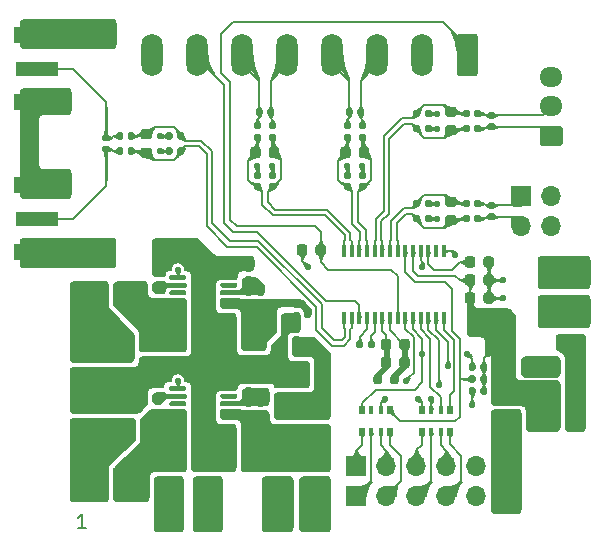
<source format=gbr>
G04 #@! TF.GenerationSoftware,KiCad,Pcbnew,(5.1.6)-1*
G04 #@! TF.CreationDate,2021-01-30T12:40:14+08:00*
G04 #@! TF.ProjectId,Module_ADS1263,4d6f6475-6c65-45f4-9144-53313236332e,rev?*
G04 #@! TF.SameCoordinates,Original*
G04 #@! TF.FileFunction,Copper,L1,Top*
G04 #@! TF.FilePolarity,Positive*
%FSLAX46Y46*%
G04 Gerber Fmt 4.6, Leading zero omitted, Abs format (unit mm)*
G04 Created by KiCad (PCBNEW (5.1.6)-1) date 2021-01-30 12:40:14*
%MOMM*%
%LPD*%
G01*
G04 APERTURE LIST*
G04 #@! TA.AperFunction,NonConductor*
%ADD10C,0.203200*%
G04 #@! TD*
G04 #@! TA.AperFunction,ComponentPad*
%ADD11O,1.700000X1.700000*%
G04 #@! TD*
G04 #@! TA.AperFunction,ComponentPad*
%ADD12R,1.700000X1.700000*%
G04 #@! TD*
G04 #@! TA.AperFunction,ComponentPad*
%ADD13O,1.950000X1.700000*%
G04 #@! TD*
G04 #@! TA.AperFunction,SMDPad,CuDef*
%ADD14R,0.900000X1.200000*%
G04 #@! TD*
G04 #@! TA.AperFunction,SMDPad,CuDef*
%ADD15R,3.600000X1.270000*%
G04 #@! TD*
G04 #@! TA.AperFunction,SMDPad,CuDef*
%ADD16R,4.200000X1.350000*%
G04 #@! TD*
G04 #@! TA.AperFunction,SMDPad,CuDef*
%ADD17R,0.500000X0.800000*%
G04 #@! TD*
G04 #@! TA.AperFunction,SMDPad,CuDef*
%ADD18R,0.400000X0.800000*%
G04 #@! TD*
G04 #@! TA.AperFunction,ComponentPad*
%ADD19O,3.600000X1.800000*%
G04 #@! TD*
G04 #@! TA.AperFunction,ComponentPad*
%ADD20O,1.800000X3.600000*%
G04 #@! TD*
G04 #@! TA.AperFunction,SMDPad,CuDef*
%ADD21R,0.400000X1.100000*%
G04 #@! TD*
G04 #@! TA.AperFunction,ViaPad*
%ADD22C,0.558800*%
G04 #@! TD*
G04 #@! TA.AperFunction,Conductor*
%ADD23C,0.203200*%
G04 #@! TD*
G04 #@! TA.AperFunction,Conductor*
%ADD24C,0.200000*%
G04 #@! TD*
G04 #@! TA.AperFunction,Conductor*
%ADD25C,0.127000*%
G04 #@! TD*
G04 #@! TA.AperFunction,Conductor*
%ADD26C,0.254000*%
G04 #@! TD*
G04 #@! TA.AperFunction,Conductor*
%ADD27C,0.025400*%
G04 #@! TD*
G04 APERTURE END LIST*
D10*
X107917342Y-130980542D02*
X107220657Y-130980542D01*
X107569000Y-130980542D02*
X107569000Y-129761342D01*
X107452885Y-129935514D01*
X107336771Y-130051628D01*
X107220657Y-130109685D01*
G04 #@! TA.AperFunction,SMDPad,CuDef*
G36*
G01*
X146695000Y-111773000D02*
X147945000Y-111773000D01*
G75*
G02*
X148195000Y-112023000I0J-250000D01*
G01*
X148195000Y-112773000D01*
G75*
G02*
X147945000Y-113023000I-250000J0D01*
G01*
X146695000Y-113023000D01*
G75*
G02*
X146445000Y-112773000I0J250000D01*
G01*
X146445000Y-112023000D01*
G75*
G02*
X146695000Y-111773000I250000J0D01*
G01*
G37*
G04 #@! TD.AperFunction*
G04 #@! TA.AperFunction,SMDPad,CuDef*
G36*
G01*
X146695000Y-108973000D02*
X147945000Y-108973000D01*
G75*
G02*
X148195000Y-109223000I0J-250000D01*
G01*
X148195000Y-109973000D01*
G75*
G02*
X147945000Y-110223000I-250000J0D01*
G01*
X146695000Y-110223000D01*
G75*
G02*
X146445000Y-109973000I0J250000D01*
G01*
X146445000Y-109223000D01*
G75*
G02*
X146695000Y-108973000I250000J0D01*
G01*
G37*
G04 #@! TD.AperFunction*
G04 #@! TA.AperFunction,SMDPad,CuDef*
G36*
G01*
X126505000Y-128387000D02*
X126505000Y-127137000D01*
G75*
G02*
X126755000Y-126887000I250000J0D01*
G01*
X127505000Y-126887000D01*
G75*
G02*
X127755000Y-127137000I0J-250000D01*
G01*
X127755000Y-128387000D01*
G75*
G02*
X127505000Y-128637000I-250000J0D01*
G01*
X126755000Y-128637000D01*
G75*
G02*
X126505000Y-128387000I0J250000D01*
G01*
G37*
G04 #@! TD.AperFunction*
G04 #@! TA.AperFunction,SMDPad,CuDef*
G36*
G01*
X123705000Y-128387000D02*
X123705000Y-127137000D01*
G75*
G02*
X123955000Y-126887000I250000J0D01*
G01*
X124705000Y-126887000D01*
G75*
G02*
X124955000Y-127137000I0J-250000D01*
G01*
X124955000Y-128387000D01*
G75*
G02*
X124705000Y-128637000I-250000J0D01*
G01*
X123955000Y-128637000D01*
G75*
G02*
X123705000Y-128387000I0J250000D01*
G01*
G37*
G04 #@! TD.AperFunction*
D11*
X147320000Y-105410000D03*
X144780000Y-105410000D03*
X147320000Y-102870000D03*
D12*
X144780000Y-102870000D03*
D13*
X147320000Y-92790000D03*
X147320000Y-95290000D03*
G04 #@! TA.AperFunction,ComponentPad*
G36*
G01*
X148045000Y-98640000D02*
X146595000Y-98640000D01*
G75*
G02*
X146345000Y-98390000I0J250000D01*
G01*
X146345000Y-97190000D01*
G75*
G02*
X146595000Y-96940000I250000J0D01*
G01*
X148045000Y-96940000D01*
G75*
G02*
X148295000Y-97190000I0J-250000D01*
G01*
X148295000Y-98390000D01*
G75*
G02*
X148045000Y-98640000I-250000J0D01*
G01*
G37*
G04 #@! TD.AperFunction*
G04 #@! TA.AperFunction,SMDPad,CuDef*
G36*
G01*
X141287000Y-117520500D02*
X141287000Y-117175500D01*
G75*
G02*
X141434500Y-117028000I147500J0D01*
G01*
X141729500Y-117028000D01*
G75*
G02*
X141877000Y-117175500I0J-147500D01*
G01*
X141877000Y-117520500D01*
G75*
G02*
X141729500Y-117668000I-147500J0D01*
G01*
X141434500Y-117668000D01*
G75*
G02*
X141287000Y-117520500I0J147500D01*
G01*
G37*
G04 #@! TD.AperFunction*
G04 #@! TA.AperFunction,SMDPad,CuDef*
G36*
G01*
X140317000Y-117520500D02*
X140317000Y-117175500D01*
G75*
G02*
X140464500Y-117028000I147500J0D01*
G01*
X140759500Y-117028000D01*
G75*
G02*
X140907000Y-117175500I0J-147500D01*
G01*
X140907000Y-117520500D01*
G75*
G02*
X140759500Y-117668000I-147500J0D01*
G01*
X140464500Y-117668000D01*
G75*
G02*
X140317000Y-117520500I0J147500D01*
G01*
G37*
G04 #@! TD.AperFunction*
G04 #@! TA.AperFunction,SMDPad,CuDef*
G36*
G01*
X141287000Y-118536500D02*
X141287000Y-118191500D01*
G75*
G02*
X141434500Y-118044000I147500J0D01*
G01*
X141729500Y-118044000D01*
G75*
G02*
X141877000Y-118191500I0J-147500D01*
G01*
X141877000Y-118536500D01*
G75*
G02*
X141729500Y-118684000I-147500J0D01*
G01*
X141434500Y-118684000D01*
G75*
G02*
X141287000Y-118536500I0J147500D01*
G01*
G37*
G04 #@! TD.AperFunction*
G04 #@! TA.AperFunction,SMDPad,CuDef*
G36*
G01*
X140317000Y-118536500D02*
X140317000Y-118191500D01*
G75*
G02*
X140464500Y-118044000I147500J0D01*
G01*
X140759500Y-118044000D01*
G75*
G02*
X140907000Y-118191500I0J-147500D01*
G01*
X140907000Y-118536500D01*
G75*
G02*
X140759500Y-118684000I-147500J0D01*
G01*
X140464500Y-118684000D01*
G75*
G02*
X140317000Y-118536500I0J147500D01*
G01*
G37*
G04 #@! TD.AperFunction*
G04 #@! TA.AperFunction,SMDPad,CuDef*
G36*
G01*
X141287000Y-119552500D02*
X141287000Y-119207500D01*
G75*
G02*
X141434500Y-119060000I147500J0D01*
G01*
X141729500Y-119060000D01*
G75*
G02*
X141877000Y-119207500I0J-147500D01*
G01*
X141877000Y-119552500D01*
G75*
G02*
X141729500Y-119700000I-147500J0D01*
G01*
X141434500Y-119700000D01*
G75*
G02*
X141287000Y-119552500I0J147500D01*
G01*
G37*
G04 #@! TD.AperFunction*
G04 #@! TA.AperFunction,SMDPad,CuDef*
G36*
G01*
X140317000Y-119552500D02*
X140317000Y-119207500D01*
G75*
G02*
X140464500Y-119060000I147500J0D01*
G01*
X140759500Y-119060000D01*
G75*
G02*
X140907000Y-119207500I0J-147500D01*
G01*
X140907000Y-119552500D01*
G75*
G02*
X140759500Y-119700000I-147500J0D01*
G01*
X140464500Y-119700000D01*
G75*
G02*
X140317000Y-119552500I0J147500D01*
G01*
G37*
G04 #@! TD.AperFunction*
G04 #@! TA.AperFunction,SMDPad,CuDef*
G36*
G01*
X141574000Y-110238250D02*
X141574000Y-109725750D01*
G75*
G02*
X141792750Y-109507000I218750J0D01*
G01*
X142230250Y-109507000D01*
G75*
G02*
X142449000Y-109725750I0J-218750D01*
G01*
X142449000Y-110238250D01*
G75*
G02*
X142230250Y-110457000I-218750J0D01*
G01*
X141792750Y-110457000D01*
G75*
G02*
X141574000Y-110238250I0J218750D01*
G01*
G37*
G04 #@! TD.AperFunction*
G04 #@! TA.AperFunction,SMDPad,CuDef*
G36*
G01*
X139999000Y-110238250D02*
X139999000Y-109725750D01*
G75*
G02*
X140217750Y-109507000I218750J0D01*
G01*
X140655250Y-109507000D01*
G75*
G02*
X140874000Y-109725750I0J-218750D01*
G01*
X140874000Y-110238250D01*
G75*
G02*
X140655250Y-110457000I-218750J0D01*
G01*
X140217750Y-110457000D01*
G75*
G02*
X139999000Y-110238250I0J218750D01*
G01*
G37*
G04 #@! TD.AperFunction*
G04 #@! TA.AperFunction,SMDPad,CuDef*
G36*
G01*
X134462000Y-115699250D02*
X134462000Y-115186750D01*
G75*
G02*
X134680750Y-114968000I218750J0D01*
G01*
X135118250Y-114968000D01*
G75*
G02*
X135337000Y-115186750I0J-218750D01*
G01*
X135337000Y-115699250D01*
G75*
G02*
X135118250Y-115918000I-218750J0D01*
G01*
X134680750Y-115918000D01*
G75*
G02*
X134462000Y-115699250I0J218750D01*
G01*
G37*
G04 #@! TD.AperFunction*
G04 #@! TA.AperFunction,SMDPad,CuDef*
G36*
G01*
X132887000Y-115699250D02*
X132887000Y-115186750D01*
G75*
G02*
X133105750Y-114968000I218750J0D01*
G01*
X133543250Y-114968000D01*
G75*
G02*
X133762000Y-115186750I0J-218750D01*
G01*
X133762000Y-115699250D01*
G75*
G02*
X133543250Y-115918000I-218750J0D01*
G01*
X133105750Y-115918000D01*
G75*
G02*
X132887000Y-115699250I0J218750D01*
G01*
G37*
G04 #@! TD.AperFunction*
G04 #@! TA.AperFunction,SMDPad,CuDef*
G36*
G01*
X143966250Y-120454000D02*
X143053750Y-120454000D01*
G75*
G02*
X142810000Y-120210250I0J243750D01*
G01*
X142810000Y-119722750D01*
G75*
G02*
X143053750Y-119479000I243750J0D01*
G01*
X143966250Y-119479000D01*
G75*
G02*
X144210000Y-119722750I0J-243750D01*
G01*
X144210000Y-120210250D01*
G75*
G02*
X143966250Y-120454000I-243750J0D01*
G01*
G37*
G04 #@! TD.AperFunction*
G04 #@! TA.AperFunction,SMDPad,CuDef*
G36*
G01*
X143966250Y-122329000D02*
X143053750Y-122329000D01*
G75*
G02*
X142810000Y-122085250I0J243750D01*
G01*
X142810000Y-121597750D01*
G75*
G02*
X143053750Y-121354000I243750J0D01*
G01*
X143966250Y-121354000D01*
G75*
G02*
X144210000Y-121597750I0J-243750D01*
G01*
X144210000Y-122085250D01*
G75*
G02*
X143966250Y-122329000I-243750J0D01*
G01*
G37*
G04 #@! TD.AperFunction*
D14*
X149352000Y-121920000D03*
X146052000Y-121920000D03*
X118236000Y-127762000D03*
X114936000Y-127762000D03*
G04 #@! TA.AperFunction,SMDPad,CuDef*
G36*
G01*
X148727000Y-120259000D02*
X148727000Y-119009000D01*
G75*
G02*
X148977000Y-118759000I250000J0D01*
G01*
X149727000Y-118759000D01*
G75*
G02*
X149977000Y-119009000I0J-250000D01*
G01*
X149977000Y-120259000D01*
G75*
G02*
X149727000Y-120509000I-250000J0D01*
G01*
X148977000Y-120509000D01*
G75*
G02*
X148727000Y-120259000I0J250000D01*
G01*
G37*
G04 #@! TD.AperFunction*
G04 #@! TA.AperFunction,SMDPad,CuDef*
G36*
G01*
X145927000Y-120259000D02*
X145927000Y-119009000D01*
G75*
G02*
X146177000Y-118759000I250000J0D01*
G01*
X146927000Y-118759000D01*
G75*
G02*
X147177000Y-119009000I0J-250000D01*
G01*
X147177000Y-120259000D01*
G75*
G02*
X146927000Y-120509000I-250000J0D01*
G01*
X146177000Y-120509000D01*
G75*
G02*
X145927000Y-120259000I0J250000D01*
G01*
G37*
G04 #@! TD.AperFunction*
D15*
X103759000Y-104775000D03*
D16*
X103959000Y-107600000D03*
X103959000Y-101950000D03*
D15*
X103759000Y-92075000D03*
D16*
X103959000Y-94900000D03*
X103959000Y-89250000D03*
D14*
X111632000Y-127762000D03*
X108332000Y-127762000D03*
X108332000Y-110998000D03*
X111632000Y-110998000D03*
G04 #@! TA.AperFunction,SMDPad,CuDef*
G36*
G01*
X144897500Y-117804250D02*
X144897500Y-116891750D01*
G75*
G02*
X145141250Y-116648000I243750J0D01*
G01*
X145628750Y-116648000D01*
G75*
G02*
X145872500Y-116891750I0J-243750D01*
G01*
X145872500Y-117804250D01*
G75*
G02*
X145628750Y-118048000I-243750J0D01*
G01*
X145141250Y-118048000D01*
G75*
G02*
X144897500Y-117804250I0J243750D01*
G01*
G37*
G04 #@! TD.AperFunction*
G04 #@! TA.AperFunction,SMDPad,CuDef*
G36*
G01*
X143022500Y-117804250D02*
X143022500Y-116891750D01*
G75*
G02*
X143266250Y-116648000I243750J0D01*
G01*
X143753750Y-116648000D01*
G75*
G02*
X143997500Y-116891750I0J-243750D01*
G01*
X143997500Y-117804250D01*
G75*
G02*
X143753750Y-118048000I-243750J0D01*
G01*
X143266250Y-118048000D01*
G75*
G02*
X143022500Y-117804250I0J243750D01*
G01*
G37*
G04 #@! TD.AperFunction*
G04 #@! TA.AperFunction,SMDPad,CuDef*
G36*
G01*
X147964500Y-116891750D02*
X147964500Y-117804250D01*
G75*
G02*
X147720750Y-118048000I-243750J0D01*
G01*
X147233250Y-118048000D01*
G75*
G02*
X146989500Y-117804250I0J243750D01*
G01*
X146989500Y-116891750D01*
G75*
G02*
X147233250Y-116648000I243750J0D01*
G01*
X147720750Y-116648000D01*
G75*
G02*
X147964500Y-116891750I0J-243750D01*
G01*
G37*
G04 #@! TD.AperFunction*
G04 #@! TA.AperFunction,SMDPad,CuDef*
G36*
G01*
X149839500Y-116891750D02*
X149839500Y-117804250D01*
G75*
G02*
X149595750Y-118048000I-243750J0D01*
G01*
X149108250Y-118048000D01*
G75*
G02*
X148864500Y-117804250I0J243750D01*
G01*
X148864500Y-116891750D01*
G75*
G02*
X149108250Y-116648000I243750J0D01*
G01*
X149595750Y-116648000D01*
G75*
G02*
X149839500Y-116891750I0J-243750D01*
G01*
G37*
G04 #@! TD.AperFunction*
D17*
X138760000Y-121009000D03*
D18*
X137960000Y-121009000D03*
D17*
X136360000Y-121009000D03*
D18*
X137160000Y-121009000D03*
D17*
X138760000Y-122809000D03*
D18*
X137160000Y-122809000D03*
X137960000Y-122809000D03*
D17*
X136360000Y-122809000D03*
X133680000Y-121009000D03*
D18*
X132880000Y-121009000D03*
D17*
X131280000Y-121009000D03*
D18*
X132080000Y-121009000D03*
D17*
X133680000Y-122809000D03*
D18*
X132080000Y-122809000D03*
X132880000Y-122809000D03*
D17*
X131280000Y-122809000D03*
D11*
X143510000Y-128270000D03*
X140970000Y-128270000D03*
X138430000Y-128270000D03*
X135890000Y-128270000D03*
X133350000Y-128270000D03*
D12*
X130810000Y-128270000D03*
D11*
X143510000Y-125730000D03*
X140970000Y-125730000D03*
X138430000Y-125730000D03*
X135890000Y-125730000D03*
X133350000Y-125730000D03*
D12*
X130810000Y-125730000D03*
D19*
X109982000Y-123190000D03*
X109982000Y-119380000D03*
G04 #@! TA.AperFunction,ComponentPad*
G36*
G01*
X108432000Y-114670000D02*
X111532000Y-114670000D01*
G75*
G02*
X111782000Y-114920000I0J-250000D01*
G01*
X111782000Y-116220000D01*
G75*
G02*
X111532000Y-116470000I-250000J0D01*
G01*
X108432000Y-116470000D01*
G75*
G02*
X108182000Y-116220000I0J250000D01*
G01*
X108182000Y-114920000D01*
G75*
G02*
X108432000Y-114670000I250000J0D01*
G01*
G37*
G04 #@! TD.AperFunction*
D20*
X113538000Y-90932000D03*
X117348000Y-90932000D03*
X121158000Y-90932000D03*
X124968000Y-90932000D03*
X128778000Y-90932000D03*
X132588000Y-90932000D03*
X136398000Y-90932000D03*
G04 #@! TA.AperFunction,ComponentPad*
G36*
G01*
X141108000Y-89382000D02*
X141108000Y-92482000D01*
G75*
G02*
X140858000Y-92732000I-250000J0D01*
G01*
X139558000Y-92732000D01*
G75*
G02*
X139308000Y-92482000I0J250000D01*
G01*
X139308000Y-89382000D01*
G75*
G02*
X139558000Y-89132000I250000J0D01*
G01*
X140858000Y-89132000D01*
G75*
G02*
X141108000Y-89382000I0J-250000D01*
G01*
G37*
G04 #@! TD.AperFunction*
G04 #@! TA.AperFunction,SMDPad,CuDef*
G36*
G01*
X116406000Y-111619000D02*
X116406000Y-111819000D01*
G75*
G02*
X116306000Y-111919000I-100000J0D01*
G01*
X115081000Y-111919000D01*
G75*
G02*
X114981000Y-111819000I0J100000D01*
G01*
X114981000Y-111619000D01*
G75*
G02*
X115081000Y-111519000I100000J0D01*
G01*
X116306000Y-111519000D01*
G75*
G02*
X116406000Y-111619000I0J-100000D01*
G01*
G37*
G04 #@! TD.AperFunction*
G04 #@! TA.AperFunction,SMDPad,CuDef*
G36*
G01*
X116406000Y-110969000D02*
X116406000Y-111169000D01*
G75*
G02*
X116306000Y-111269000I-100000J0D01*
G01*
X115081000Y-111269000D01*
G75*
G02*
X114981000Y-111169000I0J100000D01*
G01*
X114981000Y-110969000D01*
G75*
G02*
X115081000Y-110869000I100000J0D01*
G01*
X116306000Y-110869000D01*
G75*
G02*
X116406000Y-110969000I0J-100000D01*
G01*
G37*
G04 #@! TD.AperFunction*
G04 #@! TA.AperFunction,SMDPad,CuDef*
G36*
G01*
X116406000Y-110319000D02*
X116406000Y-110519000D01*
G75*
G02*
X116306000Y-110619000I-100000J0D01*
G01*
X115081000Y-110619000D01*
G75*
G02*
X114981000Y-110519000I0J100000D01*
G01*
X114981000Y-110319000D01*
G75*
G02*
X115081000Y-110219000I100000J0D01*
G01*
X116306000Y-110219000D01*
G75*
G02*
X116406000Y-110319000I0J-100000D01*
G01*
G37*
G04 #@! TD.AperFunction*
G04 #@! TA.AperFunction,SMDPad,CuDef*
G36*
G01*
X116406000Y-109669000D02*
X116406000Y-109869000D01*
G75*
G02*
X116306000Y-109969000I-100000J0D01*
G01*
X115081000Y-109969000D01*
G75*
G02*
X114981000Y-109869000I0J100000D01*
G01*
X114981000Y-109669000D01*
G75*
G02*
X115081000Y-109569000I100000J0D01*
G01*
X116306000Y-109569000D01*
G75*
G02*
X116406000Y-109669000I0J-100000D01*
G01*
G37*
G04 #@! TD.AperFunction*
G04 #@! TA.AperFunction,SMDPad,CuDef*
G36*
G01*
X120731000Y-109669000D02*
X120731000Y-109869000D01*
G75*
G02*
X120631000Y-109969000I-100000J0D01*
G01*
X119406000Y-109969000D01*
G75*
G02*
X119306000Y-109869000I0J100000D01*
G01*
X119306000Y-109669000D01*
G75*
G02*
X119406000Y-109569000I100000J0D01*
G01*
X120631000Y-109569000D01*
G75*
G02*
X120731000Y-109669000I0J-100000D01*
G01*
G37*
G04 #@! TD.AperFunction*
G04 #@! TA.AperFunction,SMDPad,CuDef*
G36*
G01*
X120731000Y-110319000D02*
X120731000Y-110519000D01*
G75*
G02*
X120631000Y-110619000I-100000J0D01*
G01*
X119406000Y-110619000D01*
G75*
G02*
X119306000Y-110519000I0J100000D01*
G01*
X119306000Y-110319000D01*
G75*
G02*
X119406000Y-110219000I100000J0D01*
G01*
X120631000Y-110219000D01*
G75*
G02*
X120731000Y-110319000I0J-100000D01*
G01*
G37*
G04 #@! TD.AperFunction*
G04 #@! TA.AperFunction,SMDPad,CuDef*
G36*
G01*
X120731000Y-110969000D02*
X120731000Y-111169000D01*
G75*
G02*
X120631000Y-111269000I-100000J0D01*
G01*
X119406000Y-111269000D01*
G75*
G02*
X119306000Y-111169000I0J100000D01*
G01*
X119306000Y-110969000D01*
G75*
G02*
X119406000Y-110869000I100000J0D01*
G01*
X120631000Y-110869000D01*
G75*
G02*
X120731000Y-110969000I0J-100000D01*
G01*
G37*
G04 #@! TD.AperFunction*
G04 #@! TA.AperFunction,SMDPad,CuDef*
G36*
G01*
X120731000Y-111619000D02*
X120731000Y-111819000D01*
G75*
G02*
X120631000Y-111919000I-100000J0D01*
G01*
X119406000Y-111919000D01*
G75*
G02*
X119306000Y-111819000I0J100000D01*
G01*
X119306000Y-111619000D01*
G75*
G02*
X119406000Y-111519000I100000J0D01*
G01*
X120631000Y-111519000D01*
G75*
G02*
X120731000Y-111619000I0J-100000D01*
G01*
G37*
G04 #@! TD.AperFunction*
G04 #@! TA.AperFunction,SMDPad,CuDef*
G36*
G01*
X118721000Y-110069000D02*
X118721000Y-111419000D01*
G75*
G02*
X118471000Y-111669000I-250000J0D01*
G01*
X117241000Y-111669000D01*
G75*
G02*
X116991000Y-111419000I0J250000D01*
G01*
X116991000Y-110069000D01*
G75*
G02*
X117241000Y-109819000I250000J0D01*
G01*
X118471000Y-109819000D01*
G75*
G02*
X118721000Y-110069000I0J-250000D01*
G01*
G37*
G04 #@! TD.AperFunction*
G04 #@! TA.AperFunction,SMDPad,CuDef*
G36*
G01*
X116406000Y-121017000D02*
X116406000Y-121217000D01*
G75*
G02*
X116306000Y-121317000I-100000J0D01*
G01*
X115081000Y-121317000D01*
G75*
G02*
X114981000Y-121217000I0J100000D01*
G01*
X114981000Y-121017000D01*
G75*
G02*
X115081000Y-120917000I100000J0D01*
G01*
X116306000Y-120917000D01*
G75*
G02*
X116406000Y-121017000I0J-100000D01*
G01*
G37*
G04 #@! TD.AperFunction*
G04 #@! TA.AperFunction,SMDPad,CuDef*
G36*
G01*
X116406000Y-120367000D02*
X116406000Y-120567000D01*
G75*
G02*
X116306000Y-120667000I-100000J0D01*
G01*
X115081000Y-120667000D01*
G75*
G02*
X114981000Y-120567000I0J100000D01*
G01*
X114981000Y-120367000D01*
G75*
G02*
X115081000Y-120267000I100000J0D01*
G01*
X116306000Y-120267000D01*
G75*
G02*
X116406000Y-120367000I0J-100000D01*
G01*
G37*
G04 #@! TD.AperFunction*
G04 #@! TA.AperFunction,SMDPad,CuDef*
G36*
G01*
X116406000Y-119717000D02*
X116406000Y-119917000D01*
G75*
G02*
X116306000Y-120017000I-100000J0D01*
G01*
X115081000Y-120017000D01*
G75*
G02*
X114981000Y-119917000I0J100000D01*
G01*
X114981000Y-119717000D01*
G75*
G02*
X115081000Y-119617000I100000J0D01*
G01*
X116306000Y-119617000D01*
G75*
G02*
X116406000Y-119717000I0J-100000D01*
G01*
G37*
G04 #@! TD.AperFunction*
G04 #@! TA.AperFunction,SMDPad,CuDef*
G36*
G01*
X116406000Y-119067000D02*
X116406000Y-119267000D01*
G75*
G02*
X116306000Y-119367000I-100000J0D01*
G01*
X115081000Y-119367000D01*
G75*
G02*
X114981000Y-119267000I0J100000D01*
G01*
X114981000Y-119067000D01*
G75*
G02*
X115081000Y-118967000I100000J0D01*
G01*
X116306000Y-118967000D01*
G75*
G02*
X116406000Y-119067000I0J-100000D01*
G01*
G37*
G04 #@! TD.AperFunction*
G04 #@! TA.AperFunction,SMDPad,CuDef*
G36*
G01*
X120731000Y-119067000D02*
X120731000Y-119267000D01*
G75*
G02*
X120631000Y-119367000I-100000J0D01*
G01*
X119406000Y-119367000D01*
G75*
G02*
X119306000Y-119267000I0J100000D01*
G01*
X119306000Y-119067000D01*
G75*
G02*
X119406000Y-118967000I100000J0D01*
G01*
X120631000Y-118967000D01*
G75*
G02*
X120731000Y-119067000I0J-100000D01*
G01*
G37*
G04 #@! TD.AperFunction*
G04 #@! TA.AperFunction,SMDPad,CuDef*
G36*
G01*
X120731000Y-119717000D02*
X120731000Y-119917000D01*
G75*
G02*
X120631000Y-120017000I-100000J0D01*
G01*
X119406000Y-120017000D01*
G75*
G02*
X119306000Y-119917000I0J100000D01*
G01*
X119306000Y-119717000D01*
G75*
G02*
X119406000Y-119617000I100000J0D01*
G01*
X120631000Y-119617000D01*
G75*
G02*
X120731000Y-119717000I0J-100000D01*
G01*
G37*
G04 #@! TD.AperFunction*
G04 #@! TA.AperFunction,SMDPad,CuDef*
G36*
G01*
X120731000Y-120367000D02*
X120731000Y-120567000D01*
G75*
G02*
X120631000Y-120667000I-100000J0D01*
G01*
X119406000Y-120667000D01*
G75*
G02*
X119306000Y-120567000I0J100000D01*
G01*
X119306000Y-120367000D01*
G75*
G02*
X119406000Y-120267000I100000J0D01*
G01*
X120631000Y-120267000D01*
G75*
G02*
X120731000Y-120367000I0J-100000D01*
G01*
G37*
G04 #@! TD.AperFunction*
G04 #@! TA.AperFunction,SMDPad,CuDef*
G36*
G01*
X120731000Y-121017000D02*
X120731000Y-121217000D01*
G75*
G02*
X120631000Y-121317000I-100000J0D01*
G01*
X119406000Y-121317000D01*
G75*
G02*
X119306000Y-121217000I0J100000D01*
G01*
X119306000Y-121017000D01*
G75*
G02*
X119406000Y-120917000I100000J0D01*
G01*
X120631000Y-120917000D01*
G75*
G02*
X120731000Y-121017000I0J-100000D01*
G01*
G37*
G04 #@! TD.AperFunction*
G04 #@! TA.AperFunction,SMDPad,CuDef*
G36*
G01*
X118721000Y-119467000D02*
X118721000Y-120817000D01*
G75*
G02*
X118471000Y-121067000I-250000J0D01*
G01*
X117241000Y-121067000D01*
G75*
G02*
X116991000Y-120817000I0J250000D01*
G01*
X116991000Y-119467000D01*
G75*
G02*
X117241000Y-119217000I250000J0D01*
G01*
X118471000Y-119217000D01*
G75*
G02*
X118721000Y-119467000I0J-250000D01*
G01*
G37*
G04 #@! TD.AperFunction*
D21*
X129760000Y-107513000D03*
X130410000Y-107513000D03*
X131060000Y-107513000D03*
X131710000Y-107513000D03*
X132360000Y-107513000D03*
X133010000Y-107513000D03*
X133660000Y-107513000D03*
X134310000Y-107513000D03*
X134960000Y-107513000D03*
X135610000Y-107513000D03*
X136260000Y-107513000D03*
X136910000Y-107513000D03*
X137560000Y-107513000D03*
X138210000Y-107513000D03*
X138210000Y-113213000D03*
X137560000Y-113213000D03*
X136910000Y-113213000D03*
X136260000Y-113213000D03*
X135610000Y-113213000D03*
X134960000Y-113213000D03*
X134310000Y-113213000D03*
X133660000Y-113213000D03*
X133010000Y-113213000D03*
X132360000Y-113213000D03*
X131710000Y-113213000D03*
X131060000Y-113213000D03*
X130410000Y-113213000D03*
X129760000Y-113213000D03*
G04 #@! TA.AperFunction,SMDPad,CuDef*
G36*
G01*
X121493500Y-109664000D02*
X121838500Y-109664000D01*
G75*
G02*
X121986000Y-109811500I0J-147500D01*
G01*
X121986000Y-110106500D01*
G75*
G02*
X121838500Y-110254000I-147500J0D01*
G01*
X121493500Y-110254000D01*
G75*
G02*
X121346000Y-110106500I0J147500D01*
G01*
X121346000Y-109811500D01*
G75*
G02*
X121493500Y-109664000I147500J0D01*
G01*
G37*
G04 #@! TD.AperFunction*
G04 #@! TA.AperFunction,SMDPad,CuDef*
G36*
G01*
X121493500Y-108694000D02*
X121838500Y-108694000D01*
G75*
G02*
X121986000Y-108841500I0J-147500D01*
G01*
X121986000Y-109136500D01*
G75*
G02*
X121838500Y-109284000I-147500J0D01*
G01*
X121493500Y-109284000D01*
G75*
G02*
X121346000Y-109136500I0J147500D01*
G01*
X121346000Y-108841500D01*
G75*
G02*
X121493500Y-108694000I147500J0D01*
G01*
G37*
G04 #@! TD.AperFunction*
G04 #@! TA.AperFunction,SMDPad,CuDef*
G36*
G01*
X121493500Y-111696000D02*
X121838500Y-111696000D01*
G75*
G02*
X121986000Y-111843500I0J-147500D01*
G01*
X121986000Y-112138500D01*
G75*
G02*
X121838500Y-112286000I-147500J0D01*
G01*
X121493500Y-112286000D01*
G75*
G02*
X121346000Y-112138500I0J147500D01*
G01*
X121346000Y-111843500D01*
G75*
G02*
X121493500Y-111696000I147500J0D01*
G01*
G37*
G04 #@! TD.AperFunction*
G04 #@! TA.AperFunction,SMDPad,CuDef*
G36*
G01*
X121493500Y-110726000D02*
X121838500Y-110726000D01*
G75*
G02*
X121986000Y-110873500I0J-147500D01*
G01*
X121986000Y-111168500D01*
G75*
G02*
X121838500Y-111316000I-147500J0D01*
G01*
X121493500Y-111316000D01*
G75*
G02*
X121346000Y-111168500I0J147500D01*
G01*
X121346000Y-110873500D01*
G75*
G02*
X121493500Y-110726000I147500J0D01*
G01*
G37*
G04 #@! TD.AperFunction*
G04 #@! TA.AperFunction,SMDPad,CuDef*
G36*
G01*
X121493500Y-119062000D02*
X121838500Y-119062000D01*
G75*
G02*
X121986000Y-119209500I0J-147500D01*
G01*
X121986000Y-119504500D01*
G75*
G02*
X121838500Y-119652000I-147500J0D01*
G01*
X121493500Y-119652000D01*
G75*
G02*
X121346000Y-119504500I0J147500D01*
G01*
X121346000Y-119209500D01*
G75*
G02*
X121493500Y-119062000I147500J0D01*
G01*
G37*
G04 #@! TD.AperFunction*
G04 #@! TA.AperFunction,SMDPad,CuDef*
G36*
G01*
X121493500Y-118092000D02*
X121838500Y-118092000D01*
G75*
G02*
X121986000Y-118239500I0J-147500D01*
G01*
X121986000Y-118534500D01*
G75*
G02*
X121838500Y-118682000I-147500J0D01*
G01*
X121493500Y-118682000D01*
G75*
G02*
X121346000Y-118534500I0J147500D01*
G01*
X121346000Y-118239500D01*
G75*
G02*
X121493500Y-118092000I147500J0D01*
G01*
G37*
G04 #@! TD.AperFunction*
G04 #@! TA.AperFunction,SMDPad,CuDef*
G36*
G01*
X121493500Y-121094000D02*
X121838500Y-121094000D01*
G75*
G02*
X121986000Y-121241500I0J-147500D01*
G01*
X121986000Y-121536500D01*
G75*
G02*
X121838500Y-121684000I-147500J0D01*
G01*
X121493500Y-121684000D01*
G75*
G02*
X121346000Y-121536500I0J147500D01*
G01*
X121346000Y-121241500D01*
G75*
G02*
X121493500Y-121094000I147500J0D01*
G01*
G37*
G04 #@! TD.AperFunction*
G04 #@! TA.AperFunction,SMDPad,CuDef*
G36*
G01*
X121493500Y-120124000D02*
X121838500Y-120124000D01*
G75*
G02*
X121986000Y-120271500I0J-147500D01*
G01*
X121986000Y-120566500D01*
G75*
G02*
X121838500Y-120714000I-147500J0D01*
G01*
X121493500Y-120714000D01*
G75*
G02*
X121346000Y-120566500I0J147500D01*
G01*
X121346000Y-120271500D01*
G75*
G02*
X121493500Y-120124000I147500J0D01*
G01*
G37*
G04 #@! TD.AperFunction*
G04 #@! TA.AperFunction,SMDPad,CuDef*
G36*
G01*
X111062000Y-98887500D02*
X111062000Y-99232500D01*
G75*
G02*
X110914500Y-99380000I-147500J0D01*
G01*
X110619500Y-99380000D01*
G75*
G02*
X110472000Y-99232500I0J147500D01*
G01*
X110472000Y-98887500D01*
G75*
G02*
X110619500Y-98740000I147500J0D01*
G01*
X110914500Y-98740000D01*
G75*
G02*
X111062000Y-98887500I0J-147500D01*
G01*
G37*
G04 #@! TD.AperFunction*
G04 #@! TA.AperFunction,SMDPad,CuDef*
G36*
G01*
X112032000Y-98887500D02*
X112032000Y-99232500D01*
G75*
G02*
X111884500Y-99380000I-147500J0D01*
G01*
X111589500Y-99380000D01*
G75*
G02*
X111442000Y-99232500I0J147500D01*
G01*
X111442000Y-98887500D01*
G75*
G02*
X111589500Y-98740000I147500J0D01*
G01*
X111884500Y-98740000D01*
G75*
G02*
X112032000Y-98887500I0J-147500D01*
G01*
G37*
G04 #@! TD.AperFunction*
G04 #@! TA.AperFunction,SMDPad,CuDef*
G36*
G01*
X111062000Y-97617500D02*
X111062000Y-97962500D01*
G75*
G02*
X110914500Y-98110000I-147500J0D01*
G01*
X110619500Y-98110000D01*
G75*
G02*
X110472000Y-97962500I0J147500D01*
G01*
X110472000Y-97617500D01*
G75*
G02*
X110619500Y-97470000I147500J0D01*
G01*
X110914500Y-97470000D01*
G75*
G02*
X111062000Y-97617500I0J-147500D01*
G01*
G37*
G04 #@! TD.AperFunction*
G04 #@! TA.AperFunction,SMDPad,CuDef*
G36*
G01*
X112032000Y-97617500D02*
X112032000Y-97962500D01*
G75*
G02*
X111884500Y-98110000I-147500J0D01*
G01*
X111589500Y-98110000D01*
G75*
G02*
X111442000Y-97962500I0J147500D01*
G01*
X111442000Y-97617500D01*
G75*
G02*
X111589500Y-97470000I147500J0D01*
G01*
X111884500Y-97470000D01*
G75*
G02*
X112032000Y-97617500I0J-147500D01*
G01*
G37*
G04 #@! TD.AperFunction*
G04 #@! TA.AperFunction,SMDPad,CuDef*
G36*
G01*
X122600500Y-97219000D02*
X122255500Y-97219000D01*
G75*
G02*
X122108000Y-97071500I0J147500D01*
G01*
X122108000Y-96776500D01*
G75*
G02*
X122255500Y-96629000I147500J0D01*
G01*
X122600500Y-96629000D01*
G75*
G02*
X122748000Y-96776500I0J-147500D01*
G01*
X122748000Y-97071500D01*
G75*
G02*
X122600500Y-97219000I-147500J0D01*
G01*
G37*
G04 #@! TD.AperFunction*
G04 #@! TA.AperFunction,SMDPad,CuDef*
G36*
G01*
X122600500Y-98189000D02*
X122255500Y-98189000D01*
G75*
G02*
X122108000Y-98041500I0J147500D01*
G01*
X122108000Y-97746500D01*
G75*
G02*
X122255500Y-97599000I147500J0D01*
G01*
X122600500Y-97599000D01*
G75*
G02*
X122748000Y-97746500I0J-147500D01*
G01*
X122748000Y-98041500D01*
G75*
G02*
X122600500Y-98189000I-147500J0D01*
G01*
G37*
G04 #@! TD.AperFunction*
G04 #@! TA.AperFunction,SMDPad,CuDef*
G36*
G01*
X123870500Y-97219000D02*
X123525500Y-97219000D01*
G75*
G02*
X123378000Y-97071500I0J147500D01*
G01*
X123378000Y-96776500D01*
G75*
G02*
X123525500Y-96629000I147500J0D01*
G01*
X123870500Y-96629000D01*
G75*
G02*
X124018000Y-96776500I0J-147500D01*
G01*
X124018000Y-97071500D01*
G75*
G02*
X123870500Y-97219000I-147500J0D01*
G01*
G37*
G04 #@! TD.AperFunction*
G04 #@! TA.AperFunction,SMDPad,CuDef*
G36*
G01*
X123870500Y-98189000D02*
X123525500Y-98189000D01*
G75*
G02*
X123378000Y-98041500I0J147500D01*
G01*
X123378000Y-97746500D01*
G75*
G02*
X123525500Y-97599000I147500J0D01*
G01*
X123870500Y-97599000D01*
G75*
G02*
X124018000Y-97746500I0J-147500D01*
G01*
X124018000Y-98041500D01*
G75*
G02*
X123870500Y-98189000I-147500J0D01*
G01*
G37*
G04 #@! TD.AperFunction*
G04 #@! TA.AperFunction,SMDPad,CuDef*
G36*
G01*
X130220500Y-97219000D02*
X129875500Y-97219000D01*
G75*
G02*
X129728000Y-97071500I0J147500D01*
G01*
X129728000Y-96776500D01*
G75*
G02*
X129875500Y-96629000I147500J0D01*
G01*
X130220500Y-96629000D01*
G75*
G02*
X130368000Y-96776500I0J-147500D01*
G01*
X130368000Y-97071500D01*
G75*
G02*
X130220500Y-97219000I-147500J0D01*
G01*
G37*
G04 #@! TD.AperFunction*
G04 #@! TA.AperFunction,SMDPad,CuDef*
G36*
G01*
X130220500Y-98189000D02*
X129875500Y-98189000D01*
G75*
G02*
X129728000Y-98041500I0J147500D01*
G01*
X129728000Y-97746500D01*
G75*
G02*
X129875500Y-97599000I147500J0D01*
G01*
X130220500Y-97599000D01*
G75*
G02*
X130368000Y-97746500I0J-147500D01*
G01*
X130368000Y-98041500D01*
G75*
G02*
X130220500Y-98189000I-147500J0D01*
G01*
G37*
G04 #@! TD.AperFunction*
G04 #@! TA.AperFunction,SMDPad,CuDef*
G36*
G01*
X131490500Y-97219000D02*
X131145500Y-97219000D01*
G75*
G02*
X130998000Y-97071500I0J147500D01*
G01*
X130998000Y-96776500D01*
G75*
G02*
X131145500Y-96629000I147500J0D01*
G01*
X131490500Y-96629000D01*
G75*
G02*
X131638000Y-96776500I0J-147500D01*
G01*
X131638000Y-97071500D01*
G75*
G02*
X131490500Y-97219000I-147500J0D01*
G01*
G37*
G04 #@! TD.AperFunction*
G04 #@! TA.AperFunction,SMDPad,CuDef*
G36*
G01*
X131490500Y-98189000D02*
X131145500Y-98189000D01*
G75*
G02*
X130998000Y-98041500I0J147500D01*
G01*
X130998000Y-97746500D01*
G75*
G02*
X131145500Y-97599000I147500J0D01*
G01*
X131490500Y-97599000D01*
G75*
G02*
X131638000Y-97746500I0J-147500D01*
G01*
X131638000Y-98041500D01*
G75*
G02*
X131490500Y-98189000I-147500J0D01*
G01*
G37*
G04 #@! TD.AperFunction*
G04 #@! TA.AperFunction,SMDPad,CuDef*
G36*
G01*
X140779000Y-96057500D02*
X140779000Y-95712500D01*
G75*
G02*
X140926500Y-95565000I147500J0D01*
G01*
X141221500Y-95565000D01*
G75*
G02*
X141369000Y-95712500I0J-147500D01*
G01*
X141369000Y-96057500D01*
G75*
G02*
X141221500Y-96205000I-147500J0D01*
G01*
X140926500Y-96205000D01*
G75*
G02*
X140779000Y-96057500I0J147500D01*
G01*
G37*
G04 #@! TD.AperFunction*
G04 #@! TA.AperFunction,SMDPad,CuDef*
G36*
G01*
X139809000Y-96057500D02*
X139809000Y-95712500D01*
G75*
G02*
X139956500Y-95565000I147500J0D01*
G01*
X140251500Y-95565000D01*
G75*
G02*
X140399000Y-95712500I0J-147500D01*
G01*
X140399000Y-96057500D01*
G75*
G02*
X140251500Y-96205000I-147500J0D01*
G01*
X139956500Y-96205000D01*
G75*
G02*
X139809000Y-96057500I0J147500D01*
G01*
G37*
G04 #@! TD.AperFunction*
G04 #@! TA.AperFunction,SMDPad,CuDef*
G36*
G01*
X140779000Y-97327500D02*
X140779000Y-96982500D01*
G75*
G02*
X140926500Y-96835000I147500J0D01*
G01*
X141221500Y-96835000D01*
G75*
G02*
X141369000Y-96982500I0J-147500D01*
G01*
X141369000Y-97327500D01*
G75*
G02*
X141221500Y-97475000I-147500J0D01*
G01*
X140926500Y-97475000D01*
G75*
G02*
X140779000Y-97327500I0J147500D01*
G01*
G37*
G04 #@! TD.AperFunction*
G04 #@! TA.AperFunction,SMDPad,CuDef*
G36*
G01*
X139809000Y-97327500D02*
X139809000Y-96982500D01*
G75*
G02*
X139956500Y-96835000I147500J0D01*
G01*
X140251500Y-96835000D01*
G75*
G02*
X140399000Y-96982500I0J-147500D01*
G01*
X140399000Y-97327500D01*
G75*
G02*
X140251500Y-97475000I-147500J0D01*
G01*
X139956500Y-97475000D01*
G75*
G02*
X139809000Y-97327500I0J147500D01*
G01*
G37*
G04 #@! TD.AperFunction*
G04 #@! TA.AperFunction,SMDPad,CuDef*
G36*
G01*
X109773500Y-98235000D02*
X109428500Y-98235000D01*
G75*
G02*
X109281000Y-98087500I0J147500D01*
G01*
X109281000Y-97792500D01*
G75*
G02*
X109428500Y-97645000I147500J0D01*
G01*
X109773500Y-97645000D01*
G75*
G02*
X109921000Y-97792500I0J-147500D01*
G01*
X109921000Y-98087500D01*
G75*
G02*
X109773500Y-98235000I-147500J0D01*
G01*
G37*
G04 #@! TD.AperFunction*
G04 #@! TA.AperFunction,SMDPad,CuDef*
G36*
G01*
X109773500Y-99205000D02*
X109428500Y-99205000D01*
G75*
G02*
X109281000Y-99057500I0J147500D01*
G01*
X109281000Y-98762500D01*
G75*
G02*
X109428500Y-98615000I147500J0D01*
G01*
X109773500Y-98615000D01*
G75*
G02*
X109921000Y-98762500I0J-147500D01*
G01*
X109921000Y-99057500D01*
G75*
G02*
X109773500Y-99205000I-147500J0D01*
G01*
G37*
G04 #@! TD.AperFunction*
G04 #@! TA.AperFunction,SMDPad,CuDef*
G36*
G01*
X123253000Y-95930500D02*
X123253000Y-95585500D01*
G75*
G02*
X123400500Y-95438000I147500J0D01*
G01*
X123695500Y-95438000D01*
G75*
G02*
X123843000Y-95585500I0J-147500D01*
G01*
X123843000Y-95930500D01*
G75*
G02*
X123695500Y-96078000I-147500J0D01*
G01*
X123400500Y-96078000D01*
G75*
G02*
X123253000Y-95930500I0J147500D01*
G01*
G37*
G04 #@! TD.AperFunction*
G04 #@! TA.AperFunction,SMDPad,CuDef*
G36*
G01*
X122283000Y-95930500D02*
X122283000Y-95585500D01*
G75*
G02*
X122430500Y-95438000I147500J0D01*
G01*
X122725500Y-95438000D01*
G75*
G02*
X122873000Y-95585500I0J-147500D01*
G01*
X122873000Y-95930500D01*
G75*
G02*
X122725500Y-96078000I-147500J0D01*
G01*
X122430500Y-96078000D01*
G75*
G02*
X122283000Y-95930500I0J147500D01*
G01*
G37*
G04 #@! TD.AperFunction*
G04 #@! TA.AperFunction,SMDPad,CuDef*
G36*
G01*
X130873000Y-95930500D02*
X130873000Y-95585500D01*
G75*
G02*
X131020500Y-95438000I147500J0D01*
G01*
X131315500Y-95438000D01*
G75*
G02*
X131463000Y-95585500I0J-147500D01*
G01*
X131463000Y-95930500D01*
G75*
G02*
X131315500Y-96078000I-147500J0D01*
G01*
X131020500Y-96078000D01*
G75*
G02*
X130873000Y-95930500I0J147500D01*
G01*
G37*
G04 #@! TD.AperFunction*
G04 #@! TA.AperFunction,SMDPad,CuDef*
G36*
G01*
X129903000Y-95930500D02*
X129903000Y-95585500D01*
G75*
G02*
X130050500Y-95438000I147500J0D01*
G01*
X130345500Y-95438000D01*
G75*
G02*
X130493000Y-95585500I0J-147500D01*
G01*
X130493000Y-95930500D01*
G75*
G02*
X130345500Y-96078000I-147500J0D01*
G01*
X130050500Y-96078000D01*
G75*
G02*
X129903000Y-95930500I0J147500D01*
G01*
G37*
G04 #@! TD.AperFunction*
G04 #@! TA.AperFunction,SMDPad,CuDef*
G36*
G01*
X142067500Y-96710000D02*
X142412500Y-96710000D01*
G75*
G02*
X142560000Y-96857500I0J-147500D01*
G01*
X142560000Y-97152500D01*
G75*
G02*
X142412500Y-97300000I-147500J0D01*
G01*
X142067500Y-97300000D01*
G75*
G02*
X141920000Y-97152500I0J147500D01*
G01*
X141920000Y-96857500D01*
G75*
G02*
X142067500Y-96710000I147500J0D01*
G01*
G37*
G04 #@! TD.AperFunction*
G04 #@! TA.AperFunction,SMDPad,CuDef*
G36*
G01*
X142067500Y-95740000D02*
X142412500Y-95740000D01*
G75*
G02*
X142560000Y-95887500I0J-147500D01*
G01*
X142560000Y-96182500D01*
G75*
G02*
X142412500Y-96330000I-147500J0D01*
G01*
X142067500Y-96330000D01*
G75*
G02*
X141920000Y-96182500I0J147500D01*
G01*
X141920000Y-95887500D01*
G75*
G02*
X142067500Y-95740000I147500J0D01*
G01*
G37*
G04 #@! TD.AperFunction*
G04 #@! TA.AperFunction,SMDPad,CuDef*
G36*
G01*
X140779000Y-103677500D02*
X140779000Y-103332500D01*
G75*
G02*
X140926500Y-103185000I147500J0D01*
G01*
X141221500Y-103185000D01*
G75*
G02*
X141369000Y-103332500I0J-147500D01*
G01*
X141369000Y-103677500D01*
G75*
G02*
X141221500Y-103825000I-147500J0D01*
G01*
X140926500Y-103825000D01*
G75*
G02*
X140779000Y-103677500I0J147500D01*
G01*
G37*
G04 #@! TD.AperFunction*
G04 #@! TA.AperFunction,SMDPad,CuDef*
G36*
G01*
X139809000Y-103677500D02*
X139809000Y-103332500D01*
G75*
G02*
X139956500Y-103185000I147500J0D01*
G01*
X140251500Y-103185000D01*
G75*
G02*
X140399000Y-103332500I0J-147500D01*
G01*
X140399000Y-103677500D01*
G75*
G02*
X140251500Y-103825000I-147500J0D01*
G01*
X139956500Y-103825000D01*
G75*
G02*
X139809000Y-103677500I0J147500D01*
G01*
G37*
G04 #@! TD.AperFunction*
G04 #@! TA.AperFunction,SMDPad,CuDef*
G36*
G01*
X142067500Y-104330000D02*
X142412500Y-104330000D01*
G75*
G02*
X142560000Y-104477500I0J-147500D01*
G01*
X142560000Y-104772500D01*
G75*
G02*
X142412500Y-104920000I-147500J0D01*
G01*
X142067500Y-104920000D01*
G75*
G02*
X141920000Y-104772500I0J147500D01*
G01*
X141920000Y-104477500D01*
G75*
G02*
X142067500Y-104330000I147500J0D01*
G01*
G37*
G04 #@! TD.AperFunction*
G04 #@! TA.AperFunction,SMDPad,CuDef*
G36*
G01*
X142067500Y-103360000D02*
X142412500Y-103360000D01*
G75*
G02*
X142560000Y-103507500I0J-147500D01*
G01*
X142560000Y-103802500D01*
G75*
G02*
X142412500Y-103950000I-147500J0D01*
G01*
X142067500Y-103950000D01*
G75*
G02*
X141920000Y-103802500I0J147500D01*
G01*
X141920000Y-103507500D01*
G75*
G02*
X142067500Y-103360000I147500J0D01*
G01*
G37*
G04 #@! TD.AperFunction*
G04 #@! TA.AperFunction,SMDPad,CuDef*
G36*
G01*
X140779000Y-104947500D02*
X140779000Y-104602500D01*
G75*
G02*
X140926500Y-104455000I147500J0D01*
G01*
X141221500Y-104455000D01*
G75*
G02*
X141369000Y-104602500I0J-147500D01*
G01*
X141369000Y-104947500D01*
G75*
G02*
X141221500Y-105095000I-147500J0D01*
G01*
X140926500Y-105095000D01*
G75*
G02*
X140779000Y-104947500I0J147500D01*
G01*
G37*
G04 #@! TD.AperFunction*
G04 #@! TA.AperFunction,SMDPad,CuDef*
G36*
G01*
X139809000Y-104947500D02*
X139809000Y-104602500D01*
G75*
G02*
X139956500Y-104455000I147500J0D01*
G01*
X140251500Y-104455000D01*
G75*
G02*
X140399000Y-104602500I0J-147500D01*
G01*
X140399000Y-104947500D01*
G75*
G02*
X140251500Y-105095000I-147500J0D01*
G01*
X139956500Y-105095000D01*
G75*
G02*
X139809000Y-104947500I0J147500D01*
G01*
G37*
G04 #@! TD.AperFunction*
D11*
X125730000Y-118110000D03*
X125730000Y-120650000D03*
D12*
X125730000Y-123190000D03*
G04 #@! TA.AperFunction,SMDPad,CuDef*
G36*
G01*
X120129000Y-113167000D02*
X120129000Y-114417000D01*
G75*
G02*
X119879000Y-114667000I-250000J0D01*
G01*
X119129000Y-114667000D01*
G75*
G02*
X118879000Y-114417000I0J250000D01*
G01*
X118879000Y-113167000D01*
G75*
G02*
X119129000Y-112917000I250000J0D01*
G01*
X119879000Y-112917000D01*
G75*
G02*
X120129000Y-113167000I0J-250000D01*
G01*
G37*
G04 #@! TD.AperFunction*
G04 #@! TA.AperFunction,SMDPad,CuDef*
G36*
G01*
X122929000Y-113167000D02*
X122929000Y-114417000D01*
G75*
G02*
X122679000Y-114667000I-250000J0D01*
G01*
X121929000Y-114667000D01*
G75*
G02*
X121679000Y-114417000I0J250000D01*
G01*
X121679000Y-113167000D01*
G75*
G02*
X121929000Y-112917000I250000J0D01*
G01*
X122679000Y-112917000D01*
G75*
G02*
X122929000Y-113167000I0J-250000D01*
G01*
G37*
G04 #@! TD.AperFunction*
G04 #@! TA.AperFunction,SMDPad,CuDef*
G36*
G01*
X120129000Y-122565000D02*
X120129000Y-123815000D01*
G75*
G02*
X119879000Y-124065000I-250000J0D01*
G01*
X119129000Y-124065000D01*
G75*
G02*
X118879000Y-123815000I0J250000D01*
G01*
X118879000Y-122565000D01*
G75*
G02*
X119129000Y-122315000I250000J0D01*
G01*
X119879000Y-122315000D01*
G75*
G02*
X120129000Y-122565000I0J-250000D01*
G01*
G37*
G04 #@! TD.AperFunction*
G04 #@! TA.AperFunction,SMDPad,CuDef*
G36*
G01*
X122929000Y-122565000D02*
X122929000Y-123815000D01*
G75*
G02*
X122679000Y-124065000I-250000J0D01*
G01*
X121929000Y-124065000D01*
G75*
G02*
X121679000Y-123815000I0J250000D01*
G01*
X121679000Y-122565000D01*
G75*
G02*
X121929000Y-122315000I250000J0D01*
G01*
X122679000Y-122315000D01*
G75*
G02*
X122929000Y-122565000I0J-250000D01*
G01*
G37*
G04 #@! TD.AperFunction*
G04 #@! TA.AperFunction,SMDPad,CuDef*
G36*
G01*
X122854500Y-111316000D02*
X122509500Y-111316000D01*
G75*
G02*
X122362000Y-111168500I0J147500D01*
G01*
X122362000Y-110873500D01*
G75*
G02*
X122509500Y-110726000I147500J0D01*
G01*
X122854500Y-110726000D01*
G75*
G02*
X123002000Y-110873500I0J-147500D01*
G01*
X123002000Y-111168500D01*
G75*
G02*
X122854500Y-111316000I-147500J0D01*
G01*
G37*
G04 #@! TD.AperFunction*
G04 #@! TA.AperFunction,SMDPad,CuDef*
G36*
G01*
X122854500Y-112286000D02*
X122509500Y-112286000D01*
G75*
G02*
X122362000Y-112138500I0J147500D01*
G01*
X122362000Y-111843500D01*
G75*
G02*
X122509500Y-111696000I147500J0D01*
G01*
X122854500Y-111696000D01*
G75*
G02*
X123002000Y-111843500I0J-147500D01*
G01*
X123002000Y-112138500D01*
G75*
G02*
X122854500Y-112286000I-147500J0D01*
G01*
G37*
G04 #@! TD.AperFunction*
G04 #@! TA.AperFunction,SMDPad,CuDef*
G36*
G01*
X122854500Y-120714000D02*
X122509500Y-120714000D01*
G75*
G02*
X122362000Y-120566500I0J147500D01*
G01*
X122362000Y-120271500D01*
G75*
G02*
X122509500Y-120124000I147500J0D01*
G01*
X122854500Y-120124000D01*
G75*
G02*
X123002000Y-120271500I0J-147500D01*
G01*
X123002000Y-120566500D01*
G75*
G02*
X122854500Y-120714000I-147500J0D01*
G01*
G37*
G04 #@! TD.AperFunction*
G04 #@! TA.AperFunction,SMDPad,CuDef*
G36*
G01*
X122854500Y-121684000D02*
X122509500Y-121684000D01*
G75*
G02*
X122362000Y-121536500I0J147500D01*
G01*
X122362000Y-121241500D01*
G75*
G02*
X122509500Y-121094000I147500J0D01*
G01*
X122854500Y-121094000D01*
G75*
G02*
X123002000Y-121241500I0J-147500D01*
G01*
X123002000Y-121536500D01*
G75*
G02*
X122854500Y-121684000I-147500J0D01*
G01*
G37*
G04 #@! TD.AperFunction*
G04 #@! TA.AperFunction,SMDPad,CuDef*
G36*
G01*
X141574000Y-111762250D02*
X141574000Y-111249750D01*
G75*
G02*
X141792750Y-111031000I218750J0D01*
G01*
X142230250Y-111031000D01*
G75*
G02*
X142449000Y-111249750I0J-218750D01*
G01*
X142449000Y-111762250D01*
G75*
G02*
X142230250Y-111981000I-218750J0D01*
G01*
X141792750Y-111981000D01*
G75*
G02*
X141574000Y-111762250I0J218750D01*
G01*
G37*
G04 #@! TD.AperFunction*
G04 #@! TA.AperFunction,SMDPad,CuDef*
G36*
G01*
X139999000Y-111762250D02*
X139999000Y-111249750D01*
G75*
G02*
X140217750Y-111031000I218750J0D01*
G01*
X140655250Y-111031000D01*
G75*
G02*
X140874000Y-111249750I0J-218750D01*
G01*
X140874000Y-111762250D01*
G75*
G02*
X140655250Y-111981000I-218750J0D01*
G01*
X140217750Y-111981000D01*
G75*
G02*
X139999000Y-111762250I0J218750D01*
G01*
G37*
G04 #@! TD.AperFunction*
G04 #@! TA.AperFunction,SMDPad,CuDef*
G36*
G01*
X141574000Y-108714250D02*
X141574000Y-108201750D01*
G75*
G02*
X141792750Y-107983000I218750J0D01*
G01*
X142230250Y-107983000D01*
G75*
G02*
X142449000Y-108201750I0J-218750D01*
G01*
X142449000Y-108714250D01*
G75*
G02*
X142230250Y-108933000I-218750J0D01*
G01*
X141792750Y-108933000D01*
G75*
G02*
X141574000Y-108714250I0J218750D01*
G01*
G37*
G04 #@! TD.AperFunction*
G04 #@! TA.AperFunction,SMDPad,CuDef*
G36*
G01*
X139999000Y-108714250D02*
X139999000Y-108201750D01*
G75*
G02*
X140217750Y-107983000I218750J0D01*
G01*
X140655250Y-107983000D01*
G75*
G02*
X140874000Y-108201750I0J-218750D01*
G01*
X140874000Y-108714250D01*
G75*
G02*
X140655250Y-108933000I-218750J0D01*
G01*
X140217750Y-108933000D01*
G75*
G02*
X139999000Y-108714250I0J218750D01*
G01*
G37*
G04 #@! TD.AperFunction*
G04 #@! TA.AperFunction,SMDPad,CuDef*
G36*
G01*
X114218500Y-109738800D02*
X113873500Y-109738800D01*
G75*
G02*
X113726000Y-109591300I0J147500D01*
G01*
X113726000Y-109296300D01*
G75*
G02*
X113873500Y-109148800I147500J0D01*
G01*
X114218500Y-109148800D01*
G75*
G02*
X114366000Y-109296300I0J-147500D01*
G01*
X114366000Y-109591300D01*
G75*
G02*
X114218500Y-109738800I-147500J0D01*
G01*
G37*
G04 #@! TD.AperFunction*
G04 #@! TA.AperFunction,SMDPad,CuDef*
G36*
G01*
X114218500Y-110708800D02*
X113873500Y-110708800D01*
G75*
G02*
X113726000Y-110561300I0J147500D01*
G01*
X113726000Y-110266300D01*
G75*
G02*
X113873500Y-110118800I147500J0D01*
G01*
X114218500Y-110118800D01*
G75*
G02*
X114366000Y-110266300I0J-147500D01*
G01*
X114366000Y-110561300D01*
G75*
G02*
X114218500Y-110708800I-147500J0D01*
G01*
G37*
G04 #@! TD.AperFunction*
G04 #@! TA.AperFunction,SMDPad,CuDef*
G36*
G01*
X114218500Y-119136800D02*
X113873500Y-119136800D01*
G75*
G02*
X113726000Y-118989300I0J147500D01*
G01*
X113726000Y-118694300D01*
G75*
G02*
X113873500Y-118546800I147500J0D01*
G01*
X114218500Y-118546800D01*
G75*
G02*
X114366000Y-118694300I0J-147500D01*
G01*
X114366000Y-118989300D01*
G75*
G02*
X114218500Y-119136800I-147500J0D01*
G01*
G37*
G04 #@! TD.AperFunction*
G04 #@! TA.AperFunction,SMDPad,CuDef*
G36*
G01*
X114218500Y-120106800D02*
X113873500Y-120106800D01*
G75*
G02*
X113726000Y-119959300I0J147500D01*
G01*
X113726000Y-119664300D01*
G75*
G02*
X113873500Y-119516800I147500J0D01*
G01*
X114218500Y-119516800D01*
G75*
G02*
X114366000Y-119664300I0J-147500D01*
G01*
X114366000Y-119959300D01*
G75*
G02*
X114218500Y-120106800I-147500J0D01*
G01*
G37*
G04 #@! TD.AperFunction*
G04 #@! TA.AperFunction,SMDPad,CuDef*
G36*
G01*
X117107000Y-114417000D02*
X117107000Y-113167000D01*
G75*
G02*
X117357000Y-112917000I250000J0D01*
G01*
X118107000Y-112917000D01*
G75*
G02*
X118357000Y-113167000I0J-250000D01*
G01*
X118357000Y-114417000D01*
G75*
G02*
X118107000Y-114667000I-250000J0D01*
G01*
X117357000Y-114667000D01*
G75*
G02*
X117107000Y-114417000I0J250000D01*
G01*
G37*
G04 #@! TD.AperFunction*
G04 #@! TA.AperFunction,SMDPad,CuDef*
G36*
G01*
X114307000Y-114417000D02*
X114307000Y-113167000D01*
G75*
G02*
X114557000Y-112917000I250000J0D01*
G01*
X115307000Y-112917000D01*
G75*
G02*
X115557000Y-113167000I0J-250000D01*
G01*
X115557000Y-114417000D01*
G75*
G02*
X115307000Y-114667000I-250000J0D01*
G01*
X114557000Y-114667000D01*
G75*
G02*
X114307000Y-114417000I0J250000D01*
G01*
G37*
G04 #@! TD.AperFunction*
G04 #@! TA.AperFunction,SMDPad,CuDef*
G36*
G01*
X117107000Y-123815000D02*
X117107000Y-122565000D01*
G75*
G02*
X117357000Y-122315000I250000J0D01*
G01*
X118107000Y-122315000D01*
G75*
G02*
X118357000Y-122565000I0J-250000D01*
G01*
X118357000Y-123815000D01*
G75*
G02*
X118107000Y-124065000I-250000J0D01*
G01*
X117357000Y-124065000D01*
G75*
G02*
X117107000Y-123815000I0J250000D01*
G01*
G37*
G04 #@! TD.AperFunction*
G04 #@! TA.AperFunction,SMDPad,CuDef*
G36*
G01*
X114307000Y-123815000D02*
X114307000Y-122565000D01*
G75*
G02*
X114557000Y-122315000I250000J0D01*
G01*
X115307000Y-122315000D01*
G75*
G02*
X115557000Y-122565000I0J-250000D01*
G01*
X115557000Y-123815000D01*
G75*
G02*
X115307000Y-124065000I-250000J0D01*
G01*
X114557000Y-124065000D01*
G75*
G02*
X114307000Y-123815000I0J250000D01*
G01*
G37*
G04 #@! TD.AperFunction*
G04 #@! TA.AperFunction,SMDPad,CuDef*
G36*
G01*
X125902500Y-114364000D02*
X125557500Y-114364000D01*
G75*
G02*
X125410000Y-114216500I0J147500D01*
G01*
X125410000Y-113921500D01*
G75*
G02*
X125557500Y-113774000I147500J0D01*
G01*
X125902500Y-113774000D01*
G75*
G02*
X126050000Y-113921500I0J-147500D01*
G01*
X126050000Y-114216500D01*
G75*
G02*
X125902500Y-114364000I-147500J0D01*
G01*
G37*
G04 #@! TD.AperFunction*
G04 #@! TA.AperFunction,SMDPad,CuDef*
G36*
G01*
X125902500Y-115334000D02*
X125557500Y-115334000D01*
G75*
G02*
X125410000Y-115186500I0J147500D01*
G01*
X125410000Y-114891500D01*
G75*
G02*
X125557500Y-114744000I147500J0D01*
G01*
X125902500Y-114744000D01*
G75*
G02*
X126050000Y-114891500I0J-147500D01*
G01*
X126050000Y-115186500D01*
G75*
G02*
X125902500Y-115334000I-147500J0D01*
G01*
G37*
G04 #@! TD.AperFunction*
G04 #@! TA.AperFunction,SMDPad,CuDef*
G36*
G01*
X125557500Y-112712000D02*
X125902500Y-112712000D01*
G75*
G02*
X126050000Y-112859500I0J-147500D01*
G01*
X126050000Y-113154500D01*
G75*
G02*
X125902500Y-113302000I-147500J0D01*
G01*
X125557500Y-113302000D01*
G75*
G02*
X125410000Y-113154500I0J147500D01*
G01*
X125410000Y-112859500D01*
G75*
G02*
X125557500Y-112712000I147500J0D01*
G01*
G37*
G04 #@! TD.AperFunction*
G04 #@! TA.AperFunction,SMDPad,CuDef*
G36*
G01*
X125557500Y-111742000D02*
X125902500Y-111742000D01*
G75*
G02*
X126050000Y-111889500I0J-147500D01*
G01*
X126050000Y-112184500D01*
G75*
G02*
X125902500Y-112332000I-147500J0D01*
G01*
X125557500Y-112332000D01*
G75*
G02*
X125410000Y-112184500I0J147500D01*
G01*
X125410000Y-111889500D01*
G75*
G02*
X125557500Y-111742000I147500J0D01*
G01*
G37*
G04 #@! TD.AperFunction*
G04 #@! TA.AperFunction,SMDPad,CuDef*
G36*
G01*
X126650000Y-107185750D02*
X126650000Y-107698250D01*
G75*
G02*
X126431250Y-107917000I-218750J0D01*
G01*
X125993750Y-107917000D01*
G75*
G02*
X125775000Y-107698250I0J218750D01*
G01*
X125775000Y-107185750D01*
G75*
G02*
X125993750Y-106967000I218750J0D01*
G01*
X126431250Y-106967000D01*
G75*
G02*
X126650000Y-107185750I0J-218750D01*
G01*
G37*
G04 #@! TD.AperFunction*
G04 #@! TA.AperFunction,SMDPad,CuDef*
G36*
G01*
X128225000Y-107185750D02*
X128225000Y-107698250D01*
G75*
G02*
X128006250Y-107917000I-218750J0D01*
G01*
X127568750Y-107917000D01*
G75*
G02*
X127350000Y-107698250I0J218750D01*
G01*
X127350000Y-107185750D01*
G75*
G02*
X127568750Y-106967000I218750J0D01*
G01*
X128006250Y-106967000D01*
G75*
G02*
X128225000Y-107185750I0J-218750D01*
G01*
G37*
G04 #@! TD.AperFunction*
G04 #@! TA.AperFunction,SMDPad,CuDef*
G36*
G01*
X131762000Y-115615500D02*
X131762000Y-115270500D01*
G75*
G02*
X131909500Y-115123000I147500J0D01*
G01*
X132204500Y-115123000D01*
G75*
G02*
X132352000Y-115270500I0J-147500D01*
G01*
X132352000Y-115615500D01*
G75*
G02*
X132204500Y-115763000I-147500J0D01*
G01*
X131909500Y-115763000D01*
G75*
G02*
X131762000Y-115615500I0J147500D01*
G01*
G37*
G04 #@! TD.AperFunction*
G04 #@! TA.AperFunction,SMDPad,CuDef*
G36*
G01*
X130792000Y-115615500D02*
X130792000Y-115270500D01*
G75*
G02*
X130939500Y-115123000I147500J0D01*
G01*
X131234500Y-115123000D01*
G75*
G02*
X131382000Y-115270500I0J-147500D01*
G01*
X131382000Y-115615500D01*
G75*
G02*
X131234500Y-115763000I-147500J0D01*
G01*
X130939500Y-115763000D01*
G75*
G02*
X130792000Y-115615500I0J147500D01*
G01*
G37*
G04 #@! TD.AperFunction*
G04 #@! TA.AperFunction,SMDPad,CuDef*
G36*
G01*
X134462000Y-117223250D02*
X134462000Y-116710750D01*
G75*
G02*
X134680750Y-116492000I218750J0D01*
G01*
X135118250Y-116492000D01*
G75*
G02*
X135337000Y-116710750I0J-218750D01*
G01*
X135337000Y-117223250D01*
G75*
G02*
X135118250Y-117442000I-218750J0D01*
G01*
X134680750Y-117442000D01*
G75*
G02*
X134462000Y-117223250I0J218750D01*
G01*
G37*
G04 #@! TD.AperFunction*
G04 #@! TA.AperFunction,SMDPad,CuDef*
G36*
G01*
X132887000Y-117223250D02*
X132887000Y-116710750D01*
G75*
G02*
X133105750Y-116492000I218750J0D01*
G01*
X133543250Y-116492000D01*
G75*
G02*
X133762000Y-116710750I0J-218750D01*
G01*
X133762000Y-117223250D01*
G75*
G02*
X133543250Y-117442000I-218750J0D01*
G01*
X133105750Y-117442000D01*
G75*
G02*
X132887000Y-117223250I0J218750D01*
G01*
G37*
G04 #@! TD.AperFunction*
G04 #@! TA.AperFunction,SMDPad,CuDef*
G36*
G01*
X112773750Y-98775000D02*
X113286250Y-98775000D01*
G75*
G02*
X113505000Y-98993750I0J-218750D01*
G01*
X113505000Y-99431250D01*
G75*
G02*
X113286250Y-99650000I-218750J0D01*
G01*
X112773750Y-99650000D01*
G75*
G02*
X112555000Y-99431250I0J218750D01*
G01*
X112555000Y-98993750D01*
G75*
G02*
X112773750Y-98775000I218750J0D01*
G01*
G37*
G04 #@! TD.AperFunction*
G04 #@! TA.AperFunction,SMDPad,CuDef*
G36*
G01*
X112773750Y-97200000D02*
X113286250Y-97200000D01*
G75*
G02*
X113505000Y-97418750I0J-218750D01*
G01*
X113505000Y-97856250D01*
G75*
G02*
X113286250Y-98075000I-218750J0D01*
G01*
X112773750Y-98075000D01*
G75*
G02*
X112555000Y-97856250I0J218750D01*
G01*
X112555000Y-97418750D01*
G75*
G02*
X112773750Y-97200000I218750J0D01*
G01*
G37*
G04 #@! TD.AperFunction*
G04 #@! TA.AperFunction,SMDPad,CuDef*
G36*
G01*
X122713000Y-98930750D02*
X122713000Y-99443250D01*
G75*
G02*
X122494250Y-99662000I-218750J0D01*
G01*
X122056750Y-99662000D01*
G75*
G02*
X121838000Y-99443250I0J218750D01*
G01*
X121838000Y-98930750D01*
G75*
G02*
X122056750Y-98712000I218750J0D01*
G01*
X122494250Y-98712000D01*
G75*
G02*
X122713000Y-98930750I0J-218750D01*
G01*
G37*
G04 #@! TD.AperFunction*
G04 #@! TA.AperFunction,SMDPad,CuDef*
G36*
G01*
X124288000Y-98930750D02*
X124288000Y-99443250D01*
G75*
G02*
X124069250Y-99662000I-218750J0D01*
G01*
X123631750Y-99662000D01*
G75*
G02*
X123413000Y-99443250I0J218750D01*
G01*
X123413000Y-98930750D01*
G75*
G02*
X123631750Y-98712000I218750J0D01*
G01*
X124069250Y-98712000D01*
G75*
G02*
X124288000Y-98930750I0J-218750D01*
G01*
G37*
G04 #@! TD.AperFunction*
G04 #@! TA.AperFunction,SMDPad,CuDef*
G36*
G01*
X130333000Y-98930750D02*
X130333000Y-99443250D01*
G75*
G02*
X130114250Y-99662000I-218750J0D01*
G01*
X129676750Y-99662000D01*
G75*
G02*
X129458000Y-99443250I0J218750D01*
G01*
X129458000Y-98930750D01*
G75*
G02*
X129676750Y-98712000I218750J0D01*
G01*
X130114250Y-98712000D01*
G75*
G02*
X130333000Y-98930750I0J-218750D01*
G01*
G37*
G04 #@! TD.AperFunction*
G04 #@! TA.AperFunction,SMDPad,CuDef*
G36*
G01*
X131908000Y-98930750D02*
X131908000Y-99443250D01*
G75*
G02*
X131689250Y-99662000I-218750J0D01*
G01*
X131251750Y-99662000D01*
G75*
G02*
X131033000Y-99443250I0J218750D01*
G01*
X131033000Y-98930750D01*
G75*
G02*
X131251750Y-98712000I218750J0D01*
G01*
X131689250Y-98712000D01*
G75*
G02*
X131908000Y-98930750I0J-218750D01*
G01*
G37*
G04 #@! TD.AperFunction*
G04 #@! TA.AperFunction,SMDPad,CuDef*
G36*
G01*
X139067250Y-96170000D02*
X138554750Y-96170000D01*
G75*
G02*
X138336000Y-95951250I0J218750D01*
G01*
X138336000Y-95513750D01*
G75*
G02*
X138554750Y-95295000I218750J0D01*
G01*
X139067250Y-95295000D01*
G75*
G02*
X139286000Y-95513750I0J-218750D01*
G01*
X139286000Y-95951250D01*
G75*
G02*
X139067250Y-96170000I-218750J0D01*
G01*
G37*
G04 #@! TD.AperFunction*
G04 #@! TA.AperFunction,SMDPad,CuDef*
G36*
G01*
X139067250Y-97745000D02*
X138554750Y-97745000D01*
G75*
G02*
X138336000Y-97526250I0J218750D01*
G01*
X138336000Y-97088750D01*
G75*
G02*
X138554750Y-96870000I218750J0D01*
G01*
X139067250Y-96870000D01*
G75*
G02*
X139286000Y-97088750I0J-218750D01*
G01*
X139286000Y-97526250D01*
G75*
G02*
X139067250Y-97745000I-218750J0D01*
G01*
G37*
G04 #@! TD.AperFunction*
G04 #@! TA.AperFunction,SMDPad,CuDef*
G36*
G01*
X115633000Y-99232500D02*
X115633000Y-98887500D01*
G75*
G02*
X115780500Y-98740000I147500J0D01*
G01*
X116075500Y-98740000D01*
G75*
G02*
X116223000Y-98887500I0J-147500D01*
G01*
X116223000Y-99232500D01*
G75*
G02*
X116075500Y-99380000I-147500J0D01*
G01*
X115780500Y-99380000D01*
G75*
G02*
X115633000Y-99232500I0J147500D01*
G01*
G37*
G04 #@! TD.AperFunction*
G04 #@! TA.AperFunction,SMDPad,CuDef*
G36*
G01*
X114663000Y-99232500D02*
X114663000Y-98887500D01*
G75*
G02*
X114810500Y-98740000I147500J0D01*
G01*
X115105500Y-98740000D01*
G75*
G02*
X115253000Y-98887500I0J-147500D01*
G01*
X115253000Y-99232500D01*
G75*
G02*
X115105500Y-99380000I-147500J0D01*
G01*
X114810500Y-99380000D01*
G75*
G02*
X114663000Y-99232500I0J147500D01*
G01*
G37*
G04 #@! TD.AperFunction*
G04 #@! TA.AperFunction,SMDPad,CuDef*
G36*
G01*
X115253000Y-97617500D02*
X115253000Y-97962500D01*
G75*
G02*
X115105500Y-98110000I-147500J0D01*
G01*
X114810500Y-98110000D01*
G75*
G02*
X114663000Y-97962500I0J147500D01*
G01*
X114663000Y-97617500D01*
G75*
G02*
X114810500Y-97470000I147500J0D01*
G01*
X115105500Y-97470000D01*
G75*
G02*
X115253000Y-97617500I0J-147500D01*
G01*
G37*
G04 #@! TD.AperFunction*
G04 #@! TA.AperFunction,SMDPad,CuDef*
G36*
G01*
X116223000Y-97617500D02*
X116223000Y-97962500D01*
G75*
G02*
X116075500Y-98110000I-147500J0D01*
G01*
X115780500Y-98110000D01*
G75*
G02*
X115633000Y-97962500I0J147500D01*
G01*
X115633000Y-97617500D01*
G75*
G02*
X115780500Y-97470000I147500J0D01*
G01*
X116075500Y-97470000D01*
G75*
G02*
X116223000Y-97617500I0J-147500D01*
G01*
G37*
G04 #@! TD.AperFunction*
G04 #@! TA.AperFunction,SMDPad,CuDef*
G36*
G01*
X122255500Y-101790000D02*
X122600500Y-101790000D01*
G75*
G02*
X122748000Y-101937500I0J-147500D01*
G01*
X122748000Y-102232500D01*
G75*
G02*
X122600500Y-102380000I-147500J0D01*
G01*
X122255500Y-102380000D01*
G75*
G02*
X122108000Y-102232500I0J147500D01*
G01*
X122108000Y-101937500D01*
G75*
G02*
X122255500Y-101790000I147500J0D01*
G01*
G37*
G04 #@! TD.AperFunction*
G04 #@! TA.AperFunction,SMDPad,CuDef*
G36*
G01*
X122255500Y-100820000D02*
X122600500Y-100820000D01*
G75*
G02*
X122748000Y-100967500I0J-147500D01*
G01*
X122748000Y-101262500D01*
G75*
G02*
X122600500Y-101410000I-147500J0D01*
G01*
X122255500Y-101410000D01*
G75*
G02*
X122108000Y-101262500I0J147500D01*
G01*
X122108000Y-100967500D01*
G75*
G02*
X122255500Y-100820000I147500J0D01*
G01*
G37*
G04 #@! TD.AperFunction*
G04 #@! TA.AperFunction,SMDPad,CuDef*
G36*
G01*
X123870500Y-101410000D02*
X123525500Y-101410000D01*
G75*
G02*
X123378000Y-101262500I0J147500D01*
G01*
X123378000Y-100967500D01*
G75*
G02*
X123525500Y-100820000I147500J0D01*
G01*
X123870500Y-100820000D01*
G75*
G02*
X124018000Y-100967500I0J-147500D01*
G01*
X124018000Y-101262500D01*
G75*
G02*
X123870500Y-101410000I-147500J0D01*
G01*
G37*
G04 #@! TD.AperFunction*
G04 #@! TA.AperFunction,SMDPad,CuDef*
G36*
G01*
X123870500Y-102380000D02*
X123525500Y-102380000D01*
G75*
G02*
X123378000Y-102232500I0J147500D01*
G01*
X123378000Y-101937500D01*
G75*
G02*
X123525500Y-101790000I147500J0D01*
G01*
X123870500Y-101790000D01*
G75*
G02*
X124018000Y-101937500I0J-147500D01*
G01*
X124018000Y-102232500D01*
G75*
G02*
X123870500Y-102380000I-147500J0D01*
G01*
G37*
G04 #@! TD.AperFunction*
G04 #@! TA.AperFunction,SMDPad,CuDef*
G36*
G01*
X129875500Y-101790000D02*
X130220500Y-101790000D01*
G75*
G02*
X130368000Y-101937500I0J-147500D01*
G01*
X130368000Y-102232500D01*
G75*
G02*
X130220500Y-102380000I-147500J0D01*
G01*
X129875500Y-102380000D01*
G75*
G02*
X129728000Y-102232500I0J147500D01*
G01*
X129728000Y-101937500D01*
G75*
G02*
X129875500Y-101790000I147500J0D01*
G01*
G37*
G04 #@! TD.AperFunction*
G04 #@! TA.AperFunction,SMDPad,CuDef*
G36*
G01*
X129875500Y-100820000D02*
X130220500Y-100820000D01*
G75*
G02*
X130368000Y-100967500I0J-147500D01*
G01*
X130368000Y-101262500D01*
G75*
G02*
X130220500Y-101410000I-147500J0D01*
G01*
X129875500Y-101410000D01*
G75*
G02*
X129728000Y-101262500I0J147500D01*
G01*
X129728000Y-100967500D01*
G75*
G02*
X129875500Y-100820000I147500J0D01*
G01*
G37*
G04 #@! TD.AperFunction*
G04 #@! TA.AperFunction,SMDPad,CuDef*
G36*
G01*
X131490500Y-101410000D02*
X131145500Y-101410000D01*
G75*
G02*
X130998000Y-101262500I0J147500D01*
G01*
X130998000Y-100967500D01*
G75*
G02*
X131145500Y-100820000I147500J0D01*
G01*
X131490500Y-100820000D01*
G75*
G02*
X131638000Y-100967500I0J-147500D01*
G01*
X131638000Y-101262500D01*
G75*
G02*
X131490500Y-101410000I-147500J0D01*
G01*
G37*
G04 #@! TD.AperFunction*
G04 #@! TA.AperFunction,SMDPad,CuDef*
G36*
G01*
X131490500Y-102380000D02*
X131145500Y-102380000D01*
G75*
G02*
X130998000Y-102232500I0J147500D01*
G01*
X130998000Y-101937500D01*
G75*
G02*
X131145500Y-101790000I147500J0D01*
G01*
X131490500Y-101790000D01*
G75*
G02*
X131638000Y-101937500I0J-147500D01*
G01*
X131638000Y-102232500D01*
G75*
G02*
X131490500Y-102380000I-147500J0D01*
G01*
G37*
G04 #@! TD.AperFunction*
G04 #@! TA.AperFunction,SMDPad,CuDef*
G36*
G01*
X136208000Y-95712500D02*
X136208000Y-96057500D01*
G75*
G02*
X136060500Y-96205000I-147500J0D01*
G01*
X135765500Y-96205000D01*
G75*
G02*
X135618000Y-96057500I0J147500D01*
G01*
X135618000Y-95712500D01*
G75*
G02*
X135765500Y-95565000I147500J0D01*
G01*
X136060500Y-95565000D01*
G75*
G02*
X136208000Y-95712500I0J-147500D01*
G01*
G37*
G04 #@! TD.AperFunction*
G04 #@! TA.AperFunction,SMDPad,CuDef*
G36*
G01*
X137178000Y-95712500D02*
X137178000Y-96057500D01*
G75*
G02*
X137030500Y-96205000I-147500J0D01*
G01*
X136735500Y-96205000D01*
G75*
G02*
X136588000Y-96057500I0J147500D01*
G01*
X136588000Y-95712500D01*
G75*
G02*
X136735500Y-95565000I147500J0D01*
G01*
X137030500Y-95565000D01*
G75*
G02*
X137178000Y-95712500I0J-147500D01*
G01*
G37*
G04 #@! TD.AperFunction*
G04 #@! TA.AperFunction,SMDPad,CuDef*
G36*
G01*
X136588000Y-97327500D02*
X136588000Y-96982500D01*
G75*
G02*
X136735500Y-96835000I147500J0D01*
G01*
X137030500Y-96835000D01*
G75*
G02*
X137178000Y-96982500I0J-147500D01*
G01*
X137178000Y-97327500D01*
G75*
G02*
X137030500Y-97475000I-147500J0D01*
G01*
X136735500Y-97475000D01*
G75*
G02*
X136588000Y-97327500I0J147500D01*
G01*
G37*
G04 #@! TD.AperFunction*
G04 #@! TA.AperFunction,SMDPad,CuDef*
G36*
G01*
X135618000Y-97327500D02*
X135618000Y-96982500D01*
G75*
G02*
X135765500Y-96835000I147500J0D01*
G01*
X136060500Y-96835000D01*
G75*
G02*
X136208000Y-96982500I0J-147500D01*
G01*
X136208000Y-97327500D01*
G75*
G02*
X136060500Y-97475000I-147500J0D01*
G01*
X135765500Y-97475000D01*
G75*
G02*
X135618000Y-97327500I0J147500D01*
G01*
G37*
G04 #@! TD.AperFunction*
G04 #@! TA.AperFunction,SMDPad,CuDef*
G36*
G01*
X139067250Y-103790000D02*
X138554750Y-103790000D01*
G75*
G02*
X138336000Y-103571250I0J218750D01*
G01*
X138336000Y-103133750D01*
G75*
G02*
X138554750Y-102915000I218750J0D01*
G01*
X139067250Y-102915000D01*
G75*
G02*
X139286000Y-103133750I0J-218750D01*
G01*
X139286000Y-103571250D01*
G75*
G02*
X139067250Y-103790000I-218750J0D01*
G01*
G37*
G04 #@! TD.AperFunction*
G04 #@! TA.AperFunction,SMDPad,CuDef*
G36*
G01*
X139067250Y-105365000D02*
X138554750Y-105365000D01*
G75*
G02*
X138336000Y-105146250I0J218750D01*
G01*
X138336000Y-104708750D01*
G75*
G02*
X138554750Y-104490000I218750J0D01*
G01*
X139067250Y-104490000D01*
G75*
G02*
X139286000Y-104708750I0J-218750D01*
G01*
X139286000Y-105146250D01*
G75*
G02*
X139067250Y-105365000I-218750J0D01*
G01*
G37*
G04 #@! TD.AperFunction*
G04 #@! TA.AperFunction,SMDPad,CuDef*
G36*
G01*
X136208000Y-103332500D02*
X136208000Y-103677500D01*
G75*
G02*
X136060500Y-103825000I-147500J0D01*
G01*
X135765500Y-103825000D01*
G75*
G02*
X135618000Y-103677500I0J147500D01*
G01*
X135618000Y-103332500D01*
G75*
G02*
X135765500Y-103185000I147500J0D01*
G01*
X136060500Y-103185000D01*
G75*
G02*
X136208000Y-103332500I0J-147500D01*
G01*
G37*
G04 #@! TD.AperFunction*
G04 #@! TA.AperFunction,SMDPad,CuDef*
G36*
G01*
X137178000Y-103332500D02*
X137178000Y-103677500D01*
G75*
G02*
X137030500Y-103825000I-147500J0D01*
G01*
X136735500Y-103825000D01*
G75*
G02*
X136588000Y-103677500I0J147500D01*
G01*
X136588000Y-103332500D01*
G75*
G02*
X136735500Y-103185000I147500J0D01*
G01*
X137030500Y-103185000D01*
G75*
G02*
X137178000Y-103332500I0J-147500D01*
G01*
G37*
G04 #@! TD.AperFunction*
G04 #@! TA.AperFunction,SMDPad,CuDef*
G36*
G01*
X136588000Y-104947500D02*
X136588000Y-104602500D01*
G75*
G02*
X136735500Y-104455000I147500J0D01*
G01*
X137030500Y-104455000D01*
G75*
G02*
X137178000Y-104602500I0J-147500D01*
G01*
X137178000Y-104947500D01*
G75*
G02*
X137030500Y-105095000I-147500J0D01*
G01*
X136735500Y-105095000D01*
G75*
G02*
X136588000Y-104947500I0J147500D01*
G01*
G37*
G04 #@! TD.AperFunction*
G04 #@! TA.AperFunction,SMDPad,CuDef*
G36*
G01*
X135618000Y-104947500D02*
X135618000Y-104602500D01*
G75*
G02*
X135765500Y-104455000I147500J0D01*
G01*
X136060500Y-104455000D01*
G75*
G02*
X136208000Y-104602500I0J-147500D01*
G01*
X136208000Y-104947500D01*
G75*
G02*
X136060500Y-105095000I-147500J0D01*
G01*
X135765500Y-105095000D01*
G75*
G02*
X135618000Y-104947500I0J147500D01*
G01*
G37*
G04 #@! TD.AperFunction*
D22*
X104648000Y-107569000D03*
X103124000Y-107569000D03*
X104648000Y-101981000D03*
X103124000Y-101981000D03*
X104648000Y-94869000D03*
X103124000Y-94869000D03*
X104648000Y-89281000D03*
X103124000Y-89281000D03*
X114173000Y-97790000D03*
X114173000Y-99060000D03*
X137668000Y-95885000D03*
X137668000Y-97155000D03*
X130048000Y-100330000D03*
X131318000Y-100330000D03*
X137668000Y-103505000D03*
X137668000Y-104775000D03*
X122428000Y-100330000D03*
X123698000Y-100330000D03*
X113284000Y-117602000D03*
X114554000Y-117602000D03*
X117856000Y-116840000D03*
X119126000Y-116840000D03*
X120396000Y-116840000D03*
X117856000Y-124968000D03*
X119126000Y-124968000D03*
X114808000Y-107696000D03*
X116840000Y-107696000D03*
X118364000Y-108712000D03*
X120142000Y-108712000D03*
X123190000Y-117602000D03*
X124968000Y-113538000D03*
X124460000Y-115697000D03*
X123444000Y-129413000D03*
X124714000Y-129413000D03*
X123444000Y-130683000D03*
X124714000Y-130683000D03*
X148844000Y-109982000D03*
X148844000Y-108712000D03*
X150114000Y-109982000D03*
X150114000Y-108712000D03*
X103124000Y-97155000D03*
X103124000Y-98425000D03*
X103124000Y-99695000D03*
X106807000Y-107569000D03*
X108077000Y-107569000D03*
X109347000Y-107569000D03*
X106807000Y-89281000D03*
X108077000Y-89281000D03*
X109347000Y-89281000D03*
X133985000Y-118364000D03*
X126682500Y-115316000D03*
X126682500Y-116078000D03*
X126682500Y-108839000D03*
X117602000Y-129413000D03*
X118872000Y-129413000D03*
X118872000Y-130683000D03*
X117602000Y-130683000D03*
X132588000Y-118364000D03*
X126682500Y-112776000D03*
X114300000Y-129413000D03*
X115570000Y-129413000D03*
X114300000Y-130683000D03*
X115570000Y-130683000D03*
X123571000Y-113030000D03*
X123571000Y-114173000D03*
X122428000Y-115443000D03*
X136398000Y-108839000D03*
X139192000Y-107822994D03*
X126746000Y-129413000D03*
X128016000Y-129413000D03*
X128016000Y-130683000D03*
X126746000Y-130683000D03*
X148844000Y-111887000D03*
X150114000Y-111887000D03*
X148844000Y-113157000D03*
X150114000Y-113157000D03*
X148463000Y-115316000D03*
X149606000Y-115316000D03*
X143256000Y-111506000D03*
X143256000Y-109982000D03*
X141986000Y-116205000D03*
X142367000Y-114173000D03*
X143637000Y-114173000D03*
X143637000Y-115443000D03*
X142367000Y-115443000D03*
X145034000Y-119888000D03*
X143510000Y-118745000D03*
X137795000Y-118872000D03*
X133223000Y-120015000D03*
X138557000Y-117221000D03*
X136016996Y-120015000D03*
X140208000Y-116205000D03*
X136398000Y-116205000D03*
X137160000Y-120015000D03*
X135001000Y-118491000D03*
X140589000Y-120523000D03*
X115693500Y-118494500D03*
X115697000Y-121793000D03*
X115693500Y-109096500D03*
X115697000Y-112395000D03*
D23*
X114958000Y-97790000D02*
X114663000Y-97790000D01*
X114663000Y-97790000D02*
X114173000Y-97790000D01*
X114958000Y-99060000D02*
X114173000Y-99060000D01*
X114173000Y-97790000D02*
X114173000Y-97790000D01*
X114173000Y-99060000D02*
X114173000Y-99060000D01*
X136883000Y-95885000D02*
X137668000Y-95885000D01*
X136883000Y-97155000D02*
X137668000Y-97155000D01*
X137668000Y-95885000D02*
X137668000Y-95885000D01*
X137668000Y-97155000D02*
X137668000Y-97155000D01*
X130048000Y-101115000D02*
X130048000Y-100820000D01*
X130048000Y-100820000D02*
X130048000Y-100330000D01*
X131318000Y-101115000D02*
X131318000Y-100820000D01*
X131318000Y-100820000D02*
X131318000Y-100330000D01*
X130048000Y-100330000D02*
X130048000Y-100330000D01*
X131318000Y-100330000D02*
X131318000Y-100330000D01*
X136883000Y-103505000D02*
X137668000Y-103505000D01*
X136883000Y-104775000D02*
X137668000Y-104775000D01*
X137668000Y-103505000D02*
X137668000Y-103505000D01*
X137668000Y-104775000D02*
X137668000Y-104775000D01*
X122428000Y-101115000D02*
X122428000Y-100330000D01*
X123698000Y-101115000D02*
X123698000Y-100330000D01*
X122428000Y-100330000D02*
X122428000Y-100330000D01*
X123698000Y-100330000D02*
X123698000Y-100330000D01*
X134874000Y-115443000D02*
X134899500Y-115443000D01*
X133660000Y-113213000D02*
X133660000Y-114229000D01*
X133660000Y-114229000D02*
X134874000Y-115443000D01*
X126212500Y-108369000D02*
X126682500Y-108839000D01*
X126212500Y-107442000D02*
X126212500Y-108369000D01*
X133010000Y-113213000D02*
X133010000Y-114341000D01*
X133324500Y-114655500D02*
X133324500Y-115443000D01*
X133010000Y-114341000D02*
X133324500Y-114655500D01*
X132360000Y-113213000D02*
X132360000Y-114401000D01*
X132057000Y-114704000D02*
X132057000Y-115443000D01*
X132360000Y-114401000D02*
X132057000Y-114704000D01*
X131710000Y-113213000D02*
X131710000Y-114162000D01*
X131087000Y-114785000D02*
X131087000Y-115443000D01*
X131710000Y-114162000D02*
X131087000Y-114785000D01*
X127787500Y-108483500D02*
X127787500Y-107442000D01*
X128397000Y-109093000D02*
X127787500Y-108483500D01*
X133731000Y-109093000D02*
X128397000Y-109093000D01*
X134310000Y-113213000D02*
X134310000Y-109672000D01*
X134310000Y-109672000D02*
X133731000Y-109093000D01*
X138176000Y-88138000D02*
X140208000Y-90170000D01*
X140208000Y-90170000D02*
X140208000Y-90932000D01*
X119380000Y-89154000D02*
X120396000Y-88138000D01*
X119380000Y-92456000D02*
X119380000Y-89154000D01*
X120142000Y-93218000D02*
X119380000Y-92456000D01*
X127787500Y-105943500D02*
X127279500Y-105435500D01*
X120675500Y-105435500D02*
X120142000Y-104902000D01*
X127787500Y-107442000D02*
X127787500Y-105943500D01*
X120142000Y-104902000D02*
X120142000Y-93218000D01*
X120396000Y-88138000D02*
X138176000Y-88138000D01*
X127279500Y-105435500D02*
X120675500Y-105435500D01*
X115688300Y-119811800D02*
X115693500Y-119817000D01*
X136398000Y-108839000D02*
X136398000Y-108839000D01*
X136398000Y-108458000D02*
X136398000Y-108839000D01*
X136260000Y-107513000D02*
X136260000Y-108320000D01*
X136260000Y-108320000D02*
X136398000Y-108458000D01*
X142011500Y-108458000D02*
X142011500Y-109982000D01*
X142011500Y-109982000D02*
X142011500Y-111506000D01*
X138882006Y-107513000D02*
X139192000Y-107822994D01*
X138210000Y-107513000D02*
X138882006Y-107513000D01*
X142011500Y-109982000D02*
X143256000Y-109982000D01*
X142011500Y-111506000D02*
X143256000Y-111506000D01*
X139573000Y-108458000D02*
X140436500Y-108458000D01*
X138938000Y-109093000D02*
X139573000Y-108458000D01*
X136910000Y-107513000D02*
X136910000Y-108589000D01*
X137414000Y-109093000D02*
X138938000Y-109093000D01*
X136910000Y-108589000D02*
X137414000Y-109093000D01*
X140436500Y-109982000D02*
X140436500Y-111506000D01*
X141582000Y-117348000D02*
X141582000Y-118364000D01*
X141582000Y-118364000D02*
X141582000Y-119380000D01*
X141582000Y-117348000D02*
X141582000Y-116609000D01*
X141582000Y-116609000D02*
X141986000Y-116205000D01*
X141986000Y-116205000D02*
X141986000Y-116205000D01*
X139573000Y-109982000D02*
X140436500Y-109982000D01*
X139192000Y-109601000D02*
X139573000Y-109982000D01*
X136017000Y-109601000D02*
X139192000Y-109601000D01*
X135610000Y-107513000D02*
X135610000Y-109194000D01*
X135610000Y-109194000D02*
X136017000Y-109601000D01*
X137960000Y-122809000D02*
X137960000Y-123990000D01*
X138430000Y-124460000D02*
X138430000Y-125730000D01*
X137960000Y-123990000D02*
X138430000Y-124460000D01*
X135890000Y-124396500D02*
X135890000Y-125730000D01*
X136360000Y-122809000D02*
X136360000Y-123926500D01*
X136360000Y-123926500D02*
X135890000Y-124396500D01*
X132880000Y-122809000D02*
X132880000Y-123990000D01*
X133350000Y-124460000D02*
X133350000Y-125730000D01*
X132880000Y-123990000D02*
X133350000Y-124460000D01*
X130810000Y-124460000D02*
X130810000Y-125730000D01*
X131280000Y-122809000D02*
X131280000Y-123990000D01*
X131280000Y-123990000D02*
X130810000Y-124460000D01*
X143995000Y-104625000D02*
X144780000Y-105410000D01*
X142240000Y-104625000D02*
X143995000Y-104625000D01*
X141755000Y-104625000D02*
X142240000Y-104625000D01*
X141074000Y-104775000D02*
X141605000Y-104775000D01*
X141605000Y-104775000D02*
X141755000Y-104625000D01*
X143995000Y-103655000D02*
X144780000Y-102870000D01*
X142240000Y-103655000D02*
X143995000Y-103655000D01*
X141074000Y-103505000D02*
X141605000Y-103505000D01*
X141755000Y-103655000D02*
X142240000Y-103655000D01*
X141605000Y-103505000D02*
X141755000Y-103655000D01*
X146535000Y-97005000D02*
X147320000Y-97790000D01*
X142240000Y-97005000D02*
X146535000Y-97005000D01*
X141755000Y-97005000D02*
X142240000Y-97005000D01*
X141074000Y-97155000D02*
X141605000Y-97155000D01*
X141605000Y-97155000D02*
X141755000Y-97005000D01*
X146575000Y-96035000D02*
X147320000Y-95290000D01*
X142240000Y-96035000D02*
X146575000Y-96035000D01*
X141732000Y-96035000D02*
X142240000Y-96035000D01*
X141074000Y-95885000D02*
X141582000Y-95885000D01*
X141582000Y-95885000D02*
X141732000Y-96035000D01*
X131168000Y-95758000D02*
X131168000Y-96243000D01*
X131318000Y-96393000D02*
X131318000Y-96924000D01*
X131168000Y-96243000D02*
X131318000Y-96393000D01*
X132588000Y-91694000D02*
X132588000Y-90932000D01*
X131168000Y-95758000D02*
X131168000Y-93114000D01*
X131168000Y-93114000D02*
X132588000Y-91694000D01*
X130198000Y-95758000D02*
X130198000Y-96243000D01*
X130048000Y-96393000D02*
X130048000Y-96924000D01*
X130198000Y-96243000D02*
X130048000Y-96393000D01*
X128778000Y-91694000D02*
X128778000Y-90932000D01*
X130198000Y-95758000D02*
X130198000Y-93114000D01*
X130198000Y-93114000D02*
X128778000Y-91694000D01*
X123548000Y-95758000D02*
X123548000Y-96243000D01*
X123698000Y-96393000D02*
X123698000Y-96924000D01*
X123548000Y-96243000D02*
X123698000Y-96393000D01*
X124968000Y-91694000D02*
X124968000Y-90932000D01*
X123548000Y-95758000D02*
X123548000Y-93114000D01*
X123548000Y-93114000D02*
X124968000Y-91694000D01*
X122578000Y-95758000D02*
X122578000Y-96243000D01*
X122428000Y-96393000D02*
X122428000Y-96924000D01*
X122578000Y-96243000D02*
X122428000Y-96393000D01*
X121158000Y-91694000D02*
X121158000Y-90932000D01*
X122578000Y-95758000D02*
X122578000Y-93114000D01*
X122578000Y-93114000D02*
X121158000Y-91694000D01*
X109601000Y-97940000D02*
X110086000Y-97940000D01*
X110236000Y-97790000D02*
X110767000Y-97790000D01*
X110086000Y-97940000D02*
X110236000Y-97790000D01*
X109601000Y-97645000D02*
X109601000Y-97940000D01*
X103759000Y-92075000D02*
X106807000Y-92075000D01*
X109601000Y-94869000D02*
X109601000Y-97645000D01*
X106807000Y-92075000D02*
X109601000Y-94869000D01*
X109601000Y-98910000D02*
X110086000Y-98910000D01*
X110236000Y-99060000D02*
X110767000Y-99060000D01*
X110086000Y-98910000D02*
X110236000Y-99060000D01*
X109601000Y-99205000D02*
X109601000Y-98910000D01*
X109601000Y-101981000D02*
X109601000Y-99205000D01*
X103759000Y-104775000D02*
X106807000Y-104775000D01*
X106807000Y-104775000D02*
X109601000Y-101981000D01*
X137960000Y-119926000D02*
X137960000Y-121009000D01*
X136260000Y-113213000D02*
X136260000Y-114162000D01*
X137033000Y-118999000D02*
X137960000Y-119926000D01*
X137033000Y-114935000D02*
X137033000Y-118999000D01*
X136260000Y-114162000D02*
X137033000Y-114935000D01*
X137795000Y-118491000D02*
X137795000Y-118491000D01*
X137795000Y-115062000D02*
X137795000Y-118476869D01*
X137795000Y-118476869D02*
X137795000Y-118872000D01*
X136910000Y-114177000D02*
X137795000Y-115062000D01*
X136910000Y-113213000D02*
X136910000Y-114177000D01*
X132880000Y-121009000D02*
X132880000Y-120358000D01*
X132943601Y-120294399D02*
X133223000Y-120015000D01*
X132880000Y-120358000D02*
X132943601Y-120294399D01*
X138557000Y-116825869D02*
X138557000Y-117221000D01*
X137560000Y-114192000D02*
X138557000Y-115189000D01*
X137560000Y-113213000D02*
X137560000Y-114192000D01*
X138557000Y-115189000D02*
X138557000Y-116825869D01*
X136296395Y-120294399D02*
X136016996Y-120015000D01*
X136360000Y-121009000D02*
X136360000Y-120358004D01*
X136360000Y-120358004D02*
X136296395Y-120294399D01*
X131280000Y-120405800D02*
X131280000Y-121009000D01*
X132432802Y-119252998D02*
X131280000Y-120405800D01*
X135610000Y-114147000D02*
X136398000Y-114935000D01*
X136398000Y-114935000D02*
X136398000Y-118618000D01*
X136398000Y-118618000D02*
X135763002Y-119252998D01*
X135610000Y-113213000D02*
X135610000Y-114147000D01*
X135763002Y-119252998D02*
X132432802Y-119252998D01*
X140612000Y-117348000D02*
X140612000Y-116609000D01*
X140612000Y-116609000D02*
X140208000Y-116205000D01*
X138760000Y-119685000D02*
X138760000Y-121009000D01*
X139065000Y-115062000D02*
X139065000Y-119380000D01*
X138210000Y-113213000D02*
X138210000Y-114207000D01*
X139065000Y-119380000D02*
X138760000Y-119685000D01*
X138210000Y-114207000D02*
X139065000Y-115062000D01*
X140612000Y-118364000D02*
X140317000Y-118364000D01*
X140317000Y-118364000D02*
X139573000Y-118364000D01*
X133680000Y-121107000D02*
X133680000Y-121009000D01*
X134493000Y-121920000D02*
X133680000Y-121107000D01*
X139192000Y-121920000D02*
X134493000Y-121920000D01*
X134960000Y-109306000D02*
X135763000Y-110109000D01*
X139573000Y-114935000D02*
X139573000Y-121539000D01*
X135763000Y-110109000D02*
X138303000Y-110109000D01*
X134960000Y-107513000D02*
X134960000Y-109306000D01*
X139573000Y-121539000D02*
X139192000Y-121920000D01*
X138303000Y-110109000D02*
X138938000Y-110744000D01*
X138938000Y-114300000D02*
X139573000Y-114935000D01*
X138938000Y-110744000D02*
X138938000Y-114300000D01*
X137160000Y-121009000D02*
X137160000Y-120015000D01*
X137160000Y-120015000D02*
X137160000Y-120015000D01*
X134960000Y-113213000D02*
X134960000Y-114132000D01*
X135661399Y-114833399D02*
X135661399Y-117830601D01*
X135661399Y-117830601D02*
X135280399Y-118211601D01*
X134960000Y-114132000D02*
X135661399Y-114833399D01*
X135280399Y-118211601D02*
X135001000Y-118491000D01*
X140589000Y-119403000D02*
X140612000Y-119380000D01*
X140589000Y-120523000D02*
X140589000Y-119403000D01*
X117348000Y-91186000D02*
X117348000Y-90932000D01*
X119634000Y-93472000D02*
X117348000Y-91186000D01*
X120396000Y-105918000D02*
X119634000Y-105156000D01*
X131060000Y-112137000D02*
X130683000Y-111760000D01*
X131060000Y-113213000D02*
X131060000Y-112137000D01*
X119634000Y-105156000D02*
X119634000Y-93472000D01*
X130683000Y-111760000D02*
X128270000Y-111760000D01*
X128270000Y-111760000D02*
X122428000Y-105918000D01*
X122428000Y-105918000D02*
X120396000Y-105918000D01*
X115693500Y-119167000D02*
X115693500Y-118494500D01*
X115693500Y-118494500D02*
X115693500Y-118494500D01*
X115693500Y-109769000D02*
X115693500Y-109096500D01*
X139700000Y-127000000D02*
X138430000Y-128270000D01*
X139700000Y-124841000D02*
X139700000Y-127000000D01*
X138760000Y-122809000D02*
X138760000Y-123901000D01*
X138760000Y-123901000D02*
X139700000Y-124841000D01*
X137160000Y-127000000D02*
X135890000Y-128270000D01*
X137160000Y-122809000D02*
X137160000Y-127000000D01*
X134199999Y-127420001D02*
X133350000Y-128270000D01*
X134620000Y-127000000D02*
X134199999Y-127420001D01*
X134620000Y-124850600D02*
X134620000Y-127000000D01*
X133680000Y-122809000D02*
X133680000Y-123910600D01*
X133680000Y-123910600D02*
X134620000Y-124850600D01*
X132080000Y-127000000D02*
X130810000Y-128270000D01*
X132080000Y-122809000D02*
X132080000Y-127000000D01*
X138963500Y-104775000D02*
X138811000Y-104927500D01*
X140104000Y-104775000D02*
X138963500Y-104775000D01*
X136503500Y-105537000D02*
X135913000Y-104946500D01*
X138176000Y-105537000D02*
X136503500Y-105537000D01*
X135913000Y-104946500D02*
X135913000Y-104775000D01*
X138811000Y-104927500D02*
X138785500Y-104927500D01*
X138785500Y-104927500D02*
X138176000Y-105537000D01*
D24*
X134310000Y-106687999D02*
X134310000Y-107513000D01*
X135001000Y-104394000D02*
X134210000Y-105185000D01*
X135532000Y-104394000D02*
X135001000Y-104394000D01*
X135913000Y-104775000D02*
X135532000Y-104394000D01*
X134210000Y-105185000D02*
X134210000Y-106587999D01*
X134210000Y-106587999D02*
X134310000Y-106687999D01*
D23*
X138963500Y-103505000D02*
X138811000Y-103352500D01*
X140104000Y-103505000D02*
X138963500Y-103505000D01*
X136525000Y-102743000D02*
X135913000Y-103355000D01*
X135913000Y-103355000D02*
X135913000Y-103505000D01*
X138303000Y-102743000D02*
X136525000Y-102743000D01*
X138811000Y-103352500D02*
X138811000Y-103251000D01*
X138811000Y-103251000D02*
X138303000Y-102743000D01*
D24*
X133760000Y-106587999D02*
X133660000Y-106687999D01*
X135913000Y-103505000D02*
X135532000Y-103886000D01*
X133660000Y-106687999D02*
X133660000Y-107513000D01*
X135532000Y-103886000D02*
X134874000Y-103886000D01*
X134874000Y-103886000D02*
X133760000Y-105000000D01*
X133760000Y-105000000D02*
X133760000Y-106587999D01*
D23*
X138963500Y-97155000D02*
X138811000Y-97307500D01*
X140104000Y-97155000D02*
X138963500Y-97155000D01*
D24*
X135913000Y-97155000D02*
X135503000Y-96745000D01*
X135503000Y-96745000D02*
X134840200Y-96745000D01*
X134840200Y-96745000D02*
X133575000Y-98010200D01*
X133575000Y-98010200D02*
X133575000Y-104360200D01*
X132910000Y-105025200D02*
X132910000Y-106587999D01*
X133575000Y-104360200D02*
X132910000Y-105025200D01*
X133010000Y-106687999D02*
X133010000Y-107513000D01*
X132910000Y-106587999D02*
X133010000Y-106687999D01*
D23*
X135913000Y-97305000D02*
X135913000Y-97155000D01*
X136525000Y-97917000D02*
X135913000Y-97305000D01*
X138811000Y-97307500D02*
X138201500Y-97917000D01*
X138201500Y-97917000D02*
X136525000Y-97917000D01*
X138963500Y-95885000D02*
X138811000Y-95732500D01*
X140104000Y-95885000D02*
X138963500Y-95885000D01*
D24*
X135503000Y-96295000D02*
X134653800Y-96295000D01*
X135913000Y-95885000D02*
X135503000Y-96295000D01*
X134653800Y-96295000D02*
X133125000Y-97823800D01*
X133125000Y-97823800D02*
X133125000Y-104173800D01*
X132460000Y-104838800D02*
X132460000Y-106587999D01*
X132360000Y-106687999D02*
X132360000Y-107513000D01*
X133125000Y-104173800D02*
X132460000Y-104838800D01*
X132460000Y-106587999D02*
X132360000Y-106687999D01*
D23*
X138785500Y-95732500D02*
X138176000Y-95123000D01*
X138811000Y-95732500D02*
X138785500Y-95732500D01*
X138176000Y-95123000D02*
X136503500Y-95123000D01*
X136503500Y-95123000D02*
X135913000Y-95713500D01*
X135913000Y-95713500D02*
X135913000Y-95885000D01*
X131318000Y-99034500D02*
X131470500Y-99187000D01*
X131318000Y-97894000D02*
X131318000Y-99034500D01*
D24*
X131318000Y-102085000D02*
X130908000Y-102495000D01*
X130908000Y-102495000D02*
X130908000Y-105062800D01*
X131610000Y-105764800D02*
X131610000Y-106587999D01*
X130908000Y-105062800D02*
X131610000Y-105764800D01*
X131610000Y-106587999D02*
X131710000Y-106687999D01*
X131710000Y-106687999D02*
X131710000Y-107513000D01*
D23*
X131468000Y-102085000D02*
X131318000Y-102085000D01*
X132080000Y-101473000D02*
X131468000Y-102085000D01*
X132080000Y-99822000D02*
X132080000Y-101473000D01*
X131470500Y-99187000D02*
X131470500Y-99212500D01*
X131470500Y-99212500D02*
X132080000Y-99822000D01*
X130048000Y-99034500D02*
X129895500Y-99187000D01*
X130048000Y-97894000D02*
X130048000Y-99034500D01*
D24*
X130458000Y-102495000D02*
X130458000Y-105249200D01*
X130048000Y-102085000D02*
X130458000Y-102495000D01*
X131060000Y-106687999D02*
X131060000Y-107513000D01*
X131160000Y-105951200D02*
X131160000Y-106587999D01*
X131160000Y-106587999D02*
X131060000Y-106687999D01*
X130458000Y-105249200D02*
X131160000Y-105951200D01*
D23*
X129898000Y-102085000D02*
X130048000Y-102085000D01*
X129286000Y-101473000D02*
X129898000Y-102085000D01*
X129286000Y-99822000D02*
X129286000Y-101473000D01*
X129895500Y-99187000D02*
X129895500Y-99212500D01*
X129895500Y-99212500D02*
X129286000Y-99822000D01*
X123698000Y-99034500D02*
X123850500Y-99187000D01*
X123698000Y-97894000D02*
X123698000Y-99034500D01*
D24*
X123698000Y-102085000D02*
X123288000Y-102495000D01*
X123288000Y-102495000D02*
X123288000Y-103411800D01*
X123288000Y-103411800D02*
X123918200Y-104042000D01*
X123918200Y-104042000D02*
X128363200Y-104042000D01*
X128363200Y-104042000D02*
X130310000Y-105988800D01*
X130310000Y-105988800D02*
X130310000Y-106587999D01*
X130310000Y-106587999D02*
X130410000Y-106687999D01*
X130410000Y-106687999D02*
X130410000Y-107513000D01*
D23*
X123806000Y-102085000D02*
X123698000Y-102085000D01*
X123850500Y-99187000D02*
X123850500Y-99212500D01*
X124460000Y-101431000D02*
X123806000Y-102085000D01*
X124460000Y-99822000D02*
X124460000Y-101431000D01*
X123850500Y-99212500D02*
X124460000Y-99822000D01*
X122428000Y-99034500D02*
X122275500Y-99187000D01*
X122428000Y-97894000D02*
X122428000Y-99034500D01*
D24*
X122428000Y-102085000D02*
X122838000Y-102495000D01*
X122838000Y-102495000D02*
X122838000Y-103598200D01*
X122838000Y-103598200D02*
X123731800Y-104492000D01*
X123731800Y-104492000D02*
X128176800Y-104492000D01*
X129760000Y-106687999D02*
X129760000Y-107513000D01*
X129860000Y-106587999D02*
X129760000Y-106687999D01*
X129860000Y-106175200D02*
X129860000Y-106587999D01*
X128176800Y-104492000D02*
X129860000Y-106175200D01*
D23*
X122278000Y-102085000D02*
X122428000Y-102085000D01*
X121666000Y-101473000D02*
X122278000Y-102085000D01*
X122275500Y-99187000D02*
X122275500Y-99212500D01*
X121666000Y-99822000D02*
X121666000Y-101473000D01*
X122275500Y-99212500D02*
X121666000Y-99822000D01*
X112877500Y-97790000D02*
X113030000Y-97637500D01*
X111737000Y-97790000D02*
X112877500Y-97790000D01*
X115928000Y-97618500D02*
X115928000Y-97790000D01*
X115337500Y-97028000D02*
X115928000Y-97618500D01*
X113665000Y-97028000D02*
X115337500Y-97028000D01*
X113030000Y-97637500D02*
X113055500Y-97637500D01*
X113055500Y-97637500D02*
X113665000Y-97028000D01*
D24*
X129760000Y-114038001D02*
X129760000Y-113213000D01*
X129860000Y-114804800D02*
X129860000Y-114138001D01*
X118589000Y-105127000D02*
X120142000Y-106680000D01*
X117695200Y-98200000D02*
X118589000Y-99093800D01*
X118589000Y-99093800D02*
X118589000Y-105127000D01*
X115928000Y-97790000D02*
X116338000Y-98200000D01*
X116338000Y-98200000D02*
X117695200Y-98200000D01*
X129860000Y-114138001D02*
X129760000Y-114038001D01*
X129602800Y-115062000D02*
X129860000Y-114804800D01*
X120142000Y-106680000D02*
X122492200Y-106680000D01*
X127860000Y-112047800D02*
X127860000Y-114046000D01*
X122492200Y-106680000D02*
X127860000Y-112047800D01*
X127860000Y-114046000D02*
X128876000Y-115062000D01*
X128876000Y-115062000D02*
X129602800Y-115062000D01*
D23*
X112877500Y-99060000D02*
X113030000Y-99212500D01*
X111737000Y-99060000D02*
X112877500Y-99060000D01*
X115337500Y-99822000D02*
X115928000Y-99231500D01*
X113665000Y-99822000D02*
X115337500Y-99822000D01*
X115928000Y-99231500D02*
X115928000Y-99060000D01*
X113030000Y-99212500D02*
X113055500Y-99212500D01*
X113055500Y-99212500D02*
X113665000Y-99822000D01*
D24*
X130310000Y-114991200D02*
X130310000Y-114138001D01*
X118139000Y-105439000D02*
X119888000Y-107188000D01*
X118139000Y-99280200D02*
X118139000Y-105439000D01*
X130310000Y-114138001D02*
X130410000Y-114038001D01*
X117508800Y-98650000D02*
X118139000Y-99280200D01*
X127410000Y-114202000D02*
X128778000Y-115570000D01*
X130410000Y-114038001D02*
X130410000Y-113213000D01*
X115928000Y-99060000D02*
X116338000Y-98650000D01*
X119888000Y-107188000D02*
X122363800Y-107188000D01*
X128778000Y-115570000D02*
X129731200Y-115570000D01*
X122363800Y-107188000D02*
X127410000Y-112234200D01*
X116338000Y-98650000D02*
X117508800Y-98650000D01*
X127410000Y-112234200D02*
X127410000Y-114202000D01*
X129731200Y-115570000D02*
X130310000Y-114991200D01*
D25*
G36*
X120999388Y-120980319D02*
G01*
X121129557Y-121067295D01*
X121140536Y-121073163D01*
X121152448Y-121076777D01*
X121235415Y-121093280D01*
X121247803Y-121094500D01*
X123058004Y-121094500D01*
X123160866Y-121110791D01*
X123249158Y-121155779D01*
X123319221Y-121225842D01*
X123364209Y-121314134D01*
X123380500Y-121416996D01*
X123380500Y-121793000D01*
X123381282Y-121802933D01*
X123399929Y-121920668D01*
X123403072Y-121932713D01*
X123406068Y-121939564D01*
X123460186Y-122045775D01*
X123466898Y-122056259D01*
X123471864Y-122061847D01*
X123556153Y-122146136D01*
X123565775Y-122154033D01*
X123572225Y-122157814D01*
X123678436Y-122211932D01*
X123690028Y-122216469D01*
X123697332Y-122218071D01*
X123815067Y-122236718D01*
X123825000Y-122237500D01*
X128265004Y-122237500D01*
X128367866Y-122253791D01*
X128456158Y-122298779D01*
X128526221Y-122368842D01*
X128571209Y-122457134D01*
X128587500Y-122559996D01*
X128587500Y-125852004D01*
X128571209Y-125954866D01*
X128526221Y-126043158D01*
X128456158Y-126113221D01*
X128367866Y-126158209D01*
X128265004Y-126174500D01*
X121416996Y-126174500D01*
X121314134Y-126158209D01*
X121225842Y-126113221D01*
X121155779Y-126043158D01*
X121110791Y-125954866D01*
X121094500Y-125852004D01*
X121094500Y-122174000D01*
X121093718Y-122164067D01*
X121075071Y-122046332D01*
X121071928Y-122034287D01*
X121068932Y-122027436D01*
X121014814Y-121921225D01*
X121008102Y-121910741D01*
X121003136Y-121905153D01*
X120918847Y-121820864D01*
X120909225Y-121812967D01*
X120902775Y-121809186D01*
X120796564Y-121755068D01*
X120784972Y-121750531D01*
X120777668Y-121748929D01*
X120659933Y-121730282D01*
X120650000Y-121729500D01*
X119638996Y-121729500D01*
X119536134Y-121713209D01*
X119447842Y-121668221D01*
X119377779Y-121598158D01*
X119332791Y-121509866D01*
X119316500Y-121407004D01*
X119316500Y-121289996D01*
X119332791Y-121187134D01*
X119377779Y-121098842D01*
X119447842Y-121028779D01*
X119531728Y-120986036D01*
X120631000Y-120986036D01*
X120712750Y-120977984D01*
X120747312Y-120967500D01*
X120934942Y-120967500D01*
X120999388Y-120980319D01*
G37*
X120999388Y-120980319D02*
X121129557Y-121067295D01*
X121140536Y-121073163D01*
X121152448Y-121076777D01*
X121235415Y-121093280D01*
X121247803Y-121094500D01*
X123058004Y-121094500D01*
X123160866Y-121110791D01*
X123249158Y-121155779D01*
X123319221Y-121225842D01*
X123364209Y-121314134D01*
X123380500Y-121416996D01*
X123380500Y-121793000D01*
X123381282Y-121802933D01*
X123399929Y-121920668D01*
X123403072Y-121932713D01*
X123406068Y-121939564D01*
X123460186Y-122045775D01*
X123466898Y-122056259D01*
X123471864Y-122061847D01*
X123556153Y-122146136D01*
X123565775Y-122154033D01*
X123572225Y-122157814D01*
X123678436Y-122211932D01*
X123690028Y-122216469D01*
X123697332Y-122218071D01*
X123815067Y-122236718D01*
X123825000Y-122237500D01*
X128265004Y-122237500D01*
X128367866Y-122253791D01*
X128456158Y-122298779D01*
X128526221Y-122368842D01*
X128571209Y-122457134D01*
X128587500Y-122559996D01*
X128587500Y-125852004D01*
X128571209Y-125954866D01*
X128526221Y-126043158D01*
X128456158Y-126113221D01*
X128367866Y-126158209D01*
X128265004Y-126174500D01*
X121416996Y-126174500D01*
X121314134Y-126158209D01*
X121225842Y-126113221D01*
X121155779Y-126043158D01*
X121110791Y-125954866D01*
X121094500Y-125852004D01*
X121094500Y-122174000D01*
X121093718Y-122164067D01*
X121075071Y-122046332D01*
X121071928Y-122034287D01*
X121068932Y-122027436D01*
X121014814Y-121921225D01*
X121008102Y-121910741D01*
X121003136Y-121905153D01*
X120918847Y-121820864D01*
X120909225Y-121812967D01*
X120902775Y-121809186D01*
X120796564Y-121755068D01*
X120784972Y-121750531D01*
X120777668Y-121748929D01*
X120659933Y-121730282D01*
X120650000Y-121729500D01*
X119638996Y-121729500D01*
X119536134Y-121713209D01*
X119447842Y-121668221D01*
X119377779Y-121598158D01*
X119332791Y-121509866D01*
X119316500Y-121407004D01*
X119316500Y-121289996D01*
X119332791Y-121187134D01*
X119377779Y-121098842D01*
X119447842Y-121028779D01*
X119531728Y-120986036D01*
X120631000Y-120986036D01*
X120712750Y-120977984D01*
X120747312Y-120967500D01*
X120934942Y-120967500D01*
X120999388Y-120980319D01*
G36*
X123160866Y-119205791D02*
G01*
X123249158Y-119250779D01*
X123319221Y-119320842D01*
X123364209Y-119409134D01*
X123380500Y-119511996D01*
X123380500Y-120264004D01*
X123364209Y-120366866D01*
X123319221Y-120455158D01*
X123249158Y-120525221D01*
X123160866Y-120570209D01*
X123058004Y-120586500D01*
X119451859Y-120586500D01*
X119381120Y-120567546D01*
X119335454Y-120521880D01*
X119318740Y-120459500D01*
X119335454Y-120397120D01*
X119381120Y-120351454D01*
X119438662Y-120336036D01*
X120631000Y-120336036D01*
X120666900Y-120332500D01*
X120777000Y-120332500D01*
X120786933Y-120331718D01*
X120904668Y-120313071D01*
X120916713Y-120309928D01*
X120923564Y-120306932D01*
X121029775Y-120252814D01*
X121040259Y-120246102D01*
X121045847Y-120241136D01*
X121130136Y-120156847D01*
X121138033Y-120147225D01*
X121141814Y-120140775D01*
X121195932Y-120034564D01*
X121200469Y-120022972D01*
X121202071Y-120015668D01*
X121220718Y-119897933D01*
X121221500Y-119888000D01*
X121221500Y-119511996D01*
X121237791Y-119409134D01*
X121282779Y-119320842D01*
X121352842Y-119250779D01*
X121441134Y-119205791D01*
X121543996Y-119189500D01*
X123058004Y-119189500D01*
X123160866Y-119205791D01*
G37*
X123160866Y-119205791D02*
X123249158Y-119250779D01*
X123319221Y-119320842D01*
X123364209Y-119409134D01*
X123380500Y-119511996D01*
X123380500Y-120264004D01*
X123364209Y-120366866D01*
X123319221Y-120455158D01*
X123249158Y-120525221D01*
X123160866Y-120570209D01*
X123058004Y-120586500D01*
X119451859Y-120586500D01*
X119381120Y-120567546D01*
X119335454Y-120521880D01*
X119318740Y-120459500D01*
X119335454Y-120397120D01*
X119381120Y-120351454D01*
X119438662Y-120336036D01*
X120631000Y-120336036D01*
X120666900Y-120332500D01*
X120777000Y-120332500D01*
X120786933Y-120331718D01*
X120904668Y-120313071D01*
X120916713Y-120309928D01*
X120923564Y-120306932D01*
X121029775Y-120252814D01*
X121040259Y-120246102D01*
X121045847Y-120241136D01*
X121130136Y-120156847D01*
X121138033Y-120147225D01*
X121141814Y-120140775D01*
X121195932Y-120034564D01*
X121200469Y-120022972D01*
X121202071Y-120015668D01*
X121220718Y-119897933D01*
X121221500Y-119888000D01*
X121221500Y-119511996D01*
X121237791Y-119409134D01*
X121282779Y-119320842D01*
X121352842Y-119250779D01*
X121441134Y-119205791D01*
X121543996Y-119189500D01*
X123058004Y-119189500D01*
X123160866Y-119205791D01*
G36*
X114522388Y-119583319D02*
G01*
X114652557Y-119670295D01*
X114663536Y-119676163D01*
X114675448Y-119679777D01*
X114758415Y-119696280D01*
X114770803Y-119697500D01*
X116260141Y-119697500D01*
X116330880Y-119716454D01*
X116376546Y-119762120D01*
X116393260Y-119824500D01*
X116376546Y-119886880D01*
X116330880Y-119932546D01*
X116260141Y-119951500D01*
X114871500Y-119951500D01*
X114861725Y-119952257D01*
X114745825Y-119970313D01*
X114733773Y-119973425D01*
X114727202Y-119976260D01*
X114622287Y-120028718D01*
X114611752Y-120035350D01*
X114606355Y-120040048D01*
X114522370Y-120121934D01*
X114515900Y-120129300D01*
X114366452Y-120328564D01*
X114293067Y-120400115D01*
X114205850Y-120443724D01*
X114104584Y-120459500D01*
X113923996Y-120459500D01*
X113821134Y-120443209D01*
X113732842Y-120398221D01*
X113662779Y-120328158D01*
X113617791Y-120239866D01*
X113601500Y-120137004D01*
X113601500Y-119892996D01*
X113617791Y-119790134D01*
X113662779Y-119701842D01*
X113732842Y-119631779D01*
X113821134Y-119586791D01*
X113923996Y-119570500D01*
X114457942Y-119570500D01*
X114522388Y-119583319D01*
G37*
X114522388Y-119583319D02*
X114652557Y-119670295D01*
X114663536Y-119676163D01*
X114675448Y-119679777D01*
X114758415Y-119696280D01*
X114770803Y-119697500D01*
X116260141Y-119697500D01*
X116330880Y-119716454D01*
X116376546Y-119762120D01*
X116393260Y-119824500D01*
X116376546Y-119886880D01*
X116330880Y-119932546D01*
X116260141Y-119951500D01*
X114871500Y-119951500D01*
X114861725Y-119952257D01*
X114745825Y-119970313D01*
X114733773Y-119973425D01*
X114727202Y-119976260D01*
X114622287Y-120028718D01*
X114611752Y-120035350D01*
X114606355Y-120040048D01*
X114522370Y-120121934D01*
X114515900Y-120129300D01*
X114366452Y-120328564D01*
X114293067Y-120400115D01*
X114205850Y-120443724D01*
X114104584Y-120459500D01*
X113923996Y-120459500D01*
X113821134Y-120443209D01*
X113732842Y-120398221D01*
X113662779Y-120328158D01*
X113617791Y-120239866D01*
X113601500Y-120137004D01*
X113601500Y-119892996D01*
X113617791Y-119790134D01*
X113662779Y-119701842D01*
X113732842Y-119631779D01*
X113821134Y-119586791D01*
X113923996Y-119570500D01*
X114457942Y-119570500D01*
X114522388Y-119583319D01*
G36*
X117311211Y-106514818D02*
G01*
X117419114Y-106586916D01*
X118715507Y-107883309D01*
X118725129Y-107891206D01*
X118848734Y-107973796D01*
X118859713Y-107979664D01*
X118871625Y-107983278D01*
X119017427Y-108012280D01*
X119029815Y-108013500D01*
X121788004Y-108013500D01*
X121890866Y-108029791D01*
X121979158Y-108074779D01*
X122049221Y-108144842D01*
X122094209Y-108233134D01*
X122110500Y-108335996D01*
X122110500Y-108834004D01*
X122094209Y-108936866D01*
X122049221Y-109025158D01*
X121979158Y-109095221D01*
X121890866Y-109140209D01*
X121788004Y-109156500D01*
X121158000Y-109156500D01*
X121148067Y-109157282D01*
X121030332Y-109175929D01*
X121018287Y-109179072D01*
X121011436Y-109182068D01*
X120905225Y-109236186D01*
X120894741Y-109242898D01*
X120889153Y-109247864D01*
X120804864Y-109332153D01*
X120796967Y-109341775D01*
X120793186Y-109348225D01*
X120739068Y-109454436D01*
X120734531Y-109466028D01*
X120732929Y-109473332D01*
X120697209Y-109698866D01*
X120652221Y-109787158D01*
X120582158Y-109857221D01*
X120498272Y-109899964D01*
X119406000Y-109899964D01*
X119324250Y-109908016D01*
X119289688Y-109918500D01*
X119253000Y-109918500D01*
X119243067Y-109919282D01*
X119125332Y-109937929D01*
X119113287Y-109941072D01*
X119106436Y-109944068D01*
X119000225Y-109998186D01*
X118989741Y-110004898D01*
X118984153Y-110009864D01*
X118899864Y-110094153D01*
X118891967Y-110103775D01*
X118888186Y-110110225D01*
X118834068Y-110216436D01*
X118829531Y-110228028D01*
X118827929Y-110235332D01*
X118809282Y-110353067D01*
X118808500Y-110363000D01*
X118808500Y-112395000D01*
X118809282Y-112404933D01*
X118827929Y-112522668D01*
X118831072Y-112534713D01*
X118834068Y-112541564D01*
X118888186Y-112647775D01*
X118894898Y-112658259D01*
X118899864Y-112663847D01*
X118984153Y-112748136D01*
X118993775Y-112756033D01*
X119000225Y-112759814D01*
X119106436Y-112813932D01*
X119118028Y-112818469D01*
X119125332Y-112820071D01*
X119243067Y-112838718D01*
X119253000Y-112839500D01*
X120264004Y-112839500D01*
X120366866Y-112855791D01*
X120455158Y-112900779D01*
X120525221Y-112970842D01*
X120570209Y-113059134D01*
X120586500Y-113161996D01*
X120586500Y-115951000D01*
X120587282Y-115960933D01*
X120605929Y-116078668D01*
X120609072Y-116090713D01*
X120612068Y-116097564D01*
X120666186Y-116203775D01*
X120672898Y-116214259D01*
X120677864Y-116219847D01*
X120762153Y-116304136D01*
X120771775Y-116312033D01*
X120778225Y-116315814D01*
X120884436Y-116369932D01*
X120896028Y-116374469D01*
X120903332Y-116376071D01*
X121021067Y-116394718D01*
X121031000Y-116395500D01*
X123190000Y-116395500D01*
X123199933Y-116394718D01*
X123317668Y-116376071D01*
X123329713Y-116372928D01*
X123336564Y-116369932D01*
X123442775Y-116315814D01*
X123453259Y-116309102D01*
X123458847Y-116304136D01*
X123543136Y-116219847D01*
X123551033Y-116210225D01*
X123554814Y-116203775D01*
X123608932Y-116097564D01*
X123613469Y-116085972D01*
X123615071Y-116078668D01*
X123633718Y-115960933D01*
X123634500Y-115951000D01*
X123634500Y-115734070D01*
X123659818Y-115606789D01*
X123731916Y-115498886D01*
X124393309Y-114837493D01*
X124401206Y-114827871D01*
X124483796Y-114704266D01*
X124489664Y-114693287D01*
X124493278Y-114681375D01*
X124522280Y-114535573D01*
X124523500Y-114523185D01*
X124523500Y-113161996D01*
X124539791Y-113059134D01*
X124584779Y-112970842D01*
X124654842Y-112900779D01*
X124743134Y-112855791D01*
X124845996Y-112839500D01*
X125725004Y-112839500D01*
X125827866Y-112855791D01*
X125916158Y-112900779D01*
X125986221Y-112970842D01*
X126031209Y-113059134D01*
X126047500Y-113161996D01*
X126047500Y-114041004D01*
X126031209Y-114143866D01*
X125986221Y-114232158D01*
X125916158Y-114302221D01*
X125827866Y-114347209D01*
X125725004Y-114363500D01*
X125349000Y-114363500D01*
X125339067Y-114364282D01*
X125221332Y-114382929D01*
X125209287Y-114386072D01*
X125202436Y-114389068D01*
X125096225Y-114443186D01*
X125085741Y-114449898D01*
X125080153Y-114454864D01*
X124995864Y-114539153D01*
X124987967Y-114548775D01*
X124984186Y-114555225D01*
X124930068Y-114661436D01*
X124925531Y-114673028D01*
X124923929Y-114680332D01*
X124905282Y-114798067D01*
X124904500Y-114808000D01*
X124904500Y-116459000D01*
X124905282Y-116468933D01*
X124923929Y-116586668D01*
X124927072Y-116598713D01*
X124930068Y-116605564D01*
X124984186Y-116711775D01*
X124990898Y-116722259D01*
X124995864Y-116727847D01*
X125080153Y-116812136D01*
X125089775Y-116820033D01*
X125096225Y-116823814D01*
X125202436Y-116877932D01*
X125214028Y-116882469D01*
X125221332Y-116884071D01*
X125339067Y-116902718D01*
X125349000Y-116903500D01*
X126487004Y-116903500D01*
X126589866Y-116919791D01*
X126678158Y-116964779D01*
X126748221Y-117034842D01*
X126793209Y-117123134D01*
X126809500Y-117225996D01*
X126809500Y-118740004D01*
X126793209Y-118842866D01*
X126748221Y-118931158D01*
X126678158Y-119001221D01*
X126589866Y-119046209D01*
X126487004Y-119062500D01*
X124023859Y-119062500D01*
X123953120Y-119043546D01*
X123907454Y-118997880D01*
X123860814Y-118823815D01*
X123856429Y-118812165D01*
X123849856Y-118801594D01*
X123844379Y-118795349D01*
X123774651Y-118725621D01*
X123765029Y-118717724D01*
X123754050Y-118711856D01*
X123746185Y-118709186D01*
X123650935Y-118683664D01*
X123634500Y-118681500D01*
X121094500Y-118681500D01*
X121082112Y-118682720D01*
X120960610Y-118706888D01*
X120948698Y-118710502D01*
X120937719Y-118716370D01*
X120834715Y-118785196D01*
X120825092Y-118793093D01*
X120817196Y-118802715D01*
X120748370Y-118905719D01*
X120742502Y-118916697D01*
X120738888Y-118928610D01*
X120693016Y-119159226D01*
X120638225Y-119241225D01*
X120556226Y-119296016D01*
X120546433Y-119297964D01*
X119406000Y-119297964D01*
X119324250Y-119306016D01*
X119289688Y-119316500D01*
X119253000Y-119316500D01*
X119243067Y-119317282D01*
X119125332Y-119335929D01*
X119113287Y-119339072D01*
X119106436Y-119342068D01*
X119000225Y-119396186D01*
X118989741Y-119402898D01*
X118984153Y-119407864D01*
X118899864Y-119492153D01*
X118891967Y-119501775D01*
X118888186Y-119508225D01*
X118834068Y-119614436D01*
X118829531Y-119626028D01*
X118827929Y-119633332D01*
X118809282Y-119751067D01*
X118808500Y-119761000D01*
X118808500Y-121793000D01*
X118809282Y-121802933D01*
X118827929Y-121920668D01*
X118831072Y-121932713D01*
X118834068Y-121939564D01*
X118888186Y-122045775D01*
X118894898Y-122056259D01*
X118899864Y-122061847D01*
X118984153Y-122146136D01*
X118993775Y-122154033D01*
X119000225Y-122157814D01*
X119106436Y-122211932D01*
X119118028Y-122216469D01*
X119125332Y-122218071D01*
X119243067Y-122236718D01*
X119253000Y-122237500D01*
X120264004Y-122237500D01*
X120366866Y-122253791D01*
X120455158Y-122298779D01*
X120525221Y-122368842D01*
X120570209Y-122457134D01*
X120586500Y-122559996D01*
X120586500Y-125852004D01*
X120570209Y-125954866D01*
X120525221Y-126043158D01*
X120455158Y-126113221D01*
X120366866Y-126158209D01*
X120264004Y-126174500D01*
X117225996Y-126174500D01*
X117123134Y-126158209D01*
X117034842Y-126113221D01*
X116964779Y-126043158D01*
X116919791Y-125954866D01*
X116903500Y-125852004D01*
X116903500Y-118999000D01*
X116902718Y-118989067D01*
X116884071Y-118871332D01*
X116880928Y-118859287D01*
X116877932Y-118852436D01*
X116823814Y-118746225D01*
X116817102Y-118735741D01*
X116812136Y-118730153D01*
X116727847Y-118645864D01*
X116718225Y-118637967D01*
X116711775Y-118634186D01*
X116605564Y-118580068D01*
X116593972Y-118575531D01*
X116586668Y-118573929D01*
X116468933Y-118555282D01*
X116459000Y-118554500D01*
X116290159Y-118554500D01*
X116290400Y-118553290D01*
X116290400Y-118435710D01*
X116267461Y-118320391D01*
X116222466Y-118211762D01*
X116157142Y-118113999D01*
X116074001Y-118030858D01*
X115976238Y-117965534D01*
X115867609Y-117920539D01*
X115752290Y-117897600D01*
X115634710Y-117897600D01*
X115519391Y-117920539D01*
X115410762Y-117965534D01*
X115312999Y-118030858D01*
X115229858Y-118113999D01*
X115164534Y-118211762D01*
X115119539Y-118320391D01*
X115096600Y-118435710D01*
X115096600Y-118553290D01*
X115096841Y-118554500D01*
X114808000Y-118554500D01*
X114795612Y-118555720D01*
X114698410Y-118575055D01*
X114686497Y-118578669D01*
X114675519Y-118584537D01*
X114593116Y-118639597D01*
X114583494Y-118647494D01*
X114575597Y-118657116D01*
X114520537Y-118739519D01*
X114514669Y-118750498D01*
X114511055Y-118762410D01*
X114474849Y-118944426D01*
X114433824Y-119005824D01*
X114372426Y-119046849D01*
X114293745Y-119062500D01*
X113538000Y-119062500D01*
X113528067Y-119063282D01*
X113410332Y-119081929D01*
X113398287Y-119085072D01*
X113391436Y-119088068D01*
X113285225Y-119142186D01*
X113274741Y-119148898D01*
X113269153Y-119153864D01*
X113184864Y-119238153D01*
X113176967Y-119247775D01*
X113173186Y-119254225D01*
X113119068Y-119360436D01*
X113114531Y-119372028D01*
X113112929Y-119379332D01*
X113094282Y-119497067D01*
X113093500Y-119507000D01*
X113093500Y-120358930D01*
X113068182Y-120486211D01*
X112996084Y-120594114D01*
X112466114Y-121124084D01*
X112358211Y-121196182D01*
X112230930Y-121221500D01*
X106938996Y-121221500D01*
X106836134Y-121205209D01*
X106747842Y-121160221D01*
X106677779Y-121090158D01*
X106632791Y-121001866D01*
X106616500Y-120899004D01*
X106616500Y-117733996D01*
X106632791Y-117631134D01*
X106677779Y-117542842D01*
X106747842Y-117472779D01*
X106836134Y-117427791D01*
X106938996Y-117411500D01*
X112014000Y-117411500D01*
X112023933Y-117410718D01*
X112141668Y-117392071D01*
X112153713Y-117388928D01*
X112160564Y-117385932D01*
X112266775Y-117331814D01*
X112277259Y-117325102D01*
X112282847Y-117320136D01*
X112367136Y-117235847D01*
X112375033Y-117226225D01*
X112378814Y-117219775D01*
X112432932Y-117113564D01*
X112437469Y-117101972D01*
X112439071Y-117094668D01*
X112457718Y-116976933D01*
X112458500Y-116967000D01*
X112458500Y-116844996D01*
X112474791Y-116742134D01*
X112519779Y-116653842D01*
X112589842Y-116583779D01*
X112678134Y-116538791D01*
X112780996Y-116522500D01*
X116459000Y-116522500D01*
X116468933Y-116521718D01*
X116586668Y-116503071D01*
X116598713Y-116499928D01*
X116605564Y-116496932D01*
X116711775Y-116442814D01*
X116722259Y-116436102D01*
X116727847Y-116431136D01*
X116812136Y-116346847D01*
X116820033Y-116337225D01*
X116823814Y-116330775D01*
X116877932Y-116224564D01*
X116882469Y-116212972D01*
X116884071Y-116205668D01*
X116902718Y-116087933D01*
X116903500Y-116078000D01*
X116903500Y-109601000D01*
X116902718Y-109591067D01*
X116884071Y-109473332D01*
X116880928Y-109461287D01*
X116877932Y-109454436D01*
X116823814Y-109348225D01*
X116817102Y-109337741D01*
X116812136Y-109332153D01*
X116727847Y-109247864D01*
X116718225Y-109239967D01*
X116711775Y-109236186D01*
X116605564Y-109182068D01*
X116593972Y-109177531D01*
X116586668Y-109175929D01*
X116468933Y-109157282D01*
X116459000Y-109156500D01*
X116290159Y-109156500D01*
X116290400Y-109155290D01*
X116290400Y-109037710D01*
X116267461Y-108922391D01*
X116222466Y-108813762D01*
X116157142Y-108715999D01*
X116074001Y-108632858D01*
X115976238Y-108567534D01*
X115867609Y-108522539D01*
X115752290Y-108499600D01*
X115634710Y-108499600D01*
X115519391Y-108522539D01*
X115410762Y-108567534D01*
X115312999Y-108632858D01*
X115229858Y-108715999D01*
X115164534Y-108813762D01*
X115119539Y-108922391D01*
X115096600Y-109037710D01*
X115096600Y-109155290D01*
X115096841Y-109156500D01*
X114935000Y-109156500D01*
X114922612Y-109157720D01*
X114825410Y-109177055D01*
X114813497Y-109180669D01*
X114802519Y-109186537D01*
X114720116Y-109241597D01*
X114710494Y-109249494D01*
X114702597Y-109259116D01*
X114647537Y-109341519D01*
X114641669Y-109352498D01*
X114638055Y-109364410D01*
X114601849Y-109546426D01*
X114560824Y-109607824D01*
X114499426Y-109648849D01*
X114420745Y-109664500D01*
X113923996Y-109664500D01*
X113821134Y-109648209D01*
X113732842Y-109603221D01*
X113662779Y-109533158D01*
X113617791Y-109444866D01*
X113601500Y-109342004D01*
X113601500Y-106811996D01*
X113617791Y-106709134D01*
X113662779Y-106620842D01*
X113732842Y-106550779D01*
X113821134Y-106505791D01*
X113923996Y-106489500D01*
X117183930Y-106489500D01*
X117311211Y-106514818D01*
G37*
X117311211Y-106514818D02*
X117419114Y-106586916D01*
X118715507Y-107883309D01*
X118725129Y-107891206D01*
X118848734Y-107973796D01*
X118859713Y-107979664D01*
X118871625Y-107983278D01*
X119017427Y-108012280D01*
X119029815Y-108013500D01*
X121788004Y-108013500D01*
X121890866Y-108029791D01*
X121979158Y-108074779D01*
X122049221Y-108144842D01*
X122094209Y-108233134D01*
X122110500Y-108335996D01*
X122110500Y-108834004D01*
X122094209Y-108936866D01*
X122049221Y-109025158D01*
X121979158Y-109095221D01*
X121890866Y-109140209D01*
X121788004Y-109156500D01*
X121158000Y-109156500D01*
X121148067Y-109157282D01*
X121030332Y-109175929D01*
X121018287Y-109179072D01*
X121011436Y-109182068D01*
X120905225Y-109236186D01*
X120894741Y-109242898D01*
X120889153Y-109247864D01*
X120804864Y-109332153D01*
X120796967Y-109341775D01*
X120793186Y-109348225D01*
X120739068Y-109454436D01*
X120734531Y-109466028D01*
X120732929Y-109473332D01*
X120697209Y-109698866D01*
X120652221Y-109787158D01*
X120582158Y-109857221D01*
X120498272Y-109899964D01*
X119406000Y-109899964D01*
X119324250Y-109908016D01*
X119289688Y-109918500D01*
X119253000Y-109918500D01*
X119243067Y-109919282D01*
X119125332Y-109937929D01*
X119113287Y-109941072D01*
X119106436Y-109944068D01*
X119000225Y-109998186D01*
X118989741Y-110004898D01*
X118984153Y-110009864D01*
X118899864Y-110094153D01*
X118891967Y-110103775D01*
X118888186Y-110110225D01*
X118834068Y-110216436D01*
X118829531Y-110228028D01*
X118827929Y-110235332D01*
X118809282Y-110353067D01*
X118808500Y-110363000D01*
X118808500Y-112395000D01*
X118809282Y-112404933D01*
X118827929Y-112522668D01*
X118831072Y-112534713D01*
X118834068Y-112541564D01*
X118888186Y-112647775D01*
X118894898Y-112658259D01*
X118899864Y-112663847D01*
X118984153Y-112748136D01*
X118993775Y-112756033D01*
X119000225Y-112759814D01*
X119106436Y-112813932D01*
X119118028Y-112818469D01*
X119125332Y-112820071D01*
X119243067Y-112838718D01*
X119253000Y-112839500D01*
X120264004Y-112839500D01*
X120366866Y-112855791D01*
X120455158Y-112900779D01*
X120525221Y-112970842D01*
X120570209Y-113059134D01*
X120586500Y-113161996D01*
X120586500Y-115951000D01*
X120587282Y-115960933D01*
X120605929Y-116078668D01*
X120609072Y-116090713D01*
X120612068Y-116097564D01*
X120666186Y-116203775D01*
X120672898Y-116214259D01*
X120677864Y-116219847D01*
X120762153Y-116304136D01*
X120771775Y-116312033D01*
X120778225Y-116315814D01*
X120884436Y-116369932D01*
X120896028Y-116374469D01*
X120903332Y-116376071D01*
X121021067Y-116394718D01*
X121031000Y-116395500D01*
X123190000Y-116395500D01*
X123199933Y-116394718D01*
X123317668Y-116376071D01*
X123329713Y-116372928D01*
X123336564Y-116369932D01*
X123442775Y-116315814D01*
X123453259Y-116309102D01*
X123458847Y-116304136D01*
X123543136Y-116219847D01*
X123551033Y-116210225D01*
X123554814Y-116203775D01*
X123608932Y-116097564D01*
X123613469Y-116085972D01*
X123615071Y-116078668D01*
X123633718Y-115960933D01*
X123634500Y-115951000D01*
X123634500Y-115734070D01*
X123659818Y-115606789D01*
X123731916Y-115498886D01*
X124393309Y-114837493D01*
X124401206Y-114827871D01*
X124483796Y-114704266D01*
X124489664Y-114693287D01*
X124493278Y-114681375D01*
X124522280Y-114535573D01*
X124523500Y-114523185D01*
X124523500Y-113161996D01*
X124539791Y-113059134D01*
X124584779Y-112970842D01*
X124654842Y-112900779D01*
X124743134Y-112855791D01*
X124845996Y-112839500D01*
X125725004Y-112839500D01*
X125827866Y-112855791D01*
X125916158Y-112900779D01*
X125986221Y-112970842D01*
X126031209Y-113059134D01*
X126047500Y-113161996D01*
X126047500Y-114041004D01*
X126031209Y-114143866D01*
X125986221Y-114232158D01*
X125916158Y-114302221D01*
X125827866Y-114347209D01*
X125725004Y-114363500D01*
X125349000Y-114363500D01*
X125339067Y-114364282D01*
X125221332Y-114382929D01*
X125209287Y-114386072D01*
X125202436Y-114389068D01*
X125096225Y-114443186D01*
X125085741Y-114449898D01*
X125080153Y-114454864D01*
X124995864Y-114539153D01*
X124987967Y-114548775D01*
X124984186Y-114555225D01*
X124930068Y-114661436D01*
X124925531Y-114673028D01*
X124923929Y-114680332D01*
X124905282Y-114798067D01*
X124904500Y-114808000D01*
X124904500Y-116459000D01*
X124905282Y-116468933D01*
X124923929Y-116586668D01*
X124927072Y-116598713D01*
X124930068Y-116605564D01*
X124984186Y-116711775D01*
X124990898Y-116722259D01*
X124995864Y-116727847D01*
X125080153Y-116812136D01*
X125089775Y-116820033D01*
X125096225Y-116823814D01*
X125202436Y-116877932D01*
X125214028Y-116882469D01*
X125221332Y-116884071D01*
X125339067Y-116902718D01*
X125349000Y-116903500D01*
X126487004Y-116903500D01*
X126589866Y-116919791D01*
X126678158Y-116964779D01*
X126748221Y-117034842D01*
X126793209Y-117123134D01*
X126809500Y-117225996D01*
X126809500Y-118740004D01*
X126793209Y-118842866D01*
X126748221Y-118931158D01*
X126678158Y-119001221D01*
X126589866Y-119046209D01*
X126487004Y-119062500D01*
X124023859Y-119062500D01*
X123953120Y-119043546D01*
X123907454Y-118997880D01*
X123860814Y-118823815D01*
X123856429Y-118812165D01*
X123849856Y-118801594D01*
X123844379Y-118795349D01*
X123774651Y-118725621D01*
X123765029Y-118717724D01*
X123754050Y-118711856D01*
X123746185Y-118709186D01*
X123650935Y-118683664D01*
X123634500Y-118681500D01*
X121094500Y-118681500D01*
X121082112Y-118682720D01*
X120960610Y-118706888D01*
X120948698Y-118710502D01*
X120937719Y-118716370D01*
X120834715Y-118785196D01*
X120825092Y-118793093D01*
X120817196Y-118802715D01*
X120748370Y-118905719D01*
X120742502Y-118916697D01*
X120738888Y-118928610D01*
X120693016Y-119159226D01*
X120638225Y-119241225D01*
X120556226Y-119296016D01*
X120546433Y-119297964D01*
X119406000Y-119297964D01*
X119324250Y-119306016D01*
X119289688Y-119316500D01*
X119253000Y-119316500D01*
X119243067Y-119317282D01*
X119125332Y-119335929D01*
X119113287Y-119339072D01*
X119106436Y-119342068D01*
X119000225Y-119396186D01*
X118989741Y-119402898D01*
X118984153Y-119407864D01*
X118899864Y-119492153D01*
X118891967Y-119501775D01*
X118888186Y-119508225D01*
X118834068Y-119614436D01*
X118829531Y-119626028D01*
X118827929Y-119633332D01*
X118809282Y-119751067D01*
X118808500Y-119761000D01*
X118808500Y-121793000D01*
X118809282Y-121802933D01*
X118827929Y-121920668D01*
X118831072Y-121932713D01*
X118834068Y-121939564D01*
X118888186Y-122045775D01*
X118894898Y-122056259D01*
X118899864Y-122061847D01*
X118984153Y-122146136D01*
X118993775Y-122154033D01*
X119000225Y-122157814D01*
X119106436Y-122211932D01*
X119118028Y-122216469D01*
X119125332Y-122218071D01*
X119243067Y-122236718D01*
X119253000Y-122237500D01*
X120264004Y-122237500D01*
X120366866Y-122253791D01*
X120455158Y-122298779D01*
X120525221Y-122368842D01*
X120570209Y-122457134D01*
X120586500Y-122559996D01*
X120586500Y-125852004D01*
X120570209Y-125954866D01*
X120525221Y-126043158D01*
X120455158Y-126113221D01*
X120366866Y-126158209D01*
X120264004Y-126174500D01*
X117225996Y-126174500D01*
X117123134Y-126158209D01*
X117034842Y-126113221D01*
X116964779Y-126043158D01*
X116919791Y-125954866D01*
X116903500Y-125852004D01*
X116903500Y-118999000D01*
X116902718Y-118989067D01*
X116884071Y-118871332D01*
X116880928Y-118859287D01*
X116877932Y-118852436D01*
X116823814Y-118746225D01*
X116817102Y-118735741D01*
X116812136Y-118730153D01*
X116727847Y-118645864D01*
X116718225Y-118637967D01*
X116711775Y-118634186D01*
X116605564Y-118580068D01*
X116593972Y-118575531D01*
X116586668Y-118573929D01*
X116468933Y-118555282D01*
X116459000Y-118554500D01*
X116290159Y-118554500D01*
X116290400Y-118553290D01*
X116290400Y-118435710D01*
X116267461Y-118320391D01*
X116222466Y-118211762D01*
X116157142Y-118113999D01*
X116074001Y-118030858D01*
X115976238Y-117965534D01*
X115867609Y-117920539D01*
X115752290Y-117897600D01*
X115634710Y-117897600D01*
X115519391Y-117920539D01*
X115410762Y-117965534D01*
X115312999Y-118030858D01*
X115229858Y-118113999D01*
X115164534Y-118211762D01*
X115119539Y-118320391D01*
X115096600Y-118435710D01*
X115096600Y-118553290D01*
X115096841Y-118554500D01*
X114808000Y-118554500D01*
X114795612Y-118555720D01*
X114698410Y-118575055D01*
X114686497Y-118578669D01*
X114675519Y-118584537D01*
X114593116Y-118639597D01*
X114583494Y-118647494D01*
X114575597Y-118657116D01*
X114520537Y-118739519D01*
X114514669Y-118750498D01*
X114511055Y-118762410D01*
X114474849Y-118944426D01*
X114433824Y-119005824D01*
X114372426Y-119046849D01*
X114293745Y-119062500D01*
X113538000Y-119062500D01*
X113528067Y-119063282D01*
X113410332Y-119081929D01*
X113398287Y-119085072D01*
X113391436Y-119088068D01*
X113285225Y-119142186D01*
X113274741Y-119148898D01*
X113269153Y-119153864D01*
X113184864Y-119238153D01*
X113176967Y-119247775D01*
X113173186Y-119254225D01*
X113119068Y-119360436D01*
X113114531Y-119372028D01*
X113112929Y-119379332D01*
X113094282Y-119497067D01*
X113093500Y-119507000D01*
X113093500Y-120358930D01*
X113068182Y-120486211D01*
X112996084Y-120594114D01*
X112466114Y-121124084D01*
X112358211Y-121196182D01*
X112230930Y-121221500D01*
X106938996Y-121221500D01*
X106836134Y-121205209D01*
X106747842Y-121160221D01*
X106677779Y-121090158D01*
X106632791Y-121001866D01*
X106616500Y-120899004D01*
X106616500Y-117733996D01*
X106632791Y-117631134D01*
X106677779Y-117542842D01*
X106747842Y-117472779D01*
X106836134Y-117427791D01*
X106938996Y-117411500D01*
X112014000Y-117411500D01*
X112023933Y-117410718D01*
X112141668Y-117392071D01*
X112153713Y-117388928D01*
X112160564Y-117385932D01*
X112266775Y-117331814D01*
X112277259Y-117325102D01*
X112282847Y-117320136D01*
X112367136Y-117235847D01*
X112375033Y-117226225D01*
X112378814Y-117219775D01*
X112432932Y-117113564D01*
X112437469Y-117101972D01*
X112439071Y-117094668D01*
X112457718Y-116976933D01*
X112458500Y-116967000D01*
X112458500Y-116844996D01*
X112474791Y-116742134D01*
X112519779Y-116653842D01*
X112589842Y-116583779D01*
X112678134Y-116538791D01*
X112780996Y-116522500D01*
X116459000Y-116522500D01*
X116468933Y-116521718D01*
X116586668Y-116503071D01*
X116598713Y-116499928D01*
X116605564Y-116496932D01*
X116711775Y-116442814D01*
X116722259Y-116436102D01*
X116727847Y-116431136D01*
X116812136Y-116346847D01*
X116820033Y-116337225D01*
X116823814Y-116330775D01*
X116877932Y-116224564D01*
X116882469Y-116212972D01*
X116884071Y-116205668D01*
X116902718Y-116087933D01*
X116903500Y-116078000D01*
X116903500Y-109601000D01*
X116902718Y-109591067D01*
X116884071Y-109473332D01*
X116880928Y-109461287D01*
X116877932Y-109454436D01*
X116823814Y-109348225D01*
X116817102Y-109337741D01*
X116812136Y-109332153D01*
X116727847Y-109247864D01*
X116718225Y-109239967D01*
X116711775Y-109236186D01*
X116605564Y-109182068D01*
X116593972Y-109177531D01*
X116586668Y-109175929D01*
X116468933Y-109157282D01*
X116459000Y-109156500D01*
X116290159Y-109156500D01*
X116290400Y-109155290D01*
X116290400Y-109037710D01*
X116267461Y-108922391D01*
X116222466Y-108813762D01*
X116157142Y-108715999D01*
X116074001Y-108632858D01*
X115976238Y-108567534D01*
X115867609Y-108522539D01*
X115752290Y-108499600D01*
X115634710Y-108499600D01*
X115519391Y-108522539D01*
X115410762Y-108567534D01*
X115312999Y-108632858D01*
X115229858Y-108715999D01*
X115164534Y-108813762D01*
X115119539Y-108922391D01*
X115096600Y-109037710D01*
X115096600Y-109155290D01*
X115096841Y-109156500D01*
X114935000Y-109156500D01*
X114922612Y-109157720D01*
X114825410Y-109177055D01*
X114813497Y-109180669D01*
X114802519Y-109186537D01*
X114720116Y-109241597D01*
X114710494Y-109249494D01*
X114702597Y-109259116D01*
X114647537Y-109341519D01*
X114641669Y-109352498D01*
X114638055Y-109364410D01*
X114601849Y-109546426D01*
X114560824Y-109607824D01*
X114499426Y-109648849D01*
X114420745Y-109664500D01*
X113923996Y-109664500D01*
X113821134Y-109648209D01*
X113732842Y-109603221D01*
X113662779Y-109533158D01*
X113617791Y-109444866D01*
X113601500Y-109342004D01*
X113601500Y-106811996D01*
X113617791Y-106709134D01*
X113662779Y-106620842D01*
X113732842Y-106550779D01*
X113821134Y-106505791D01*
X113923996Y-106489500D01*
X117183930Y-106489500D01*
X117311211Y-106514818D01*
G36*
X120963800Y-111573200D02*
G01*
X120990933Y-111638702D01*
X120996801Y-111649680D01*
X121004698Y-111659303D01*
X121014321Y-111667200D01*
X121025298Y-111673067D01*
X121070199Y-111691666D01*
X121082111Y-111695280D01*
X121094500Y-111696500D01*
X126073930Y-111696500D01*
X126201211Y-111721818D01*
X126309114Y-111793916D01*
X126839084Y-112323886D01*
X126911182Y-112431789D01*
X126936500Y-112559070D01*
X126936500Y-112833245D01*
X126916016Y-112936226D01*
X126861225Y-113018225D01*
X126779226Y-113073016D01*
X126682500Y-113092256D01*
X126585774Y-113073016D01*
X126503775Y-113018225D01*
X126448984Y-112936226D01*
X126428500Y-112833245D01*
X126428500Y-112725905D01*
X126427650Y-112715550D01*
X126407388Y-112592956D01*
X126404164Y-112580933D01*
X126400724Y-112573348D01*
X126342092Y-112463793D01*
X126335171Y-112453446D01*
X126329474Y-112447372D01*
X126238709Y-112362510D01*
X126230564Y-112356059D01*
X126115206Y-112279154D01*
X126107088Y-112274564D01*
X126006155Y-112226923D01*
X125988351Y-112221533D01*
X125877943Y-112205185D01*
X125868642Y-112204500D01*
X124460000Y-112204500D01*
X124450067Y-112205282D01*
X124332332Y-112223929D01*
X124320287Y-112227072D01*
X124313436Y-112230068D01*
X124207225Y-112284186D01*
X124196741Y-112290898D01*
X124191153Y-112295864D01*
X124106864Y-112380153D01*
X124098967Y-112389775D01*
X124095186Y-112396225D01*
X124041068Y-112502436D01*
X124036531Y-112514028D01*
X124034929Y-112521332D01*
X124016282Y-112639067D01*
X124015500Y-112649000D01*
X124015500Y-114262930D01*
X123990182Y-114390211D01*
X123918084Y-114498114D01*
X123256691Y-115159507D01*
X123248794Y-115169129D01*
X123166204Y-115292734D01*
X123160336Y-115303713D01*
X123156722Y-115315625D01*
X123127720Y-115461427D01*
X123126500Y-115473815D01*
X123126500Y-115627245D01*
X123106016Y-115730226D01*
X123051225Y-115812225D01*
X122969226Y-115867016D01*
X122866245Y-115887500D01*
X121416996Y-115887500D01*
X121314134Y-115871209D01*
X121225842Y-115826221D01*
X121155779Y-115756158D01*
X121110791Y-115667866D01*
X121094500Y-115565004D01*
X121094500Y-112776000D01*
X121093718Y-112766067D01*
X121075071Y-112648332D01*
X121071928Y-112636287D01*
X121068932Y-112629436D01*
X121014814Y-112523225D01*
X121008102Y-112512741D01*
X121003136Y-112507153D01*
X120918847Y-112422864D01*
X120909225Y-112414967D01*
X120902775Y-112411186D01*
X120796564Y-112357068D01*
X120784972Y-112352531D01*
X120777668Y-112350929D01*
X120659933Y-112332282D01*
X120650000Y-112331500D01*
X119638996Y-112331500D01*
X119536134Y-112315209D01*
X119447842Y-112270221D01*
X119377779Y-112200158D01*
X119332791Y-112111866D01*
X119316500Y-112009004D01*
X119316500Y-111891996D01*
X119332791Y-111789134D01*
X119377779Y-111700842D01*
X119447842Y-111630779D01*
X119531728Y-111588036D01*
X120631000Y-111588036D01*
X120712750Y-111579984D01*
X120747312Y-111569500D01*
X120954869Y-111569500D01*
X120963800Y-111573200D01*
G37*
X120963800Y-111573200D02*
X120990933Y-111638702D01*
X120996801Y-111649680D01*
X121004698Y-111659303D01*
X121014321Y-111667200D01*
X121025298Y-111673067D01*
X121070199Y-111691666D01*
X121082111Y-111695280D01*
X121094500Y-111696500D01*
X126073930Y-111696500D01*
X126201211Y-111721818D01*
X126309114Y-111793916D01*
X126839084Y-112323886D01*
X126911182Y-112431789D01*
X126936500Y-112559070D01*
X126936500Y-112833245D01*
X126916016Y-112936226D01*
X126861225Y-113018225D01*
X126779226Y-113073016D01*
X126682500Y-113092256D01*
X126585774Y-113073016D01*
X126503775Y-113018225D01*
X126448984Y-112936226D01*
X126428500Y-112833245D01*
X126428500Y-112725905D01*
X126427650Y-112715550D01*
X126407388Y-112592956D01*
X126404164Y-112580933D01*
X126400724Y-112573348D01*
X126342092Y-112463793D01*
X126335171Y-112453446D01*
X126329474Y-112447372D01*
X126238709Y-112362510D01*
X126230564Y-112356059D01*
X126115206Y-112279154D01*
X126107088Y-112274564D01*
X126006155Y-112226923D01*
X125988351Y-112221533D01*
X125877943Y-112205185D01*
X125868642Y-112204500D01*
X124460000Y-112204500D01*
X124450067Y-112205282D01*
X124332332Y-112223929D01*
X124320287Y-112227072D01*
X124313436Y-112230068D01*
X124207225Y-112284186D01*
X124196741Y-112290898D01*
X124191153Y-112295864D01*
X124106864Y-112380153D01*
X124098967Y-112389775D01*
X124095186Y-112396225D01*
X124041068Y-112502436D01*
X124036531Y-112514028D01*
X124034929Y-112521332D01*
X124016282Y-112639067D01*
X124015500Y-112649000D01*
X124015500Y-114262930D01*
X123990182Y-114390211D01*
X123918084Y-114498114D01*
X123256691Y-115159507D01*
X123248794Y-115169129D01*
X123166204Y-115292734D01*
X123160336Y-115303713D01*
X123156722Y-115315625D01*
X123127720Y-115461427D01*
X123126500Y-115473815D01*
X123126500Y-115627245D01*
X123106016Y-115730226D01*
X123051225Y-115812225D01*
X122969226Y-115867016D01*
X122866245Y-115887500D01*
X121416996Y-115887500D01*
X121314134Y-115871209D01*
X121225842Y-115826221D01*
X121155779Y-115756158D01*
X121110791Y-115667866D01*
X121094500Y-115565004D01*
X121094500Y-112776000D01*
X121093718Y-112766067D01*
X121075071Y-112648332D01*
X121071928Y-112636287D01*
X121068932Y-112629436D01*
X121014814Y-112523225D01*
X121008102Y-112512741D01*
X121003136Y-112507153D01*
X120918847Y-112422864D01*
X120909225Y-112414967D01*
X120902775Y-112411186D01*
X120796564Y-112357068D01*
X120784972Y-112352531D01*
X120777668Y-112350929D01*
X120659933Y-112332282D01*
X120650000Y-112331500D01*
X119638996Y-112331500D01*
X119536134Y-112315209D01*
X119447842Y-112270221D01*
X119377779Y-112200158D01*
X119332791Y-112111866D01*
X119316500Y-112009004D01*
X119316500Y-111891996D01*
X119332791Y-111789134D01*
X119377779Y-111700842D01*
X119447842Y-111630779D01*
X119531728Y-111588036D01*
X120631000Y-111588036D01*
X120712750Y-111579984D01*
X120747312Y-111569500D01*
X120954869Y-111569500D01*
X120963800Y-111573200D01*
G36*
X122264211Y-109816818D02*
G01*
X122372114Y-109888916D01*
X122902084Y-110418886D01*
X122974182Y-110526789D01*
X122999500Y-110654070D01*
X122999500Y-110866004D01*
X122983209Y-110968866D01*
X122938221Y-111057158D01*
X122868158Y-111127221D01*
X122779866Y-111172209D01*
X122677004Y-111188500D01*
X119451859Y-111188500D01*
X119381120Y-111169546D01*
X119335454Y-111123880D01*
X119318740Y-111061500D01*
X119335454Y-110999120D01*
X119381120Y-110953454D01*
X119438662Y-110938036D01*
X120631000Y-110938036D01*
X120666900Y-110934500D01*
X120777000Y-110934500D01*
X120786933Y-110933718D01*
X120904668Y-110915071D01*
X120916713Y-110911928D01*
X120923564Y-110908932D01*
X121029775Y-110854814D01*
X121040259Y-110848102D01*
X121045847Y-110843136D01*
X121130136Y-110758847D01*
X121138033Y-110749225D01*
X121141814Y-110742775D01*
X121195932Y-110636564D01*
X121200469Y-110624972D01*
X121202071Y-110617668D01*
X121220718Y-110499933D01*
X121221500Y-110490000D01*
X121221500Y-110113996D01*
X121237791Y-110011134D01*
X121282779Y-109922842D01*
X121352842Y-109852779D01*
X121441134Y-109807791D01*
X121543996Y-109791500D01*
X122136930Y-109791500D01*
X122264211Y-109816818D01*
G37*
X122264211Y-109816818D02*
X122372114Y-109888916D01*
X122902084Y-110418886D01*
X122974182Y-110526789D01*
X122999500Y-110654070D01*
X122999500Y-110866004D01*
X122983209Y-110968866D01*
X122938221Y-111057158D01*
X122868158Y-111127221D01*
X122779866Y-111172209D01*
X122677004Y-111188500D01*
X119451859Y-111188500D01*
X119381120Y-111169546D01*
X119335454Y-111123880D01*
X119318740Y-111061500D01*
X119335454Y-110999120D01*
X119381120Y-110953454D01*
X119438662Y-110938036D01*
X120631000Y-110938036D01*
X120666900Y-110934500D01*
X120777000Y-110934500D01*
X120786933Y-110933718D01*
X120904668Y-110915071D01*
X120916713Y-110911928D01*
X120923564Y-110908932D01*
X121029775Y-110854814D01*
X121040259Y-110848102D01*
X121045847Y-110843136D01*
X121130136Y-110758847D01*
X121138033Y-110749225D01*
X121141814Y-110742775D01*
X121195932Y-110636564D01*
X121200469Y-110624972D01*
X121202071Y-110617668D01*
X121220718Y-110499933D01*
X121221500Y-110490000D01*
X121221500Y-110113996D01*
X121237791Y-110011134D01*
X121282779Y-109922842D01*
X121352842Y-109852779D01*
X121441134Y-109807791D01*
X121543996Y-109791500D01*
X122136930Y-109791500D01*
X122264211Y-109816818D01*
G36*
X114613800Y-110176200D02*
G01*
X114640933Y-110241702D01*
X114646801Y-110252680D01*
X114654698Y-110262303D01*
X114664321Y-110270200D01*
X114675298Y-110276067D01*
X114720199Y-110294666D01*
X114732111Y-110298280D01*
X114744500Y-110299500D01*
X116260141Y-110299500D01*
X116330880Y-110318454D01*
X116376546Y-110364120D01*
X116393260Y-110426500D01*
X116376546Y-110488880D01*
X116330880Y-110534546D01*
X116260141Y-110553500D01*
X114935000Y-110553500D01*
X114922612Y-110554720D01*
X114825410Y-110574055D01*
X114813497Y-110577669D01*
X114802519Y-110583537D01*
X114720116Y-110638597D01*
X114710494Y-110646494D01*
X114702597Y-110656116D01*
X114647537Y-110738519D01*
X114641669Y-110749498D01*
X114638055Y-110761410D01*
X114601849Y-110943426D01*
X114560824Y-111004824D01*
X114499426Y-111045849D01*
X114420745Y-111061500D01*
X113923996Y-111061500D01*
X113821134Y-111045209D01*
X113732842Y-111000221D01*
X113662779Y-110930158D01*
X113617791Y-110841866D01*
X113601500Y-110739004D01*
X113601500Y-110494996D01*
X113617791Y-110392134D01*
X113662779Y-110303842D01*
X113732842Y-110233779D01*
X113821134Y-110188791D01*
X113923996Y-110172500D01*
X114604869Y-110172500D01*
X114613800Y-110176200D01*
G37*
X114613800Y-110176200D02*
X114640933Y-110241702D01*
X114646801Y-110252680D01*
X114654698Y-110262303D01*
X114664321Y-110270200D01*
X114675298Y-110276067D01*
X114720199Y-110294666D01*
X114732111Y-110298280D01*
X114744500Y-110299500D01*
X116260141Y-110299500D01*
X116330880Y-110318454D01*
X116376546Y-110364120D01*
X116393260Y-110426500D01*
X116376546Y-110488880D01*
X116330880Y-110534546D01*
X116260141Y-110553500D01*
X114935000Y-110553500D01*
X114922612Y-110554720D01*
X114825410Y-110574055D01*
X114813497Y-110577669D01*
X114802519Y-110583537D01*
X114720116Y-110638597D01*
X114710494Y-110646494D01*
X114702597Y-110656116D01*
X114647537Y-110738519D01*
X114641669Y-110749498D01*
X114638055Y-110761410D01*
X114601849Y-110943426D01*
X114560824Y-111004824D01*
X114499426Y-111045849D01*
X114420745Y-111061500D01*
X113923996Y-111061500D01*
X113821134Y-111045209D01*
X113732842Y-111000221D01*
X113662779Y-110930158D01*
X113617791Y-110841866D01*
X113601500Y-110739004D01*
X113601500Y-110494996D01*
X113617791Y-110392134D01*
X113662779Y-110303842D01*
X113732842Y-110233779D01*
X113821134Y-110188791D01*
X113923996Y-110172500D01*
X114604869Y-110172500D01*
X114613800Y-110176200D01*
G36*
X114999250Y-120977984D02*
G01*
X115081000Y-120986036D01*
X116180272Y-120986036D01*
X116264158Y-121028779D01*
X116334221Y-121098842D01*
X116379209Y-121187134D01*
X116395500Y-121289996D01*
X116395500Y-125852004D01*
X116379209Y-125954866D01*
X116334221Y-126043158D01*
X116264158Y-126113221D01*
X116175866Y-126158209D01*
X116073004Y-126174500D01*
X113665000Y-126174500D01*
X113655067Y-126175282D01*
X113537332Y-126193929D01*
X113525287Y-126197072D01*
X113518436Y-126200068D01*
X113412225Y-126254186D01*
X113401741Y-126260898D01*
X113396153Y-126265864D01*
X113311864Y-126350153D01*
X113303967Y-126359775D01*
X113300186Y-126366225D01*
X113246068Y-126472436D01*
X113241531Y-126484028D01*
X113239929Y-126491332D01*
X113221282Y-126609067D01*
X113220500Y-126619000D01*
X113220500Y-128392004D01*
X113204209Y-128494866D01*
X113159221Y-128583158D01*
X113089158Y-128653221D01*
X113000866Y-128698209D01*
X112898004Y-128714500D01*
X110621996Y-128714500D01*
X110519134Y-128698209D01*
X110430842Y-128653221D01*
X110360779Y-128583158D01*
X110315791Y-128494866D01*
X110299500Y-128392004D01*
X110299500Y-126148070D01*
X110324818Y-126020789D01*
X110396916Y-125912886D01*
X112455309Y-123854493D01*
X112463206Y-123844871D01*
X112545796Y-123721266D01*
X112551664Y-123710287D01*
X112555278Y-123698375D01*
X112584280Y-123552573D01*
X112585500Y-123540185D01*
X112585500Y-121957070D01*
X112610818Y-121829789D01*
X112682916Y-121721886D01*
X113339886Y-121064916D01*
X113447789Y-120992818D01*
X113575070Y-120967500D01*
X114964688Y-120967500D01*
X114999250Y-120977984D01*
G37*
X114999250Y-120977984D02*
X115081000Y-120986036D01*
X116180272Y-120986036D01*
X116264158Y-121028779D01*
X116334221Y-121098842D01*
X116379209Y-121187134D01*
X116395500Y-121289996D01*
X116395500Y-125852004D01*
X116379209Y-125954866D01*
X116334221Y-126043158D01*
X116264158Y-126113221D01*
X116175866Y-126158209D01*
X116073004Y-126174500D01*
X113665000Y-126174500D01*
X113655067Y-126175282D01*
X113537332Y-126193929D01*
X113525287Y-126197072D01*
X113518436Y-126200068D01*
X113412225Y-126254186D01*
X113401741Y-126260898D01*
X113396153Y-126265864D01*
X113311864Y-126350153D01*
X113303967Y-126359775D01*
X113300186Y-126366225D01*
X113246068Y-126472436D01*
X113241531Y-126484028D01*
X113239929Y-126491332D01*
X113221282Y-126609067D01*
X113220500Y-126619000D01*
X113220500Y-128392004D01*
X113204209Y-128494866D01*
X113159221Y-128583158D01*
X113089158Y-128653221D01*
X113000866Y-128698209D01*
X112898004Y-128714500D01*
X110621996Y-128714500D01*
X110519134Y-128698209D01*
X110430842Y-128653221D01*
X110360779Y-128583158D01*
X110315791Y-128494866D01*
X110299500Y-128392004D01*
X110299500Y-126148070D01*
X110324818Y-126020789D01*
X110396916Y-125912886D01*
X112455309Y-123854493D01*
X112463206Y-123844871D01*
X112545796Y-123721266D01*
X112551664Y-123710287D01*
X112555278Y-123698375D01*
X112584280Y-123552573D01*
X112585500Y-123540185D01*
X112585500Y-121957070D01*
X112610818Y-121829789D01*
X112682916Y-121721886D01*
X113339886Y-121064916D01*
X113447789Y-120992818D01*
X113575070Y-120967500D01*
X114964688Y-120967500D01*
X114999250Y-120977984D01*
G36*
X111857866Y-121745791D02*
G01*
X111946158Y-121790779D01*
X112016221Y-121860842D01*
X112061209Y-121949134D01*
X112077500Y-122051996D01*
X112077500Y-123402454D01*
X112065317Y-123491707D01*
X112031386Y-123570424D01*
X111974867Y-123640560D01*
X109930795Y-125571072D01*
X109924952Y-125577393D01*
X109860288Y-125657636D01*
X109851419Y-125672344D01*
X109810625Y-125766983D01*
X109806021Y-125783531D01*
X109792083Y-125885641D01*
X109791500Y-125894229D01*
X109791500Y-128392004D01*
X109775209Y-128494866D01*
X109730221Y-128583158D01*
X109660158Y-128653221D01*
X109571866Y-128698209D01*
X109469004Y-128714500D01*
X106938996Y-128714500D01*
X106836134Y-128698209D01*
X106747842Y-128653221D01*
X106677779Y-128583158D01*
X106632791Y-128494866D01*
X106616500Y-128392004D01*
X106616500Y-122051996D01*
X106632791Y-121949134D01*
X106677779Y-121860842D01*
X106747842Y-121790779D01*
X106836134Y-121745791D01*
X106938996Y-121729500D01*
X111755004Y-121729500D01*
X111857866Y-121745791D01*
G37*
X111857866Y-121745791D02*
X111946158Y-121790779D01*
X112016221Y-121860842D01*
X112061209Y-121949134D01*
X112077500Y-122051996D01*
X112077500Y-123402454D01*
X112065317Y-123491707D01*
X112031386Y-123570424D01*
X111974867Y-123640560D01*
X109930795Y-125571072D01*
X109924952Y-125577393D01*
X109860288Y-125657636D01*
X109851419Y-125672344D01*
X109810625Y-125766983D01*
X109806021Y-125783531D01*
X109792083Y-125885641D01*
X109791500Y-125894229D01*
X109791500Y-128392004D01*
X109775209Y-128494866D01*
X109730221Y-128583158D01*
X109660158Y-128653221D01*
X109571866Y-128698209D01*
X109469004Y-128714500D01*
X106938996Y-128714500D01*
X106836134Y-128698209D01*
X106747842Y-128653221D01*
X106677779Y-128583158D01*
X106632791Y-128494866D01*
X106616500Y-128392004D01*
X106616500Y-122051996D01*
X106632791Y-121949134D01*
X106677779Y-121860842D01*
X106747842Y-121790779D01*
X106836134Y-121745791D01*
X106938996Y-121729500D01*
X111755004Y-121729500D01*
X111857866Y-121745791D01*
G36*
X109571866Y-110188791D02*
G01*
X109660158Y-110233779D01*
X109730221Y-110303842D01*
X109775209Y-110392134D01*
X109791500Y-110494996D01*
X109791500Y-112237185D01*
X109792720Y-112249573D01*
X109821722Y-112395375D01*
X109825336Y-112407287D01*
X109831204Y-112418266D01*
X109913794Y-112541871D01*
X109921691Y-112551493D01*
X111853084Y-114482886D01*
X111925182Y-114590789D01*
X111950500Y-114718070D01*
X111950500Y-116581004D01*
X111934209Y-116683866D01*
X111889221Y-116772158D01*
X111819158Y-116842221D01*
X111730866Y-116887209D01*
X111628004Y-116903500D01*
X106938996Y-116903500D01*
X106836134Y-116887209D01*
X106747842Y-116842221D01*
X106677779Y-116772158D01*
X106632791Y-116683866D01*
X106616500Y-116581004D01*
X106616500Y-110494996D01*
X106632791Y-110392134D01*
X106677779Y-110303842D01*
X106747842Y-110233779D01*
X106836134Y-110188791D01*
X106938996Y-110172500D01*
X109469004Y-110172500D01*
X109571866Y-110188791D01*
G37*
X109571866Y-110188791D02*
X109660158Y-110233779D01*
X109730221Y-110303842D01*
X109775209Y-110392134D01*
X109791500Y-110494996D01*
X109791500Y-112237185D01*
X109792720Y-112249573D01*
X109821722Y-112395375D01*
X109825336Y-112407287D01*
X109831204Y-112418266D01*
X109913794Y-112541871D01*
X109921691Y-112551493D01*
X111853084Y-114482886D01*
X111925182Y-114590789D01*
X111950500Y-114718070D01*
X111950500Y-116581004D01*
X111934209Y-116683866D01*
X111889221Y-116772158D01*
X111819158Y-116842221D01*
X111730866Y-116887209D01*
X111628004Y-116903500D01*
X106938996Y-116903500D01*
X106836134Y-116887209D01*
X106747842Y-116842221D01*
X106677779Y-116772158D01*
X106632791Y-116683866D01*
X106616500Y-116581004D01*
X106616500Y-110494996D01*
X106632791Y-110392134D01*
X106677779Y-110303842D01*
X106747842Y-110233779D01*
X106836134Y-110188791D01*
X106938996Y-110172500D01*
X109469004Y-110172500D01*
X109571866Y-110188791D01*
G36*
X112873866Y-110188791D02*
G01*
X112962158Y-110233779D01*
X113032221Y-110303842D01*
X113077209Y-110392134D01*
X113093500Y-110494996D01*
X113093500Y-111125000D01*
X113094282Y-111134933D01*
X113112929Y-111252668D01*
X113116072Y-111264713D01*
X113119068Y-111271564D01*
X113173186Y-111377775D01*
X113179898Y-111388259D01*
X113184864Y-111393847D01*
X113269153Y-111478136D01*
X113278775Y-111486033D01*
X113285225Y-111489814D01*
X113391436Y-111543932D01*
X113403028Y-111548469D01*
X113410332Y-111550071D01*
X113528067Y-111568718D01*
X113538000Y-111569500D01*
X114964688Y-111569500D01*
X114999250Y-111579984D01*
X115081000Y-111588036D01*
X116180272Y-111588036D01*
X116264158Y-111630779D01*
X116334221Y-111700842D01*
X116379209Y-111789134D01*
X116395500Y-111891996D01*
X116395500Y-115692004D01*
X116379209Y-115794866D01*
X116334221Y-115883158D01*
X116264158Y-115953221D01*
X116175866Y-115998209D01*
X116073004Y-116014500D01*
X112780996Y-116014500D01*
X112678134Y-115998209D01*
X112589842Y-115953221D01*
X112519779Y-115883158D01*
X112474791Y-115794866D01*
X112458500Y-115692004D01*
X112458500Y-114457815D01*
X112457280Y-114445427D01*
X112428278Y-114299625D01*
X112424664Y-114287713D01*
X112418796Y-114276734D01*
X112336206Y-114153129D01*
X112328309Y-114143507D01*
X110396916Y-112212114D01*
X110324818Y-112104211D01*
X110299500Y-111976930D01*
X110299500Y-110494996D01*
X110315791Y-110392134D01*
X110360779Y-110303842D01*
X110430842Y-110233779D01*
X110519134Y-110188791D01*
X110621996Y-110172500D01*
X112771004Y-110172500D01*
X112873866Y-110188791D01*
G37*
X112873866Y-110188791D02*
X112962158Y-110233779D01*
X113032221Y-110303842D01*
X113077209Y-110392134D01*
X113093500Y-110494996D01*
X113093500Y-111125000D01*
X113094282Y-111134933D01*
X113112929Y-111252668D01*
X113116072Y-111264713D01*
X113119068Y-111271564D01*
X113173186Y-111377775D01*
X113179898Y-111388259D01*
X113184864Y-111393847D01*
X113269153Y-111478136D01*
X113278775Y-111486033D01*
X113285225Y-111489814D01*
X113391436Y-111543932D01*
X113403028Y-111548469D01*
X113410332Y-111550071D01*
X113528067Y-111568718D01*
X113538000Y-111569500D01*
X114964688Y-111569500D01*
X114999250Y-111579984D01*
X115081000Y-111588036D01*
X116180272Y-111588036D01*
X116264158Y-111630779D01*
X116334221Y-111700842D01*
X116379209Y-111789134D01*
X116395500Y-111891996D01*
X116395500Y-115692004D01*
X116379209Y-115794866D01*
X116334221Y-115883158D01*
X116264158Y-115953221D01*
X116175866Y-115998209D01*
X116073004Y-116014500D01*
X112780996Y-116014500D01*
X112678134Y-115998209D01*
X112589842Y-115953221D01*
X112519779Y-115883158D01*
X112474791Y-115794866D01*
X112458500Y-115692004D01*
X112458500Y-114457815D01*
X112457280Y-114445427D01*
X112428278Y-114299625D01*
X112424664Y-114287713D01*
X112418796Y-114276734D01*
X112336206Y-114153129D01*
X112328309Y-114143507D01*
X110396916Y-112212114D01*
X110324818Y-112104211D01*
X110299500Y-111976930D01*
X110299500Y-110494996D01*
X110315791Y-110392134D01*
X110360779Y-110303842D01*
X110430842Y-110233779D01*
X110519134Y-110188791D01*
X110621996Y-110172500D01*
X112771004Y-110172500D01*
X112873866Y-110188791D01*
G36*
X127217211Y-114896818D02*
G01*
X127325114Y-114968916D01*
X128490084Y-116133886D01*
X128562182Y-116241789D01*
X128587500Y-116369070D01*
X128587500Y-121407004D01*
X128571209Y-121509866D01*
X128526221Y-121598158D01*
X128456158Y-121668221D01*
X128367866Y-121713209D01*
X128265004Y-121729500D01*
X124210996Y-121729500D01*
X124108134Y-121713209D01*
X124019842Y-121668221D01*
X123949779Y-121598158D01*
X123904791Y-121509866D01*
X123888500Y-121407004D01*
X123888500Y-119892996D01*
X123904791Y-119790134D01*
X123949779Y-119701842D01*
X124019842Y-119631779D01*
X124108134Y-119586791D01*
X124210996Y-119570500D01*
X126873000Y-119570500D01*
X126882933Y-119569718D01*
X127000668Y-119551071D01*
X127012713Y-119547928D01*
X127019564Y-119544932D01*
X127125775Y-119490814D01*
X127136259Y-119484102D01*
X127141847Y-119479136D01*
X127226136Y-119394847D01*
X127234033Y-119385225D01*
X127237814Y-119378775D01*
X127291932Y-119272564D01*
X127296469Y-119260972D01*
X127298071Y-119253668D01*
X127316718Y-119135933D01*
X127317500Y-119126000D01*
X127317500Y-116840000D01*
X127316718Y-116830067D01*
X127298071Y-116712332D01*
X127294928Y-116700287D01*
X127291932Y-116693436D01*
X127237814Y-116587225D01*
X127231102Y-116576741D01*
X127226136Y-116571153D01*
X127141847Y-116486864D01*
X127132225Y-116478967D01*
X127125775Y-116475186D01*
X127019564Y-116421068D01*
X127007972Y-116416531D01*
X127000668Y-116414929D01*
X126882933Y-116396282D01*
X126873000Y-116395500D01*
X125734996Y-116395500D01*
X125632134Y-116379209D01*
X125543842Y-116334221D01*
X125473779Y-116264158D01*
X125428791Y-116175866D01*
X125412500Y-116073004D01*
X125412500Y-115193996D01*
X125428791Y-115091134D01*
X125473779Y-115002842D01*
X125543842Y-114932779D01*
X125632134Y-114887791D01*
X125734996Y-114871500D01*
X127089930Y-114871500D01*
X127217211Y-114896818D01*
G37*
X127217211Y-114896818D02*
X127325114Y-114968916D01*
X128490084Y-116133886D01*
X128562182Y-116241789D01*
X128587500Y-116369070D01*
X128587500Y-121407004D01*
X128571209Y-121509866D01*
X128526221Y-121598158D01*
X128456158Y-121668221D01*
X128367866Y-121713209D01*
X128265004Y-121729500D01*
X124210996Y-121729500D01*
X124108134Y-121713209D01*
X124019842Y-121668221D01*
X123949779Y-121598158D01*
X123904791Y-121509866D01*
X123888500Y-121407004D01*
X123888500Y-119892996D01*
X123904791Y-119790134D01*
X123949779Y-119701842D01*
X124019842Y-119631779D01*
X124108134Y-119586791D01*
X124210996Y-119570500D01*
X126873000Y-119570500D01*
X126882933Y-119569718D01*
X127000668Y-119551071D01*
X127012713Y-119547928D01*
X127019564Y-119544932D01*
X127125775Y-119490814D01*
X127136259Y-119484102D01*
X127141847Y-119479136D01*
X127226136Y-119394847D01*
X127234033Y-119385225D01*
X127237814Y-119378775D01*
X127291932Y-119272564D01*
X127296469Y-119260972D01*
X127298071Y-119253668D01*
X127316718Y-119135933D01*
X127317500Y-119126000D01*
X127317500Y-116840000D01*
X127316718Y-116830067D01*
X127298071Y-116712332D01*
X127294928Y-116700287D01*
X127291932Y-116693436D01*
X127237814Y-116587225D01*
X127231102Y-116576741D01*
X127226136Y-116571153D01*
X127141847Y-116486864D01*
X127132225Y-116478967D01*
X127125775Y-116475186D01*
X127019564Y-116421068D01*
X127007972Y-116416531D01*
X127000668Y-116414929D01*
X126882933Y-116396282D01*
X126873000Y-116395500D01*
X125734996Y-116395500D01*
X125632134Y-116379209D01*
X125543842Y-116334221D01*
X125473779Y-116264158D01*
X125428791Y-116175866D01*
X125412500Y-116073004D01*
X125412500Y-115193996D01*
X125428791Y-115091134D01*
X125473779Y-115002842D01*
X125543842Y-114932779D01*
X125632134Y-114887791D01*
X125734996Y-114871500D01*
X127089930Y-114871500D01*
X127217211Y-114896818D01*
D26*
G36*
X135001000Y-117295394D02*
G01*
X134276197Y-118020197D01*
X134260403Y-118039443D01*
X134248667Y-118061399D01*
X134241440Y-118085224D01*
X134239000Y-118110000D01*
X134239000Y-118565394D01*
X134186394Y-118618000D01*
X133783606Y-118618000D01*
X133731000Y-118565394D01*
X133731000Y-118162606D01*
X134709803Y-117183803D01*
X134725597Y-117164557D01*
X134737333Y-117142601D01*
X134744560Y-117118776D01*
X134747000Y-117094000D01*
X134747000Y-115189000D01*
X135001000Y-115189000D01*
X135001000Y-117295394D01*
G37*
X135001000Y-117295394D02*
X134276197Y-118020197D01*
X134260403Y-118039443D01*
X134248667Y-118061399D01*
X134241440Y-118085224D01*
X134239000Y-118110000D01*
X134239000Y-118565394D01*
X134186394Y-118618000D01*
X133783606Y-118618000D01*
X133731000Y-118565394D01*
X133731000Y-118162606D01*
X134709803Y-117183803D01*
X134725597Y-117164557D01*
X134737333Y-117142601D01*
X134744560Y-117118776D01*
X134747000Y-117094000D01*
X134747000Y-115189000D01*
X135001000Y-115189000D01*
X135001000Y-117295394D01*
G36*
X133477000Y-117295394D02*
G01*
X132879197Y-117893197D01*
X132863403Y-117912443D01*
X132851667Y-117934399D01*
X132844440Y-117958224D01*
X132842000Y-117983000D01*
X132842000Y-118565394D01*
X132789394Y-118618000D01*
X132386606Y-118618000D01*
X132334000Y-118565394D01*
X132334000Y-118162606D01*
X133185803Y-117310803D01*
X133201597Y-117291557D01*
X133213333Y-117269601D01*
X133220560Y-117245776D01*
X133223000Y-117221000D01*
X133223000Y-115189000D01*
X133477000Y-115189000D01*
X133477000Y-117295394D01*
G37*
X133477000Y-117295394D02*
X132879197Y-117893197D01*
X132863403Y-117912443D01*
X132851667Y-117934399D01*
X132844440Y-117958224D01*
X132842000Y-117983000D01*
X132842000Y-118565394D01*
X132789394Y-118618000D01*
X132386606Y-118618000D01*
X132334000Y-118565394D01*
X132334000Y-118162606D01*
X133185803Y-117310803D01*
X133201597Y-117291557D01*
X133213333Y-117269601D01*
X133220560Y-117245776D01*
X133223000Y-117221000D01*
X133223000Y-115189000D01*
X133477000Y-115189000D01*
X133477000Y-117295394D01*
D25*
G36*
X147798866Y-116538791D02*
G01*
X147887158Y-116583779D01*
X147957221Y-116653842D01*
X148002209Y-116742134D01*
X148018500Y-116844996D01*
X148018500Y-117851004D01*
X148002209Y-117953866D01*
X147957221Y-118042158D01*
X147887158Y-118112221D01*
X147798866Y-118157209D01*
X147696004Y-118173500D01*
X145165996Y-118173500D01*
X145063134Y-118157209D01*
X144974842Y-118112221D01*
X144904779Y-118042158D01*
X144859791Y-117953866D01*
X144843500Y-117851004D01*
X144843500Y-116844996D01*
X144859791Y-116742134D01*
X144904779Y-116653842D01*
X144974842Y-116583779D01*
X145063134Y-116538791D01*
X145165996Y-116522500D01*
X147696004Y-116522500D01*
X147798866Y-116538791D01*
G37*
X147798866Y-116538791D02*
X147887158Y-116583779D01*
X147957221Y-116653842D01*
X148002209Y-116742134D01*
X148018500Y-116844996D01*
X148018500Y-117851004D01*
X148002209Y-117953866D01*
X147957221Y-118042158D01*
X147887158Y-118112221D01*
X147798866Y-118157209D01*
X147696004Y-118173500D01*
X145165996Y-118173500D01*
X145063134Y-118157209D01*
X144974842Y-118112221D01*
X144904779Y-118042158D01*
X144859791Y-117953866D01*
X144843500Y-117851004D01*
X144843500Y-116844996D01*
X144859791Y-116742134D01*
X144904779Y-116653842D01*
X144974842Y-116583779D01*
X145063134Y-116538791D01*
X145165996Y-116522500D01*
X147696004Y-116522500D01*
X147798866Y-116538791D01*
G36*
X149957866Y-114633791D02*
G01*
X150046158Y-114678779D01*
X150116221Y-114748842D01*
X150161209Y-114837134D01*
X150177500Y-114939996D01*
X150177500Y-122423004D01*
X150161209Y-122525866D01*
X150116221Y-122614158D01*
X150046158Y-122684221D01*
X149957866Y-122729209D01*
X149855004Y-122745500D01*
X148848996Y-122745500D01*
X148746134Y-122729209D01*
X148657842Y-122684221D01*
X148587779Y-122614158D01*
X148542791Y-122525866D01*
X148526500Y-122423004D01*
X148526500Y-116535905D01*
X148525650Y-116525550D01*
X148505388Y-116402956D01*
X148502164Y-116390933D01*
X148498724Y-116383348D01*
X148440092Y-116273793D01*
X148433171Y-116263446D01*
X148427474Y-116257372D01*
X148336709Y-116172510D01*
X148328564Y-116166059D01*
X147910222Y-115887164D01*
X147830927Y-115813027D01*
X147782201Y-115721980D01*
X147764500Y-115614883D01*
X147764500Y-114939996D01*
X147780791Y-114837134D01*
X147825779Y-114748842D01*
X147895842Y-114678779D01*
X147984134Y-114633791D01*
X148086996Y-114617500D01*
X149855004Y-114617500D01*
X149957866Y-114633791D01*
G37*
X149957866Y-114633791D02*
X150046158Y-114678779D01*
X150116221Y-114748842D01*
X150161209Y-114837134D01*
X150177500Y-114939996D01*
X150177500Y-122423004D01*
X150161209Y-122525866D01*
X150116221Y-122614158D01*
X150046158Y-122684221D01*
X149957866Y-122729209D01*
X149855004Y-122745500D01*
X148848996Y-122745500D01*
X148746134Y-122729209D01*
X148657842Y-122684221D01*
X148587779Y-122614158D01*
X148542791Y-122525866D01*
X148526500Y-122423004D01*
X148526500Y-116535905D01*
X148525650Y-116525550D01*
X148505388Y-116402956D01*
X148502164Y-116390933D01*
X148498724Y-116383348D01*
X148440092Y-116273793D01*
X148433171Y-116263446D01*
X148427474Y-116257372D01*
X148336709Y-116172510D01*
X148328564Y-116166059D01*
X147910222Y-115887164D01*
X147830927Y-115813027D01*
X147782201Y-115721980D01*
X147764500Y-115614883D01*
X147764500Y-114939996D01*
X147780791Y-114837134D01*
X147825779Y-114748842D01*
X147895842Y-114678779D01*
X147984134Y-114633791D01*
X148086996Y-114617500D01*
X149855004Y-114617500D01*
X149957866Y-114633791D01*
G36*
X140534426Y-111077151D02*
G01*
X140595824Y-111118176D01*
X140636849Y-111179574D01*
X140652500Y-111258255D01*
X140652500Y-112014000D01*
X140653282Y-112023933D01*
X140671929Y-112141668D01*
X140675072Y-112153713D01*
X140678068Y-112160564D01*
X140732186Y-112266775D01*
X140738898Y-112277259D01*
X140743864Y-112282847D01*
X140828153Y-112367136D01*
X140837775Y-112375033D01*
X140844225Y-112378814D01*
X140950436Y-112432932D01*
X140962028Y-112437469D01*
X140969332Y-112439071D01*
X141087067Y-112457718D01*
X141097000Y-112458500D01*
X143599930Y-112458500D01*
X143727211Y-112483818D01*
X143835114Y-112555916D01*
X144111084Y-112831886D01*
X144183182Y-112939789D01*
X144208500Y-113067070D01*
X144208500Y-118110000D01*
X144209282Y-118119933D01*
X144227929Y-118237668D01*
X144231072Y-118249713D01*
X144234068Y-118256564D01*
X144288186Y-118362775D01*
X144294898Y-118373259D01*
X144299864Y-118378847D01*
X144384153Y-118463136D01*
X144393775Y-118471033D01*
X144400225Y-118474814D01*
X144506436Y-118528932D01*
X144518028Y-118533469D01*
X144525332Y-118535071D01*
X144643067Y-118553718D01*
X144653000Y-118554500D01*
X147696004Y-118554500D01*
X147798866Y-118570791D01*
X147887158Y-118615779D01*
X147957221Y-118685842D01*
X148002209Y-118774134D01*
X148018500Y-118876996D01*
X148018500Y-122423004D01*
X148002209Y-122525866D01*
X147957221Y-122614158D01*
X147887158Y-122684221D01*
X147798866Y-122729209D01*
X147696004Y-122745500D01*
X145546996Y-122745500D01*
X145444134Y-122729209D01*
X145355842Y-122684221D01*
X145285779Y-122614158D01*
X145240791Y-122525866D01*
X145224500Y-122423004D01*
X145224500Y-121031000D01*
X145223718Y-121021067D01*
X145205071Y-120903332D01*
X145201928Y-120891287D01*
X145198932Y-120884436D01*
X145144814Y-120778225D01*
X145138102Y-120767741D01*
X145133136Y-120762153D01*
X145048847Y-120677864D01*
X145039225Y-120669967D01*
X145032775Y-120666186D01*
X144926564Y-120612068D01*
X144914972Y-120607531D01*
X144907668Y-120605929D01*
X144789933Y-120587282D01*
X144780000Y-120586500D01*
X142625996Y-120586500D01*
X142523134Y-120570209D01*
X142434842Y-120525221D01*
X142364779Y-120455158D01*
X142319791Y-120366866D01*
X142303500Y-120264004D01*
X142303500Y-116586000D01*
X142302280Y-116573612D01*
X142282945Y-116476410D01*
X142279331Y-116464497D01*
X142273463Y-116453519D01*
X142218403Y-116371116D01*
X142210506Y-116361494D01*
X142200884Y-116353597D01*
X142118481Y-116298537D01*
X142107502Y-116292669D01*
X142095590Y-116289055D01*
X141913574Y-116252849D01*
X141852176Y-116211824D01*
X141811151Y-116150426D01*
X141795500Y-116071745D01*
X141795500Y-115189000D01*
X141794718Y-115179067D01*
X141776071Y-115061332D01*
X141772928Y-115049287D01*
X141769932Y-115042436D01*
X141715814Y-114936225D01*
X141709102Y-114925741D01*
X141704136Y-114920153D01*
X141619847Y-114835864D01*
X141610225Y-114827967D01*
X141603775Y-114824186D01*
X141497564Y-114770068D01*
X141485972Y-114765531D01*
X141478668Y-114763929D01*
X141360933Y-114745282D01*
X141351000Y-114744500D01*
X140593996Y-114744500D01*
X140491134Y-114728209D01*
X140402842Y-114683221D01*
X140332779Y-114613158D01*
X140287791Y-114524866D01*
X140271500Y-114422004D01*
X140271500Y-111258255D01*
X140287151Y-111179574D01*
X140328176Y-111118176D01*
X140389574Y-111077151D01*
X140462000Y-111062744D01*
X140534426Y-111077151D01*
G37*
X140534426Y-111077151D02*
X140595824Y-111118176D01*
X140636849Y-111179574D01*
X140652500Y-111258255D01*
X140652500Y-112014000D01*
X140653282Y-112023933D01*
X140671929Y-112141668D01*
X140675072Y-112153713D01*
X140678068Y-112160564D01*
X140732186Y-112266775D01*
X140738898Y-112277259D01*
X140743864Y-112282847D01*
X140828153Y-112367136D01*
X140837775Y-112375033D01*
X140844225Y-112378814D01*
X140950436Y-112432932D01*
X140962028Y-112437469D01*
X140969332Y-112439071D01*
X141087067Y-112457718D01*
X141097000Y-112458500D01*
X143599930Y-112458500D01*
X143727211Y-112483818D01*
X143835114Y-112555916D01*
X144111084Y-112831886D01*
X144183182Y-112939789D01*
X144208500Y-113067070D01*
X144208500Y-118110000D01*
X144209282Y-118119933D01*
X144227929Y-118237668D01*
X144231072Y-118249713D01*
X144234068Y-118256564D01*
X144288186Y-118362775D01*
X144294898Y-118373259D01*
X144299864Y-118378847D01*
X144384153Y-118463136D01*
X144393775Y-118471033D01*
X144400225Y-118474814D01*
X144506436Y-118528932D01*
X144518028Y-118533469D01*
X144525332Y-118535071D01*
X144643067Y-118553718D01*
X144653000Y-118554500D01*
X147696004Y-118554500D01*
X147798866Y-118570791D01*
X147887158Y-118615779D01*
X147957221Y-118685842D01*
X148002209Y-118774134D01*
X148018500Y-118876996D01*
X148018500Y-122423004D01*
X148002209Y-122525866D01*
X147957221Y-122614158D01*
X147887158Y-122684221D01*
X147798866Y-122729209D01*
X147696004Y-122745500D01*
X145546996Y-122745500D01*
X145444134Y-122729209D01*
X145355842Y-122684221D01*
X145285779Y-122614158D01*
X145240791Y-122525866D01*
X145224500Y-122423004D01*
X145224500Y-121031000D01*
X145223718Y-121021067D01*
X145205071Y-120903332D01*
X145201928Y-120891287D01*
X145198932Y-120884436D01*
X145144814Y-120778225D01*
X145138102Y-120767741D01*
X145133136Y-120762153D01*
X145048847Y-120677864D01*
X145039225Y-120669967D01*
X145032775Y-120666186D01*
X144926564Y-120612068D01*
X144914972Y-120607531D01*
X144907668Y-120605929D01*
X144789933Y-120587282D01*
X144780000Y-120586500D01*
X142625996Y-120586500D01*
X142523134Y-120570209D01*
X142434842Y-120525221D01*
X142364779Y-120455158D01*
X142319791Y-120366866D01*
X142303500Y-120264004D01*
X142303500Y-116586000D01*
X142302280Y-116573612D01*
X142282945Y-116476410D01*
X142279331Y-116464497D01*
X142273463Y-116453519D01*
X142218403Y-116371116D01*
X142210506Y-116361494D01*
X142200884Y-116353597D01*
X142118481Y-116298537D01*
X142107502Y-116292669D01*
X142095590Y-116289055D01*
X141913574Y-116252849D01*
X141852176Y-116211824D01*
X141811151Y-116150426D01*
X141795500Y-116071745D01*
X141795500Y-115189000D01*
X141794718Y-115179067D01*
X141776071Y-115061332D01*
X141772928Y-115049287D01*
X141769932Y-115042436D01*
X141715814Y-114936225D01*
X141709102Y-114925741D01*
X141704136Y-114920153D01*
X141619847Y-114835864D01*
X141610225Y-114827967D01*
X141603775Y-114824186D01*
X141497564Y-114770068D01*
X141485972Y-114765531D01*
X141478668Y-114763929D01*
X141360933Y-114745282D01*
X141351000Y-114744500D01*
X140593996Y-114744500D01*
X140491134Y-114728209D01*
X140402842Y-114683221D01*
X140332779Y-114613158D01*
X140287791Y-114524866D01*
X140271500Y-114422004D01*
X140271500Y-111258255D01*
X140287151Y-111179574D01*
X140328176Y-111118176D01*
X140389574Y-111077151D01*
X140462000Y-111062744D01*
X140534426Y-111077151D01*
G36*
X128367866Y-126698791D02*
G01*
X128456158Y-126743779D01*
X128526221Y-126813842D01*
X128571209Y-126902134D01*
X128587500Y-127004996D01*
X128587500Y-130932004D01*
X128571209Y-131034866D01*
X128526221Y-131123158D01*
X128456158Y-131193221D01*
X128367866Y-131238209D01*
X128265004Y-131254500D01*
X126369996Y-131254500D01*
X126267134Y-131238209D01*
X126178842Y-131193221D01*
X126108779Y-131123158D01*
X126063791Y-131034866D01*
X126047500Y-130932004D01*
X126047500Y-127004996D01*
X126063791Y-126902134D01*
X126108779Y-126813842D01*
X126178842Y-126743779D01*
X126267134Y-126698791D01*
X126369996Y-126682500D01*
X128265004Y-126682500D01*
X128367866Y-126698791D01*
G37*
X128367866Y-126698791D02*
X128456158Y-126743779D01*
X128526221Y-126813842D01*
X128571209Y-126902134D01*
X128587500Y-127004996D01*
X128587500Y-130932004D01*
X128571209Y-131034866D01*
X128526221Y-131123158D01*
X128456158Y-131193221D01*
X128367866Y-131238209D01*
X128265004Y-131254500D01*
X126369996Y-131254500D01*
X126267134Y-131238209D01*
X126178842Y-131193221D01*
X126108779Y-131123158D01*
X126063791Y-131034866D01*
X126047500Y-130932004D01*
X126047500Y-127004996D01*
X126063791Y-126902134D01*
X126108779Y-126813842D01*
X126178842Y-126743779D01*
X126267134Y-126698791D01*
X126369996Y-126682500D01*
X128265004Y-126682500D01*
X128367866Y-126698791D01*
G36*
X125192866Y-126698791D02*
G01*
X125281158Y-126743779D01*
X125351221Y-126813842D01*
X125396209Y-126902134D01*
X125412500Y-127004996D01*
X125412500Y-130932004D01*
X125396209Y-131034866D01*
X125351221Y-131123158D01*
X125281158Y-131193221D01*
X125192866Y-131238209D01*
X125090004Y-131254500D01*
X123194996Y-131254500D01*
X123092134Y-131238209D01*
X123003842Y-131193221D01*
X122933779Y-131123158D01*
X122888791Y-131034866D01*
X122872500Y-130932004D01*
X122872500Y-127004996D01*
X122888791Y-126902134D01*
X122933779Y-126813842D01*
X123003842Y-126743779D01*
X123092134Y-126698791D01*
X123194996Y-126682500D01*
X125090004Y-126682500D01*
X125192866Y-126698791D01*
G37*
X125192866Y-126698791D02*
X125281158Y-126743779D01*
X125351221Y-126813842D01*
X125396209Y-126902134D01*
X125412500Y-127004996D01*
X125412500Y-130932004D01*
X125396209Y-131034866D01*
X125351221Y-131123158D01*
X125281158Y-131193221D01*
X125192866Y-131238209D01*
X125090004Y-131254500D01*
X123194996Y-131254500D01*
X123092134Y-131238209D01*
X123003842Y-131193221D01*
X122933779Y-131123158D01*
X122888791Y-131034866D01*
X122872500Y-130932004D01*
X122872500Y-127004996D01*
X122888791Y-126902134D01*
X122933779Y-126813842D01*
X123003842Y-126743779D01*
X123092134Y-126698791D01*
X123194996Y-126682500D01*
X125090004Y-126682500D01*
X125192866Y-126698791D01*
G36*
X150338866Y-108029791D02*
G01*
X150427158Y-108074779D01*
X150497221Y-108144842D01*
X150542209Y-108233134D01*
X150558500Y-108335996D01*
X150558500Y-110358004D01*
X150542209Y-110460866D01*
X150497221Y-110549158D01*
X150427158Y-110619221D01*
X150338866Y-110664209D01*
X150236004Y-110680500D01*
X146562996Y-110680500D01*
X146460134Y-110664209D01*
X146371842Y-110619221D01*
X146301779Y-110549158D01*
X146256791Y-110460866D01*
X146240500Y-110358004D01*
X146240500Y-108335996D01*
X146256791Y-108233134D01*
X146301779Y-108144842D01*
X146371842Y-108074779D01*
X146460134Y-108029791D01*
X146562996Y-108013500D01*
X150236004Y-108013500D01*
X150338866Y-108029791D01*
G37*
X150338866Y-108029791D02*
X150427158Y-108074779D01*
X150497221Y-108144842D01*
X150542209Y-108233134D01*
X150558500Y-108335996D01*
X150558500Y-110358004D01*
X150542209Y-110460866D01*
X150497221Y-110549158D01*
X150427158Y-110619221D01*
X150338866Y-110664209D01*
X150236004Y-110680500D01*
X146562996Y-110680500D01*
X146460134Y-110664209D01*
X146371842Y-110619221D01*
X146301779Y-110549158D01*
X146256791Y-110460866D01*
X146240500Y-110358004D01*
X146240500Y-108335996D01*
X146256791Y-108233134D01*
X146301779Y-108144842D01*
X146371842Y-108074779D01*
X146460134Y-108029791D01*
X146562996Y-108013500D01*
X150236004Y-108013500D01*
X150338866Y-108029791D01*
G36*
X150338866Y-111331791D02*
G01*
X150427158Y-111376779D01*
X150497221Y-111446842D01*
X150542209Y-111535134D01*
X150558500Y-111637996D01*
X150558500Y-113660004D01*
X150542209Y-113762866D01*
X150497221Y-113851158D01*
X150427158Y-113921221D01*
X150338866Y-113966209D01*
X150236004Y-113982500D01*
X146562996Y-113982500D01*
X146460134Y-113966209D01*
X146371842Y-113921221D01*
X146301779Y-113851158D01*
X146256791Y-113762866D01*
X146240500Y-113660004D01*
X146240500Y-111637996D01*
X146256791Y-111535134D01*
X146301779Y-111446842D01*
X146371842Y-111376779D01*
X146460134Y-111331791D01*
X146562996Y-111315500D01*
X150236004Y-111315500D01*
X150338866Y-111331791D01*
G37*
X150338866Y-111331791D02*
X150427158Y-111376779D01*
X150497221Y-111446842D01*
X150542209Y-111535134D01*
X150558500Y-111637996D01*
X150558500Y-113660004D01*
X150542209Y-113762866D01*
X150497221Y-113851158D01*
X150427158Y-113921221D01*
X150338866Y-113966209D01*
X150236004Y-113982500D01*
X146562996Y-113982500D01*
X146460134Y-113966209D01*
X146371842Y-113921221D01*
X146301779Y-113851158D01*
X146256791Y-113762866D01*
X146240500Y-113660004D01*
X146240500Y-111637996D01*
X146256791Y-111535134D01*
X146301779Y-111446842D01*
X146371842Y-111376779D01*
X146460134Y-111331791D01*
X146562996Y-111315500D01*
X150236004Y-111315500D01*
X150338866Y-111331791D01*
G36*
X115921866Y-126698791D02*
G01*
X116010158Y-126743779D01*
X116080221Y-126813842D01*
X116125209Y-126902134D01*
X116141500Y-127004996D01*
X116141500Y-130932004D01*
X116125209Y-131034866D01*
X116080221Y-131123158D01*
X116010158Y-131193221D01*
X115921866Y-131238209D01*
X115819004Y-131254500D01*
X114050996Y-131254500D01*
X113948134Y-131238209D01*
X113859842Y-131193221D01*
X113789779Y-131123158D01*
X113744791Y-131034866D01*
X113728500Y-130932004D01*
X113728500Y-127004996D01*
X113744791Y-126902134D01*
X113789779Y-126813842D01*
X113859842Y-126743779D01*
X113948134Y-126698791D01*
X114050996Y-126682500D01*
X115819004Y-126682500D01*
X115921866Y-126698791D01*
G37*
X115921866Y-126698791D02*
X116010158Y-126743779D01*
X116080221Y-126813842D01*
X116125209Y-126902134D01*
X116141500Y-127004996D01*
X116141500Y-130932004D01*
X116125209Y-131034866D01*
X116080221Y-131123158D01*
X116010158Y-131193221D01*
X115921866Y-131238209D01*
X115819004Y-131254500D01*
X114050996Y-131254500D01*
X113948134Y-131238209D01*
X113859842Y-131193221D01*
X113789779Y-131123158D01*
X113744791Y-131034866D01*
X113728500Y-130932004D01*
X113728500Y-127004996D01*
X113744791Y-126902134D01*
X113789779Y-126813842D01*
X113859842Y-126743779D01*
X113948134Y-126698791D01*
X114050996Y-126682500D01*
X115819004Y-126682500D01*
X115921866Y-126698791D01*
G36*
X119223866Y-126698791D02*
G01*
X119312158Y-126743779D01*
X119382221Y-126813842D01*
X119427209Y-126902134D01*
X119443500Y-127004996D01*
X119443500Y-130932004D01*
X119427209Y-131034866D01*
X119382221Y-131123158D01*
X119312158Y-131193221D01*
X119223866Y-131238209D01*
X119121004Y-131254500D01*
X117352996Y-131254500D01*
X117250134Y-131238209D01*
X117161842Y-131193221D01*
X117091779Y-131123158D01*
X117046791Y-131034866D01*
X117030500Y-130932004D01*
X117030500Y-127004996D01*
X117046791Y-126902134D01*
X117091779Y-126813842D01*
X117161842Y-126743779D01*
X117250134Y-126698791D01*
X117352996Y-126682500D01*
X119121004Y-126682500D01*
X119223866Y-126698791D01*
G37*
X119223866Y-126698791D02*
X119312158Y-126743779D01*
X119382221Y-126813842D01*
X119427209Y-126902134D01*
X119443500Y-127004996D01*
X119443500Y-130932004D01*
X119427209Y-131034866D01*
X119382221Y-131123158D01*
X119312158Y-131193221D01*
X119223866Y-131238209D01*
X119121004Y-131254500D01*
X117352996Y-131254500D01*
X117250134Y-131238209D01*
X117161842Y-131193221D01*
X117091779Y-131123158D01*
X117046791Y-131034866D01*
X117030500Y-130932004D01*
X117030500Y-127004996D01*
X117046791Y-126902134D01*
X117091779Y-126813842D01*
X117161842Y-126743779D01*
X117250134Y-126698791D01*
X117352996Y-126682500D01*
X119121004Y-126682500D01*
X119223866Y-126698791D01*
G36*
X106396866Y-93805791D02*
G01*
X106485158Y-93850779D01*
X106555221Y-93920842D01*
X106600209Y-94009134D01*
X106616500Y-94111996D01*
X106616500Y-95626004D01*
X106600209Y-95728866D01*
X106555221Y-95817158D01*
X106485158Y-95887221D01*
X106396866Y-95932209D01*
X106294004Y-95948500D01*
X104267000Y-95948500D01*
X104257067Y-95949282D01*
X104139332Y-95967929D01*
X104127287Y-95971072D01*
X104120436Y-95974068D01*
X104014225Y-96028186D01*
X104003741Y-96034898D01*
X103998153Y-96039864D01*
X103913864Y-96124153D01*
X103905967Y-96133775D01*
X103902186Y-96140225D01*
X103848068Y-96246436D01*
X103843531Y-96258028D01*
X103841929Y-96265332D01*
X103823282Y-96383067D01*
X103822500Y-96393000D01*
X103822500Y-100203000D01*
X103823282Y-100212933D01*
X103841929Y-100330668D01*
X103845072Y-100342713D01*
X103848068Y-100349564D01*
X103902186Y-100455775D01*
X103908898Y-100466259D01*
X103913864Y-100471847D01*
X103998153Y-100556136D01*
X104007775Y-100564033D01*
X104014225Y-100567814D01*
X104120436Y-100621932D01*
X104132028Y-100626469D01*
X104139332Y-100628071D01*
X104257067Y-100646718D01*
X104267000Y-100647500D01*
X106294004Y-100647500D01*
X106396866Y-100663791D01*
X106485158Y-100708779D01*
X106555221Y-100778842D01*
X106600209Y-100867134D01*
X106616500Y-100969996D01*
X106616500Y-102738004D01*
X106600209Y-102840866D01*
X106555221Y-102929158D01*
X106485158Y-102999221D01*
X106396866Y-103044209D01*
X106294004Y-103060500D01*
X102747996Y-103060500D01*
X102645134Y-103044209D01*
X102556842Y-102999221D01*
X102486779Y-102929158D01*
X102441791Y-102840866D01*
X102425500Y-102738004D01*
X102425500Y-94111996D01*
X102441791Y-94009134D01*
X102486779Y-93920842D01*
X102556842Y-93850779D01*
X102645134Y-93805791D01*
X102747996Y-93789500D01*
X106294004Y-93789500D01*
X106396866Y-93805791D01*
G37*
X106396866Y-93805791D02*
X106485158Y-93850779D01*
X106555221Y-93920842D01*
X106600209Y-94009134D01*
X106616500Y-94111996D01*
X106616500Y-95626004D01*
X106600209Y-95728866D01*
X106555221Y-95817158D01*
X106485158Y-95887221D01*
X106396866Y-95932209D01*
X106294004Y-95948500D01*
X104267000Y-95948500D01*
X104257067Y-95949282D01*
X104139332Y-95967929D01*
X104127287Y-95971072D01*
X104120436Y-95974068D01*
X104014225Y-96028186D01*
X104003741Y-96034898D01*
X103998153Y-96039864D01*
X103913864Y-96124153D01*
X103905967Y-96133775D01*
X103902186Y-96140225D01*
X103848068Y-96246436D01*
X103843531Y-96258028D01*
X103841929Y-96265332D01*
X103823282Y-96383067D01*
X103822500Y-96393000D01*
X103822500Y-100203000D01*
X103823282Y-100212933D01*
X103841929Y-100330668D01*
X103845072Y-100342713D01*
X103848068Y-100349564D01*
X103902186Y-100455775D01*
X103908898Y-100466259D01*
X103913864Y-100471847D01*
X103998153Y-100556136D01*
X104007775Y-100564033D01*
X104014225Y-100567814D01*
X104120436Y-100621932D01*
X104132028Y-100626469D01*
X104139332Y-100628071D01*
X104257067Y-100646718D01*
X104267000Y-100647500D01*
X106294004Y-100647500D01*
X106396866Y-100663791D01*
X106485158Y-100708779D01*
X106555221Y-100778842D01*
X106600209Y-100867134D01*
X106616500Y-100969996D01*
X106616500Y-102738004D01*
X106600209Y-102840866D01*
X106555221Y-102929158D01*
X106485158Y-102999221D01*
X106396866Y-103044209D01*
X106294004Y-103060500D01*
X102747996Y-103060500D01*
X102645134Y-103044209D01*
X102556842Y-102999221D01*
X102486779Y-102929158D01*
X102441791Y-102840866D01*
X102425500Y-102738004D01*
X102425500Y-94111996D01*
X102441791Y-94009134D01*
X102486779Y-93920842D01*
X102556842Y-93850779D01*
X102645134Y-93805791D01*
X102747996Y-93789500D01*
X106294004Y-93789500D01*
X106396866Y-93805791D01*
G36*
X110206866Y-87963791D02*
G01*
X110295158Y-88008779D01*
X110365221Y-88078842D01*
X110410209Y-88167134D01*
X110426500Y-88269996D01*
X110426500Y-90038004D01*
X110410209Y-90140866D01*
X110365221Y-90229158D01*
X110295158Y-90299221D01*
X110206866Y-90344209D01*
X110104004Y-90360500D01*
X102747996Y-90360500D01*
X102645134Y-90344209D01*
X102556842Y-90299221D01*
X102486779Y-90229158D01*
X102441791Y-90140866D01*
X102425500Y-90038004D01*
X102425500Y-88269996D01*
X102441791Y-88167134D01*
X102486779Y-88078842D01*
X102556842Y-88008779D01*
X102645134Y-87963791D01*
X102747996Y-87947500D01*
X110104004Y-87947500D01*
X110206866Y-87963791D01*
G37*
X110206866Y-87963791D02*
X110295158Y-88008779D01*
X110365221Y-88078842D01*
X110410209Y-88167134D01*
X110426500Y-88269996D01*
X110426500Y-90038004D01*
X110410209Y-90140866D01*
X110365221Y-90229158D01*
X110295158Y-90299221D01*
X110206866Y-90344209D01*
X110104004Y-90360500D01*
X102747996Y-90360500D01*
X102645134Y-90344209D01*
X102556842Y-90299221D01*
X102486779Y-90229158D01*
X102441791Y-90140866D01*
X102425500Y-90038004D01*
X102425500Y-88269996D01*
X102441791Y-88167134D01*
X102486779Y-88078842D01*
X102556842Y-88008779D01*
X102645134Y-87963791D01*
X102747996Y-87947500D01*
X110104004Y-87947500D01*
X110206866Y-87963791D01*
G36*
X110177713Y-106505791D02*
G01*
X110266005Y-106550779D01*
X110336068Y-106620842D01*
X110381056Y-106709134D01*
X110397347Y-106811996D01*
X110397347Y-108580004D01*
X110381056Y-108682866D01*
X110336068Y-108771158D01*
X110266005Y-108841221D01*
X110177713Y-108886209D01*
X110074851Y-108902500D01*
X102718843Y-108902500D01*
X102615981Y-108886209D01*
X102527689Y-108841221D01*
X102457626Y-108771158D01*
X102412638Y-108682866D01*
X102396347Y-108580004D01*
X102396347Y-106811996D01*
X102412638Y-106709134D01*
X102457626Y-106620842D01*
X102527689Y-106550779D01*
X102615981Y-106505791D01*
X102718843Y-106489500D01*
X110074851Y-106489500D01*
X110177713Y-106505791D01*
G37*
X110177713Y-106505791D02*
X110266005Y-106550779D01*
X110336068Y-106620842D01*
X110381056Y-106709134D01*
X110397347Y-106811996D01*
X110397347Y-108580004D01*
X110381056Y-108682866D01*
X110336068Y-108771158D01*
X110266005Y-108841221D01*
X110177713Y-108886209D01*
X110074851Y-108902500D01*
X102718843Y-108902500D01*
X102615981Y-108886209D01*
X102527689Y-108841221D01*
X102457626Y-108771158D01*
X102412638Y-108682866D01*
X102396347Y-108580004D01*
X102396347Y-106811996D01*
X102412638Y-106709134D01*
X102457626Y-106620842D01*
X102527689Y-106550779D01*
X102615981Y-106505791D01*
X102718843Y-106489500D01*
X110074851Y-106489500D01*
X110177713Y-106505791D01*
G36*
X144496866Y-120983791D02*
G01*
X144585158Y-121028779D01*
X144655221Y-121098842D01*
X144700209Y-121187134D01*
X144716500Y-121289996D01*
X144716500Y-129408004D01*
X144700209Y-129510866D01*
X144655221Y-129599158D01*
X144585158Y-129669221D01*
X144496866Y-129714209D01*
X144394004Y-129730500D01*
X142625996Y-129730500D01*
X142523134Y-129714209D01*
X142434842Y-129669221D01*
X142364779Y-129599158D01*
X142319791Y-129510866D01*
X142303500Y-129408004D01*
X142303500Y-121289996D01*
X142319791Y-121187134D01*
X142364779Y-121098842D01*
X142434842Y-121028779D01*
X142523134Y-120983791D01*
X142625996Y-120967500D01*
X144394004Y-120967500D01*
X144496866Y-120983791D01*
G37*
X144496866Y-120983791D02*
X144585158Y-121028779D01*
X144655221Y-121098842D01*
X144700209Y-121187134D01*
X144716500Y-121289996D01*
X144716500Y-129408004D01*
X144700209Y-129510866D01*
X144655221Y-129599158D01*
X144585158Y-129669221D01*
X144496866Y-129714209D01*
X144394004Y-129730500D01*
X142625996Y-129730500D01*
X142523134Y-129714209D01*
X142434842Y-129669221D01*
X142364779Y-129599158D01*
X142319791Y-129510866D01*
X142303500Y-129408004D01*
X142303500Y-121289996D01*
X142319791Y-121187134D01*
X142364779Y-121098842D01*
X142434842Y-121028779D01*
X142523134Y-120983791D01*
X142625996Y-120967500D01*
X144394004Y-120967500D01*
X144496866Y-120983791D01*
D27*
G36*
X114376556Y-97615498D02*
G01*
X114392944Y-97629826D01*
X114393353Y-97630169D01*
X114393505Y-97630291D01*
X114393885Y-97630584D01*
X114413976Y-97645499D01*
X114414395Y-97645798D01*
X114414486Y-97645860D01*
X114414931Y-97646149D01*
X114435993Y-97659244D01*
X114436336Y-97659450D01*
X114436355Y-97659461D01*
X114436938Y-97659779D01*
X114458980Y-97671045D01*
X114459950Y-97671490D01*
X114482860Y-97680866D01*
X114483361Y-97681059D01*
X114483422Y-97681081D01*
X114483914Y-97681247D01*
X114507649Y-97688726D01*
X114508188Y-97688883D01*
X114508334Y-97688922D01*
X114508790Y-97689035D01*
X114533350Y-97694632D01*
X114533848Y-97694735D01*
X114534079Y-97694778D01*
X114534559Y-97694857D01*
X114559946Y-97698582D01*
X114560414Y-97698642D01*
X114560726Y-97698676D01*
X114561201Y-97698719D01*
X114582972Y-97700268D01*
X114589544Y-97707073D01*
X114589544Y-97872927D01*
X114582972Y-97879732D01*
X114561201Y-97881281D01*
X114560766Y-97881319D01*
X114560454Y-97881352D01*
X114559946Y-97881417D01*
X114534559Y-97885143D01*
X114534131Y-97885213D01*
X114533900Y-97885255D01*
X114533350Y-97885367D01*
X114508790Y-97890964D01*
X114508334Y-97891077D01*
X114508188Y-97891116D01*
X114507649Y-97891273D01*
X114483914Y-97898752D01*
X114483422Y-97898918D01*
X114483361Y-97898940D01*
X114482860Y-97899133D01*
X114459950Y-97908509D01*
X114458980Y-97908954D01*
X114436938Y-97920220D01*
X114435995Y-97920757D01*
X114435994Y-97920755D01*
X114414932Y-97933849D01*
X114414408Y-97934193D01*
X114414317Y-97934256D01*
X114413976Y-97934501D01*
X114393885Y-97949415D01*
X114393466Y-97949739D01*
X114393314Y-97949862D01*
X114392944Y-97950174D01*
X114376556Y-97964502D01*
X114363970Y-97965985D01*
X114210709Y-97877624D01*
X114172943Y-97839892D01*
X114159566Y-97790000D01*
X114172943Y-97740108D01*
X114210709Y-97702376D01*
X114363969Y-97614015D01*
X114376556Y-97615498D01*
G37*
X114376556Y-97615498D02*
X114392944Y-97629826D01*
X114393353Y-97630169D01*
X114393505Y-97630291D01*
X114393885Y-97630584D01*
X114413976Y-97645499D01*
X114414395Y-97645798D01*
X114414486Y-97645860D01*
X114414931Y-97646149D01*
X114435993Y-97659244D01*
X114436336Y-97659450D01*
X114436355Y-97659461D01*
X114436938Y-97659779D01*
X114458980Y-97671045D01*
X114459950Y-97671490D01*
X114482860Y-97680866D01*
X114483361Y-97681059D01*
X114483422Y-97681081D01*
X114483914Y-97681247D01*
X114507649Y-97688726D01*
X114508188Y-97688883D01*
X114508334Y-97688922D01*
X114508790Y-97689035D01*
X114533350Y-97694632D01*
X114533848Y-97694735D01*
X114534079Y-97694778D01*
X114534559Y-97694857D01*
X114559946Y-97698582D01*
X114560414Y-97698642D01*
X114560726Y-97698676D01*
X114561201Y-97698719D01*
X114582972Y-97700268D01*
X114589544Y-97707073D01*
X114589544Y-97872927D01*
X114582972Y-97879732D01*
X114561201Y-97881281D01*
X114560766Y-97881319D01*
X114560454Y-97881352D01*
X114559946Y-97881417D01*
X114534559Y-97885143D01*
X114534131Y-97885213D01*
X114533900Y-97885255D01*
X114533350Y-97885367D01*
X114508790Y-97890964D01*
X114508334Y-97891077D01*
X114508188Y-97891116D01*
X114507649Y-97891273D01*
X114483914Y-97898752D01*
X114483422Y-97898918D01*
X114483361Y-97898940D01*
X114482860Y-97899133D01*
X114459950Y-97908509D01*
X114458980Y-97908954D01*
X114436938Y-97920220D01*
X114435995Y-97920757D01*
X114435994Y-97920755D01*
X114414932Y-97933849D01*
X114414408Y-97934193D01*
X114414317Y-97934256D01*
X114413976Y-97934501D01*
X114393885Y-97949415D01*
X114393466Y-97949739D01*
X114393314Y-97949862D01*
X114392944Y-97950174D01*
X114376556Y-97964502D01*
X114363970Y-97965985D01*
X114210709Y-97877624D01*
X114172943Y-97839892D01*
X114159566Y-97790000D01*
X114172943Y-97740108D01*
X114210709Y-97702376D01*
X114363969Y-97614015D01*
X114376556Y-97615498D01*
G36*
X114918621Y-97696916D02*
G01*
X114958696Y-97736955D01*
X114972918Y-97790000D01*
X114958696Y-97843045D01*
X114918621Y-97883084D01*
X114757955Y-97975714D01*
X114739781Y-97974169D01*
X114717040Y-97958349D01*
X114716131Y-97957772D01*
X114714185Y-97956650D01*
X114713462Y-97956264D01*
X114681512Y-97940494D01*
X114680767Y-97940155D01*
X114676707Y-97938467D01*
X114676125Y-97938242D01*
X114640902Y-97925588D01*
X114640310Y-97925392D01*
X114627342Y-97921440D01*
X114626877Y-97921307D01*
X114598868Y-97913924D01*
X114598399Y-97913810D01*
X114572022Y-97907919D01*
X114571649Y-97907842D01*
X114549228Y-97903536D01*
X114548854Y-97903470D01*
X114510605Y-97897305D01*
X114510302Y-97897260D01*
X114492132Y-97894779D01*
X114491829Y-97894741D01*
X114442902Y-97889255D01*
X114442654Y-97889230D01*
X114427729Y-97887853D01*
X114427479Y-97887832D01*
X114368758Y-97883579D01*
X114368552Y-97883566D01*
X114356129Y-97882869D01*
X114355921Y-97882859D01*
X114288056Y-97880167D01*
X114287883Y-97880161D01*
X114277413Y-97879889D01*
X114277237Y-97879886D01*
X114241867Y-97879456D01*
X114218457Y-97869508D01*
X114208794Y-97845977D01*
X114208794Y-97734023D01*
X114218457Y-97710492D01*
X114241867Y-97700545D01*
X114277238Y-97700114D01*
X114277413Y-97700111D01*
X114287883Y-97699839D01*
X114288056Y-97699833D01*
X114355921Y-97697141D01*
X114356129Y-97697131D01*
X114368552Y-97696434D01*
X114368758Y-97696421D01*
X114427479Y-97692168D01*
X114427729Y-97692147D01*
X114442654Y-97690770D01*
X114442902Y-97690745D01*
X114491829Y-97685259D01*
X114492132Y-97685221D01*
X114510302Y-97682740D01*
X114510605Y-97682695D01*
X114548854Y-97676530D01*
X114549228Y-97676464D01*
X114571649Y-97672158D01*
X114572022Y-97672081D01*
X114598399Y-97666190D01*
X114598868Y-97666076D01*
X114626877Y-97658693D01*
X114627342Y-97658560D01*
X114640310Y-97654608D01*
X114640902Y-97654412D01*
X114676125Y-97641758D01*
X114676707Y-97641533D01*
X114680767Y-97639845D01*
X114681512Y-97639506D01*
X114713462Y-97623736D01*
X114714185Y-97623350D01*
X114716131Y-97622228D01*
X114717039Y-97621652D01*
X114739781Y-97605832D01*
X114757956Y-97604286D01*
X114918621Y-97696916D01*
G37*
X114918621Y-97696916D02*
X114958696Y-97736955D01*
X114972918Y-97790000D01*
X114958696Y-97843045D01*
X114918621Y-97883084D01*
X114757955Y-97975714D01*
X114739781Y-97974169D01*
X114717040Y-97958349D01*
X114716131Y-97957772D01*
X114714185Y-97956650D01*
X114713462Y-97956264D01*
X114681512Y-97940494D01*
X114680767Y-97940155D01*
X114676707Y-97938467D01*
X114676125Y-97938242D01*
X114640902Y-97925588D01*
X114640310Y-97925392D01*
X114627342Y-97921440D01*
X114626877Y-97921307D01*
X114598868Y-97913924D01*
X114598399Y-97913810D01*
X114572022Y-97907919D01*
X114571649Y-97907842D01*
X114549228Y-97903536D01*
X114548854Y-97903470D01*
X114510605Y-97897305D01*
X114510302Y-97897260D01*
X114492132Y-97894779D01*
X114491829Y-97894741D01*
X114442902Y-97889255D01*
X114442654Y-97889230D01*
X114427729Y-97887853D01*
X114427479Y-97887832D01*
X114368758Y-97883579D01*
X114368552Y-97883566D01*
X114356129Y-97882869D01*
X114355921Y-97882859D01*
X114288056Y-97880167D01*
X114287883Y-97880161D01*
X114277413Y-97879889D01*
X114277237Y-97879886D01*
X114241867Y-97879456D01*
X114218457Y-97869508D01*
X114208794Y-97845977D01*
X114208794Y-97734023D01*
X114218457Y-97710492D01*
X114241867Y-97700545D01*
X114277238Y-97700114D01*
X114277413Y-97700111D01*
X114287883Y-97699839D01*
X114288056Y-97699833D01*
X114355921Y-97697141D01*
X114356129Y-97697131D01*
X114368552Y-97696434D01*
X114368758Y-97696421D01*
X114427479Y-97692168D01*
X114427729Y-97692147D01*
X114442654Y-97690770D01*
X114442902Y-97690745D01*
X114491829Y-97685259D01*
X114492132Y-97685221D01*
X114510302Y-97682740D01*
X114510605Y-97682695D01*
X114548854Y-97676530D01*
X114549228Y-97676464D01*
X114571649Y-97672158D01*
X114572022Y-97672081D01*
X114598399Y-97666190D01*
X114598868Y-97666076D01*
X114626877Y-97658693D01*
X114627342Y-97658560D01*
X114640310Y-97654608D01*
X114640902Y-97654412D01*
X114676125Y-97641758D01*
X114676707Y-97641533D01*
X114680767Y-97639845D01*
X114681512Y-97639506D01*
X114713462Y-97623736D01*
X114714185Y-97623350D01*
X114716131Y-97622228D01*
X114717039Y-97621652D01*
X114739781Y-97605832D01*
X114757956Y-97604286D01*
X114918621Y-97696916D01*
G36*
X114376556Y-98885498D02*
G01*
X114392944Y-98899826D01*
X114393353Y-98900169D01*
X114393505Y-98900291D01*
X114393885Y-98900584D01*
X114413976Y-98915499D01*
X114414395Y-98915798D01*
X114414486Y-98915860D01*
X114414931Y-98916149D01*
X114435993Y-98929244D01*
X114436336Y-98929450D01*
X114436355Y-98929461D01*
X114436938Y-98929779D01*
X114458980Y-98941045D01*
X114459950Y-98941490D01*
X114482860Y-98950866D01*
X114483361Y-98951059D01*
X114483422Y-98951081D01*
X114483914Y-98951247D01*
X114507649Y-98958726D01*
X114508188Y-98958883D01*
X114508334Y-98958922D01*
X114508790Y-98959035D01*
X114533350Y-98964632D01*
X114533848Y-98964735D01*
X114534079Y-98964778D01*
X114534559Y-98964857D01*
X114559946Y-98968582D01*
X114560414Y-98968642D01*
X114560726Y-98968676D01*
X114561201Y-98968719D01*
X114582972Y-98970268D01*
X114589544Y-98977073D01*
X114589544Y-99142927D01*
X114582972Y-99149732D01*
X114561201Y-99151281D01*
X114560766Y-99151319D01*
X114560454Y-99151352D01*
X114559946Y-99151417D01*
X114534559Y-99155143D01*
X114534131Y-99155213D01*
X114533900Y-99155255D01*
X114533350Y-99155367D01*
X114508790Y-99160964D01*
X114508334Y-99161077D01*
X114508188Y-99161116D01*
X114507649Y-99161273D01*
X114483914Y-99168752D01*
X114483422Y-99168918D01*
X114483361Y-99168940D01*
X114482860Y-99169133D01*
X114459950Y-99178509D01*
X114458980Y-99178954D01*
X114436938Y-99190220D01*
X114435995Y-99190757D01*
X114435994Y-99190755D01*
X114414932Y-99203849D01*
X114414408Y-99204193D01*
X114414317Y-99204256D01*
X114413976Y-99204501D01*
X114393885Y-99219415D01*
X114393466Y-99219739D01*
X114393314Y-99219862D01*
X114392944Y-99220174D01*
X114376556Y-99234502D01*
X114363970Y-99235985D01*
X114210709Y-99147624D01*
X114172943Y-99109892D01*
X114159566Y-99060000D01*
X114172943Y-99010108D01*
X114210709Y-98972376D01*
X114363969Y-98884015D01*
X114376556Y-98885498D01*
G37*
X114376556Y-98885498D02*
X114392944Y-98899826D01*
X114393353Y-98900169D01*
X114393505Y-98900291D01*
X114393885Y-98900584D01*
X114413976Y-98915499D01*
X114414395Y-98915798D01*
X114414486Y-98915860D01*
X114414931Y-98916149D01*
X114435993Y-98929244D01*
X114436336Y-98929450D01*
X114436355Y-98929461D01*
X114436938Y-98929779D01*
X114458980Y-98941045D01*
X114459950Y-98941490D01*
X114482860Y-98950866D01*
X114483361Y-98951059D01*
X114483422Y-98951081D01*
X114483914Y-98951247D01*
X114507649Y-98958726D01*
X114508188Y-98958883D01*
X114508334Y-98958922D01*
X114508790Y-98959035D01*
X114533350Y-98964632D01*
X114533848Y-98964735D01*
X114534079Y-98964778D01*
X114534559Y-98964857D01*
X114559946Y-98968582D01*
X114560414Y-98968642D01*
X114560726Y-98968676D01*
X114561201Y-98968719D01*
X114582972Y-98970268D01*
X114589544Y-98977073D01*
X114589544Y-99142927D01*
X114582972Y-99149732D01*
X114561201Y-99151281D01*
X114560766Y-99151319D01*
X114560454Y-99151352D01*
X114559946Y-99151417D01*
X114534559Y-99155143D01*
X114534131Y-99155213D01*
X114533900Y-99155255D01*
X114533350Y-99155367D01*
X114508790Y-99160964D01*
X114508334Y-99161077D01*
X114508188Y-99161116D01*
X114507649Y-99161273D01*
X114483914Y-99168752D01*
X114483422Y-99168918D01*
X114483361Y-99168940D01*
X114482860Y-99169133D01*
X114459950Y-99178509D01*
X114458980Y-99178954D01*
X114436938Y-99190220D01*
X114435995Y-99190757D01*
X114435994Y-99190755D01*
X114414932Y-99203849D01*
X114414408Y-99204193D01*
X114414317Y-99204256D01*
X114413976Y-99204501D01*
X114393885Y-99219415D01*
X114393466Y-99219739D01*
X114393314Y-99219862D01*
X114392944Y-99220174D01*
X114376556Y-99234502D01*
X114363970Y-99235985D01*
X114210709Y-99147624D01*
X114172943Y-99109892D01*
X114159566Y-99060000D01*
X114172943Y-99010108D01*
X114210709Y-98972376D01*
X114363969Y-98884015D01*
X114376556Y-98885498D01*
G36*
X114918621Y-98966916D02*
G01*
X114958696Y-99006955D01*
X114972918Y-99060000D01*
X114958696Y-99113045D01*
X114918621Y-99153084D01*
X114757198Y-99246151D01*
X114742210Y-99244385D01*
X114723575Y-99228092D01*
X114723192Y-99227770D01*
X114723021Y-99227632D01*
X114722616Y-99227319D01*
X114700199Y-99210673D01*
X114699836Y-99210413D01*
X114699733Y-99210342D01*
X114699233Y-99210014D01*
X114675737Y-99195399D01*
X114675428Y-99195213D01*
X114675404Y-99195199D01*
X114674787Y-99194862D01*
X114650199Y-99182288D01*
X114650172Y-99182342D01*
X114649230Y-99181841D01*
X114623673Y-99171375D01*
X114622984Y-99171116D01*
X114622917Y-99171093D01*
X114622613Y-99170993D01*
X114596140Y-99162644D01*
X114595597Y-99162486D01*
X114595436Y-99162443D01*
X114594983Y-99162331D01*
X114567591Y-99156084D01*
X114567060Y-99155975D01*
X114566804Y-99155928D01*
X114566357Y-99155854D01*
X114538045Y-99151695D01*
X114537565Y-99151634D01*
X114536419Y-99151510D01*
X114535956Y-99151468D01*
X114511890Y-99149753D01*
X114503794Y-99141371D01*
X114503794Y-98978629D01*
X114511890Y-98970247D01*
X114535956Y-98968532D01*
X114536419Y-98968490D01*
X114537565Y-98968366D01*
X114538044Y-98968305D01*
X114566357Y-98964147D01*
X114566861Y-98964063D01*
X114567116Y-98964015D01*
X114567590Y-98963916D01*
X114594982Y-98957670D01*
X114595507Y-98957539D01*
X114595668Y-98957495D01*
X114596139Y-98957356D01*
X114622613Y-98949008D01*
X114623134Y-98948831D01*
X114623200Y-98948807D01*
X114623673Y-98948625D01*
X114649230Y-98938159D01*
X114650200Y-98937713D01*
X114674788Y-98925138D01*
X114675254Y-98924887D01*
X114675277Y-98924874D01*
X114675736Y-98924602D01*
X114699233Y-98909986D01*
X114699664Y-98909706D01*
X114699767Y-98909636D01*
X114700200Y-98909328D01*
X114722617Y-98892681D01*
X114722986Y-98892396D01*
X114723157Y-98892259D01*
X114723576Y-98891909D01*
X114742210Y-98875616D01*
X114757198Y-98873849D01*
X114918621Y-98966916D01*
G37*
X114918621Y-98966916D02*
X114958696Y-99006955D01*
X114972918Y-99060000D01*
X114958696Y-99113045D01*
X114918621Y-99153084D01*
X114757198Y-99246151D01*
X114742210Y-99244385D01*
X114723575Y-99228092D01*
X114723192Y-99227770D01*
X114723021Y-99227632D01*
X114722616Y-99227319D01*
X114700199Y-99210673D01*
X114699836Y-99210413D01*
X114699733Y-99210342D01*
X114699233Y-99210014D01*
X114675737Y-99195399D01*
X114675428Y-99195213D01*
X114675404Y-99195199D01*
X114674787Y-99194862D01*
X114650199Y-99182288D01*
X114650172Y-99182342D01*
X114649230Y-99181841D01*
X114623673Y-99171375D01*
X114622984Y-99171116D01*
X114622917Y-99171093D01*
X114622613Y-99170993D01*
X114596140Y-99162644D01*
X114595597Y-99162486D01*
X114595436Y-99162443D01*
X114594983Y-99162331D01*
X114567591Y-99156084D01*
X114567060Y-99155975D01*
X114566804Y-99155928D01*
X114566357Y-99155854D01*
X114538045Y-99151695D01*
X114537565Y-99151634D01*
X114536419Y-99151510D01*
X114535956Y-99151468D01*
X114511890Y-99149753D01*
X114503794Y-99141371D01*
X114503794Y-98978629D01*
X114511890Y-98970247D01*
X114535956Y-98968532D01*
X114536419Y-98968490D01*
X114537565Y-98968366D01*
X114538044Y-98968305D01*
X114566357Y-98964147D01*
X114566861Y-98964063D01*
X114567116Y-98964015D01*
X114567590Y-98963916D01*
X114594982Y-98957670D01*
X114595507Y-98957539D01*
X114595668Y-98957495D01*
X114596139Y-98957356D01*
X114622613Y-98949008D01*
X114623134Y-98948831D01*
X114623200Y-98948807D01*
X114623673Y-98948625D01*
X114649230Y-98938159D01*
X114650200Y-98937713D01*
X114674788Y-98925138D01*
X114675254Y-98924887D01*
X114675277Y-98924874D01*
X114675736Y-98924602D01*
X114699233Y-98909986D01*
X114699664Y-98909706D01*
X114699767Y-98909636D01*
X114700200Y-98909328D01*
X114722617Y-98892681D01*
X114722986Y-98892396D01*
X114723157Y-98892259D01*
X114723576Y-98891909D01*
X114742210Y-98875616D01*
X114757198Y-98873849D01*
X114918621Y-98966916D01*
G36*
X137630292Y-95797376D02*
G01*
X137668057Y-95835108D01*
X137681434Y-95885000D01*
X137668057Y-95934892D01*
X137630292Y-95972624D01*
X137477031Y-96060985D01*
X137464444Y-96059502D01*
X137448055Y-96045174D01*
X137447685Y-96044862D01*
X137447533Y-96044739D01*
X137447114Y-96044415D01*
X137427023Y-96029501D01*
X137426682Y-96029256D01*
X137426591Y-96029193D01*
X137426068Y-96028850D01*
X137405007Y-96015756D01*
X137404835Y-96015651D01*
X137404815Y-96015639D01*
X137404061Y-96015220D01*
X137382019Y-96003954D01*
X137381049Y-96003509D01*
X137358139Y-95994133D01*
X137357638Y-95993940D01*
X137357577Y-95993918D01*
X137357085Y-95993752D01*
X137333350Y-95986273D01*
X137332811Y-95986116D01*
X137332665Y-95986077D01*
X137332209Y-95985964D01*
X137307649Y-95980367D01*
X137307099Y-95980255D01*
X137306868Y-95980213D01*
X137306440Y-95980143D01*
X137281053Y-95976417D01*
X137280545Y-95976352D01*
X137280233Y-95976319D01*
X137279798Y-95976281D01*
X137258028Y-95974732D01*
X137251456Y-95967928D01*
X137251456Y-95802072D01*
X137258028Y-95795268D01*
X137279798Y-95793719D01*
X137280273Y-95793676D01*
X137280585Y-95793642D01*
X137281053Y-95793582D01*
X137306441Y-95789857D01*
X137306931Y-95789776D01*
X137307161Y-95789733D01*
X137307648Y-95789632D01*
X137332208Y-95784036D01*
X137332743Y-95783902D01*
X137332889Y-95783862D01*
X137333350Y-95783726D01*
X137357085Y-95776247D01*
X137357577Y-95776081D01*
X137357638Y-95776059D01*
X137358139Y-95775866D01*
X137381049Y-95766490D01*
X137382019Y-95766045D01*
X137404061Y-95754779D01*
X137404401Y-95754598D01*
X137404421Y-95754587D01*
X137405007Y-95754244D01*
X137426068Y-95741149D01*
X137426513Y-95740860D01*
X137426604Y-95740798D01*
X137427023Y-95740499D01*
X137447114Y-95725584D01*
X137447533Y-95725260D01*
X137447685Y-95725137D01*
X137448055Y-95724826D01*
X137464445Y-95710498D01*
X137477031Y-95709015D01*
X137630292Y-95797376D01*
G37*
X137630292Y-95797376D02*
X137668057Y-95835108D01*
X137681434Y-95885000D01*
X137668057Y-95934892D01*
X137630292Y-95972624D01*
X137477031Y-96060985D01*
X137464444Y-96059502D01*
X137448055Y-96045174D01*
X137447685Y-96044862D01*
X137447533Y-96044739D01*
X137447114Y-96044415D01*
X137427023Y-96029501D01*
X137426682Y-96029256D01*
X137426591Y-96029193D01*
X137426068Y-96028850D01*
X137405007Y-96015756D01*
X137404835Y-96015651D01*
X137404815Y-96015639D01*
X137404061Y-96015220D01*
X137382019Y-96003954D01*
X137381049Y-96003509D01*
X137358139Y-95994133D01*
X137357638Y-95993940D01*
X137357577Y-95993918D01*
X137357085Y-95993752D01*
X137333350Y-95986273D01*
X137332811Y-95986116D01*
X137332665Y-95986077D01*
X137332209Y-95985964D01*
X137307649Y-95980367D01*
X137307099Y-95980255D01*
X137306868Y-95980213D01*
X137306440Y-95980143D01*
X137281053Y-95976417D01*
X137280545Y-95976352D01*
X137280233Y-95976319D01*
X137279798Y-95976281D01*
X137258028Y-95974732D01*
X137251456Y-95967928D01*
X137251456Y-95802072D01*
X137258028Y-95795268D01*
X137279798Y-95793719D01*
X137280273Y-95793676D01*
X137280585Y-95793642D01*
X137281053Y-95793582D01*
X137306441Y-95789857D01*
X137306931Y-95789776D01*
X137307161Y-95789733D01*
X137307648Y-95789632D01*
X137332208Y-95784036D01*
X137332743Y-95783902D01*
X137332889Y-95783862D01*
X137333350Y-95783726D01*
X137357085Y-95776247D01*
X137357577Y-95776081D01*
X137357638Y-95776059D01*
X137358139Y-95775866D01*
X137381049Y-95766490D01*
X137382019Y-95766045D01*
X137404061Y-95754779D01*
X137404401Y-95754598D01*
X137404421Y-95754587D01*
X137405007Y-95754244D01*
X137426068Y-95741149D01*
X137426513Y-95740860D01*
X137426604Y-95740798D01*
X137427023Y-95740499D01*
X137447114Y-95725584D01*
X137447533Y-95725260D01*
X137447685Y-95725137D01*
X137448055Y-95724826D01*
X137464445Y-95710498D01*
X137477031Y-95709015D01*
X137630292Y-95797376D01*
G36*
X137098791Y-95700616D02*
G01*
X137117423Y-95716908D01*
X137117842Y-95717259D01*
X137118013Y-95717396D01*
X137118382Y-95717681D01*
X137140799Y-95734328D01*
X137141232Y-95734636D01*
X137141335Y-95734706D01*
X137141766Y-95734986D01*
X137165263Y-95749602D01*
X137165922Y-95749985D01*
X137165946Y-95749998D01*
X137166212Y-95750138D01*
X137190800Y-95762713D01*
X137191770Y-95763159D01*
X137217326Y-95773624D01*
X137217699Y-95773770D01*
X137217766Y-95773795D01*
X137218387Y-95774008D01*
X137244860Y-95782356D01*
X137245402Y-95782514D01*
X137245563Y-95782557D01*
X137246016Y-95782669D01*
X137273408Y-95788916D01*
X137273930Y-95789024D01*
X137274185Y-95789071D01*
X137274641Y-95789146D01*
X137302954Y-95793305D01*
X137303434Y-95793366D01*
X137304580Y-95793490D01*
X137305044Y-95793532D01*
X137329109Y-95795246D01*
X137337206Y-95803630D01*
X137337206Y-95966371D01*
X137329111Y-95974753D01*
X137305044Y-95976468D01*
X137304580Y-95976510D01*
X137303434Y-95976634D01*
X137302954Y-95976695D01*
X137274642Y-95980854D01*
X137274195Y-95980928D01*
X137273939Y-95980975D01*
X137273408Y-95981084D01*
X137246017Y-95987331D01*
X137245583Y-95987438D01*
X137245421Y-95987481D01*
X137244859Y-95987644D01*
X137218386Y-95995993D01*
X137217923Y-95996149D01*
X137217856Y-95996173D01*
X137217326Y-95996376D01*
X137191770Y-96006842D01*
X137190801Y-96007288D01*
X137166213Y-96019862D01*
X137165596Y-96020199D01*
X137165572Y-96020213D01*
X137165263Y-96020399D01*
X137141766Y-96035014D01*
X137141266Y-96035342D01*
X137141163Y-96035413D01*
X137140800Y-96035673D01*
X137118383Y-96052319D01*
X137118013Y-96052604D01*
X137117842Y-96052741D01*
X137117423Y-96053092D01*
X137098790Y-96069385D01*
X137083803Y-96071151D01*
X136922379Y-95978084D01*
X136882304Y-95938045D01*
X136868082Y-95885000D01*
X136882304Y-95831955D01*
X136922379Y-95791916D01*
X137083803Y-95698849D01*
X137098791Y-95700616D01*
G37*
X137098791Y-95700616D02*
X137117423Y-95716908D01*
X137117842Y-95717259D01*
X137118013Y-95717396D01*
X137118382Y-95717681D01*
X137140799Y-95734328D01*
X137141232Y-95734636D01*
X137141335Y-95734706D01*
X137141766Y-95734986D01*
X137165263Y-95749602D01*
X137165922Y-95749985D01*
X137165946Y-95749998D01*
X137166212Y-95750138D01*
X137190800Y-95762713D01*
X137191770Y-95763159D01*
X137217326Y-95773624D01*
X137217699Y-95773770D01*
X137217766Y-95773795D01*
X137218387Y-95774008D01*
X137244860Y-95782356D01*
X137245402Y-95782514D01*
X137245563Y-95782557D01*
X137246016Y-95782669D01*
X137273408Y-95788916D01*
X137273930Y-95789024D01*
X137274185Y-95789071D01*
X137274641Y-95789146D01*
X137302954Y-95793305D01*
X137303434Y-95793366D01*
X137304580Y-95793490D01*
X137305044Y-95793532D01*
X137329109Y-95795246D01*
X137337206Y-95803630D01*
X137337206Y-95966371D01*
X137329111Y-95974753D01*
X137305044Y-95976468D01*
X137304580Y-95976510D01*
X137303434Y-95976634D01*
X137302954Y-95976695D01*
X137274642Y-95980854D01*
X137274195Y-95980928D01*
X137273939Y-95980975D01*
X137273408Y-95981084D01*
X137246017Y-95987331D01*
X137245583Y-95987438D01*
X137245421Y-95987481D01*
X137244859Y-95987644D01*
X137218386Y-95995993D01*
X137217923Y-95996149D01*
X137217856Y-95996173D01*
X137217326Y-95996376D01*
X137191770Y-96006842D01*
X137190801Y-96007288D01*
X137166213Y-96019862D01*
X137165596Y-96020199D01*
X137165572Y-96020213D01*
X137165263Y-96020399D01*
X137141766Y-96035014D01*
X137141266Y-96035342D01*
X137141163Y-96035413D01*
X137140800Y-96035673D01*
X137118383Y-96052319D01*
X137118013Y-96052604D01*
X137117842Y-96052741D01*
X137117423Y-96053092D01*
X137098790Y-96069385D01*
X137083803Y-96071151D01*
X136922379Y-95978084D01*
X136882304Y-95938045D01*
X136868082Y-95885000D01*
X136882304Y-95831955D01*
X136922379Y-95791916D01*
X137083803Y-95698849D01*
X137098791Y-95700616D01*
G36*
X137630292Y-97067376D02*
G01*
X137668057Y-97105108D01*
X137681434Y-97155000D01*
X137668057Y-97204892D01*
X137630292Y-97242624D01*
X137477031Y-97330985D01*
X137464444Y-97329502D01*
X137448055Y-97315174D01*
X137447685Y-97314862D01*
X137447533Y-97314739D01*
X137447114Y-97314415D01*
X137427023Y-97299501D01*
X137426682Y-97299256D01*
X137426591Y-97299193D01*
X137426068Y-97298850D01*
X137405007Y-97285756D01*
X137404835Y-97285651D01*
X137404815Y-97285639D01*
X137404061Y-97285220D01*
X137382019Y-97273954D01*
X137381049Y-97273509D01*
X137358139Y-97264133D01*
X137357638Y-97263940D01*
X137357577Y-97263918D01*
X137357085Y-97263752D01*
X137333350Y-97256273D01*
X137332811Y-97256116D01*
X137332665Y-97256077D01*
X137332209Y-97255964D01*
X137307649Y-97250367D01*
X137307099Y-97250255D01*
X137306868Y-97250213D01*
X137306440Y-97250143D01*
X137281053Y-97246417D01*
X137280545Y-97246352D01*
X137280233Y-97246319D01*
X137279798Y-97246281D01*
X137258028Y-97244732D01*
X137251456Y-97237928D01*
X137251456Y-97072072D01*
X137258028Y-97065268D01*
X137279798Y-97063719D01*
X137280273Y-97063676D01*
X137280585Y-97063642D01*
X137281053Y-97063582D01*
X137306441Y-97059857D01*
X137306931Y-97059776D01*
X137307161Y-97059733D01*
X137307648Y-97059632D01*
X137332208Y-97054036D01*
X137332743Y-97053902D01*
X137332889Y-97053862D01*
X137333350Y-97053726D01*
X137357085Y-97046247D01*
X137357577Y-97046081D01*
X137357638Y-97046059D01*
X137358139Y-97045866D01*
X137381049Y-97036490D01*
X137382019Y-97036045D01*
X137404061Y-97024779D01*
X137404401Y-97024598D01*
X137404421Y-97024587D01*
X137405007Y-97024244D01*
X137426068Y-97011149D01*
X137426513Y-97010860D01*
X137426604Y-97010798D01*
X137427023Y-97010499D01*
X137447114Y-96995584D01*
X137447533Y-96995260D01*
X137447685Y-96995137D01*
X137448055Y-96994826D01*
X137464445Y-96980498D01*
X137477031Y-96979015D01*
X137630292Y-97067376D01*
G37*
X137630292Y-97067376D02*
X137668057Y-97105108D01*
X137681434Y-97155000D01*
X137668057Y-97204892D01*
X137630292Y-97242624D01*
X137477031Y-97330985D01*
X137464444Y-97329502D01*
X137448055Y-97315174D01*
X137447685Y-97314862D01*
X137447533Y-97314739D01*
X137447114Y-97314415D01*
X137427023Y-97299501D01*
X137426682Y-97299256D01*
X137426591Y-97299193D01*
X137426068Y-97298850D01*
X137405007Y-97285756D01*
X137404835Y-97285651D01*
X137404815Y-97285639D01*
X137404061Y-97285220D01*
X137382019Y-97273954D01*
X137381049Y-97273509D01*
X137358139Y-97264133D01*
X137357638Y-97263940D01*
X137357577Y-97263918D01*
X137357085Y-97263752D01*
X137333350Y-97256273D01*
X137332811Y-97256116D01*
X137332665Y-97256077D01*
X137332209Y-97255964D01*
X137307649Y-97250367D01*
X137307099Y-97250255D01*
X137306868Y-97250213D01*
X137306440Y-97250143D01*
X137281053Y-97246417D01*
X137280545Y-97246352D01*
X137280233Y-97246319D01*
X137279798Y-97246281D01*
X137258028Y-97244732D01*
X137251456Y-97237928D01*
X137251456Y-97072072D01*
X137258028Y-97065268D01*
X137279798Y-97063719D01*
X137280273Y-97063676D01*
X137280585Y-97063642D01*
X137281053Y-97063582D01*
X137306441Y-97059857D01*
X137306931Y-97059776D01*
X137307161Y-97059733D01*
X137307648Y-97059632D01*
X137332208Y-97054036D01*
X137332743Y-97053902D01*
X137332889Y-97053862D01*
X137333350Y-97053726D01*
X137357085Y-97046247D01*
X137357577Y-97046081D01*
X137357638Y-97046059D01*
X137358139Y-97045866D01*
X137381049Y-97036490D01*
X137382019Y-97036045D01*
X137404061Y-97024779D01*
X137404401Y-97024598D01*
X137404421Y-97024587D01*
X137405007Y-97024244D01*
X137426068Y-97011149D01*
X137426513Y-97010860D01*
X137426604Y-97010798D01*
X137427023Y-97010499D01*
X137447114Y-96995584D01*
X137447533Y-96995260D01*
X137447685Y-96995137D01*
X137448055Y-96994826D01*
X137464445Y-96980498D01*
X137477031Y-96979015D01*
X137630292Y-97067376D01*
G36*
X137098791Y-96970616D02*
G01*
X137117423Y-96986908D01*
X137117842Y-96987259D01*
X137118013Y-96987396D01*
X137118382Y-96987681D01*
X137140799Y-97004328D01*
X137141232Y-97004636D01*
X137141335Y-97004706D01*
X137141766Y-97004986D01*
X137165263Y-97019602D01*
X137165922Y-97019985D01*
X137165946Y-97019998D01*
X137166212Y-97020138D01*
X137190800Y-97032713D01*
X137191770Y-97033159D01*
X137217326Y-97043624D01*
X137217699Y-97043770D01*
X137217766Y-97043795D01*
X137218387Y-97044008D01*
X137244860Y-97052356D01*
X137245402Y-97052514D01*
X137245563Y-97052557D01*
X137246016Y-97052669D01*
X137273408Y-97058916D01*
X137273930Y-97059024D01*
X137274185Y-97059071D01*
X137274641Y-97059146D01*
X137302954Y-97063305D01*
X137303434Y-97063366D01*
X137304580Y-97063490D01*
X137305044Y-97063532D01*
X137329109Y-97065246D01*
X137337206Y-97073630D01*
X137337206Y-97236371D01*
X137329111Y-97244753D01*
X137305044Y-97246468D01*
X137304580Y-97246510D01*
X137303434Y-97246634D01*
X137302954Y-97246695D01*
X137274642Y-97250854D01*
X137274195Y-97250928D01*
X137273939Y-97250975D01*
X137273408Y-97251084D01*
X137246017Y-97257331D01*
X137245583Y-97257438D01*
X137245421Y-97257481D01*
X137244859Y-97257644D01*
X137218386Y-97265993D01*
X137217923Y-97266149D01*
X137217856Y-97266173D01*
X137217326Y-97266376D01*
X137191770Y-97276842D01*
X137190801Y-97277288D01*
X137166213Y-97289862D01*
X137165596Y-97290199D01*
X137165572Y-97290213D01*
X137165263Y-97290399D01*
X137141766Y-97305014D01*
X137141266Y-97305342D01*
X137141163Y-97305413D01*
X137140800Y-97305673D01*
X137118383Y-97322319D01*
X137118013Y-97322604D01*
X137117842Y-97322741D01*
X137117423Y-97323092D01*
X137098790Y-97339385D01*
X137083803Y-97341151D01*
X136922379Y-97248084D01*
X136882304Y-97208045D01*
X136868082Y-97155000D01*
X136882304Y-97101955D01*
X136922379Y-97061916D01*
X137083803Y-96968849D01*
X137098791Y-96970616D01*
G37*
X137098791Y-96970616D02*
X137117423Y-96986908D01*
X137117842Y-96987259D01*
X137118013Y-96987396D01*
X137118382Y-96987681D01*
X137140799Y-97004328D01*
X137141232Y-97004636D01*
X137141335Y-97004706D01*
X137141766Y-97004986D01*
X137165263Y-97019602D01*
X137165922Y-97019985D01*
X137165946Y-97019998D01*
X137166212Y-97020138D01*
X137190800Y-97032713D01*
X137191770Y-97033159D01*
X137217326Y-97043624D01*
X137217699Y-97043770D01*
X137217766Y-97043795D01*
X137218387Y-97044008D01*
X137244860Y-97052356D01*
X137245402Y-97052514D01*
X137245563Y-97052557D01*
X137246016Y-97052669D01*
X137273408Y-97058916D01*
X137273930Y-97059024D01*
X137274185Y-97059071D01*
X137274641Y-97059146D01*
X137302954Y-97063305D01*
X137303434Y-97063366D01*
X137304580Y-97063490D01*
X137305044Y-97063532D01*
X137329109Y-97065246D01*
X137337206Y-97073630D01*
X137337206Y-97236371D01*
X137329111Y-97244753D01*
X137305044Y-97246468D01*
X137304580Y-97246510D01*
X137303434Y-97246634D01*
X137302954Y-97246695D01*
X137274642Y-97250854D01*
X137274195Y-97250928D01*
X137273939Y-97250975D01*
X137273408Y-97251084D01*
X137246017Y-97257331D01*
X137245583Y-97257438D01*
X137245421Y-97257481D01*
X137244859Y-97257644D01*
X137218386Y-97265993D01*
X137217923Y-97266149D01*
X137217856Y-97266173D01*
X137217326Y-97266376D01*
X137191770Y-97276842D01*
X137190801Y-97277288D01*
X137166213Y-97289862D01*
X137165596Y-97290199D01*
X137165572Y-97290213D01*
X137165263Y-97290399D01*
X137141766Y-97305014D01*
X137141266Y-97305342D01*
X137141163Y-97305413D01*
X137140800Y-97305673D01*
X137118383Y-97322319D01*
X137118013Y-97322604D01*
X137117842Y-97322741D01*
X137117423Y-97323092D01*
X137098790Y-97339385D01*
X137083803Y-97341151D01*
X136922379Y-97248084D01*
X136882304Y-97208045D01*
X136868082Y-97155000D01*
X136882304Y-97101955D01*
X136922379Y-97061916D01*
X137083803Y-96968849D01*
X137098791Y-96970616D01*
G36*
X130097892Y-100329943D02*
G01*
X130135624Y-100367709D01*
X130223985Y-100520970D01*
X130222502Y-100533556D01*
X130208174Y-100549944D01*
X130207862Y-100550314D01*
X130207739Y-100550466D01*
X130207415Y-100550885D01*
X130192501Y-100570976D01*
X130192256Y-100571317D01*
X130192193Y-100571408D01*
X130191849Y-100571932D01*
X130178755Y-100592994D01*
X130178757Y-100592995D01*
X130178220Y-100593938D01*
X130166954Y-100615980D01*
X130166509Y-100616950D01*
X130157133Y-100639860D01*
X130156940Y-100640361D01*
X130156918Y-100640422D01*
X130156752Y-100640914D01*
X130149273Y-100664649D01*
X130149116Y-100665188D01*
X130149077Y-100665334D01*
X130148964Y-100665790D01*
X130143367Y-100690350D01*
X130143255Y-100690900D01*
X130143213Y-100691131D01*
X130143143Y-100691559D01*
X130139417Y-100716946D01*
X130139357Y-100717414D01*
X130139323Y-100717726D01*
X130139280Y-100718201D01*
X130137732Y-100739972D01*
X130130927Y-100746544D01*
X129965073Y-100746544D01*
X129958268Y-100739972D01*
X129956719Y-100718201D01*
X129956676Y-100717726D01*
X129956642Y-100717414D01*
X129956582Y-100716946D01*
X129952857Y-100691559D01*
X129952778Y-100691079D01*
X129952735Y-100690848D01*
X129952632Y-100690351D01*
X129947036Y-100665791D01*
X129946902Y-100665256D01*
X129946862Y-100665110D01*
X129946726Y-100664649D01*
X129939247Y-100640914D01*
X129939081Y-100640422D01*
X129939059Y-100640361D01*
X129938866Y-100639860D01*
X129929490Y-100616950D01*
X129929045Y-100615980D01*
X129917779Y-100593938D01*
X129917461Y-100593355D01*
X129917450Y-100593336D01*
X129917244Y-100592993D01*
X129904149Y-100571931D01*
X129903860Y-100571486D01*
X129903798Y-100571395D01*
X129903499Y-100570976D01*
X129888584Y-100550885D01*
X129888291Y-100550505D01*
X129888169Y-100550353D01*
X129887826Y-100549944D01*
X129873498Y-100533556D01*
X129872015Y-100520969D01*
X129960376Y-100367709D01*
X129998108Y-100329943D01*
X130048000Y-100316566D01*
X130097892Y-100329943D01*
G37*
X130097892Y-100329943D02*
X130135624Y-100367709D01*
X130223985Y-100520970D01*
X130222502Y-100533556D01*
X130208174Y-100549944D01*
X130207862Y-100550314D01*
X130207739Y-100550466D01*
X130207415Y-100550885D01*
X130192501Y-100570976D01*
X130192256Y-100571317D01*
X130192193Y-100571408D01*
X130191849Y-100571932D01*
X130178755Y-100592994D01*
X130178757Y-100592995D01*
X130178220Y-100593938D01*
X130166954Y-100615980D01*
X130166509Y-100616950D01
... [780964 chars truncated]
</source>
